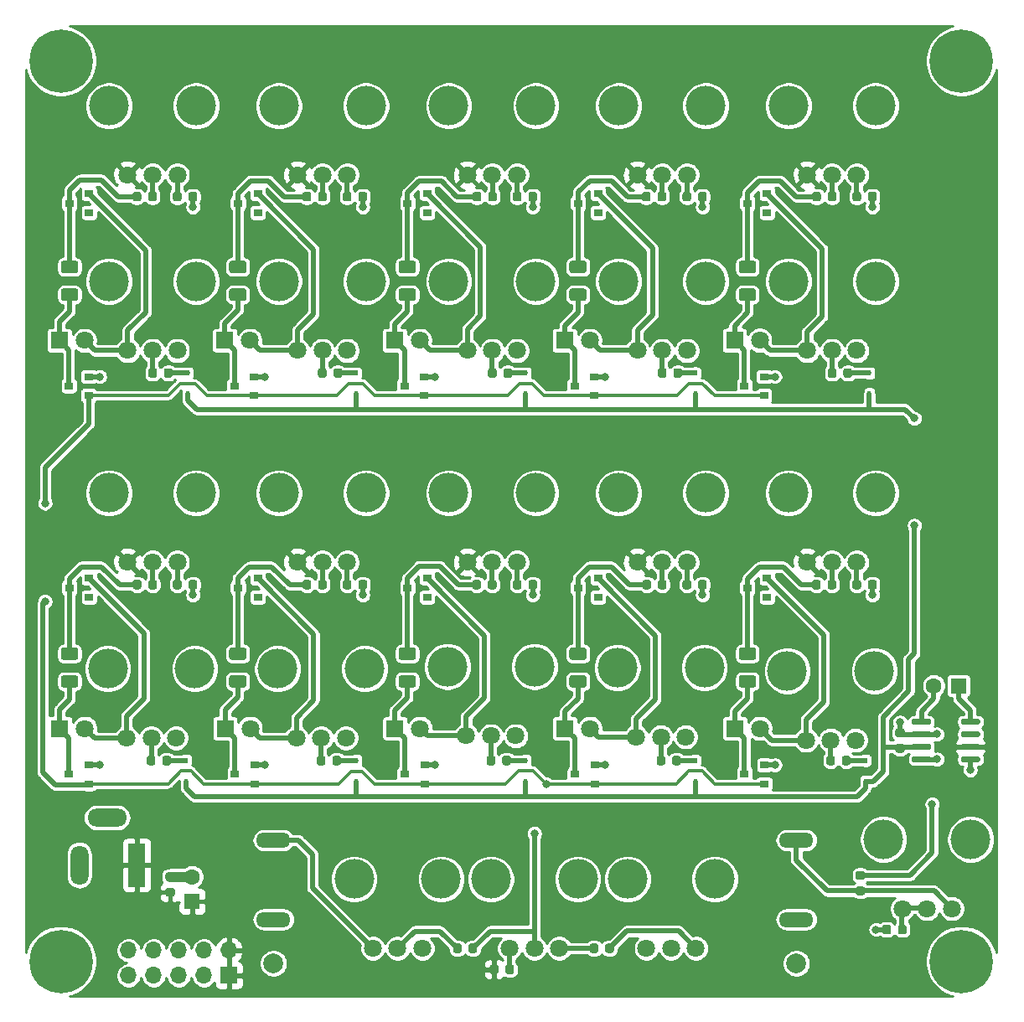
<source format=gbr>
%TF.GenerationSoftware,KiCad,Pcbnew,(5.1.6)-1*%
%TF.CreationDate,2020-10-05T18:02:00+02:00*%
%TF.ProjectId,KOSMO Mega Drone,4b4f534d-4f20-44d6-9567-612044726f6e,rev?*%
%TF.SameCoordinates,Original*%
%TF.FileFunction,Copper,L1,Top*%
%TF.FilePolarity,Positive*%
%FSLAX46Y46*%
G04 Gerber Fmt 4.6, Leading zero omitted, Abs format (unit mm)*
G04 Created by KiCad (PCBNEW (5.1.6)-1) date 2020-10-05 18:02:00*
%MOMM*%
%LPD*%
G01*
G04 APERTURE LIST*
%TA.AperFunction,ComponentPad*%
%ADD10C,2.000000*%
%TD*%
%TA.AperFunction,ComponentPad*%
%ADD11O,3.500000X1.524000*%
%TD*%
%TA.AperFunction,ComponentPad*%
%ADD12R,1.800000X4.400000*%
%TD*%
%TA.AperFunction,ComponentPad*%
%ADD13O,1.800000X4.000000*%
%TD*%
%TA.AperFunction,ComponentPad*%
%ADD14O,4.000000X1.800000*%
%TD*%
%TA.AperFunction,ComponentPad*%
%ADD15C,6.400000*%
%TD*%
%TA.AperFunction,ComponentPad*%
%ADD16C,0.800000*%
%TD*%
%TA.AperFunction,WasherPad*%
%ADD17C,4.000000*%
%TD*%
%TA.AperFunction,ComponentPad*%
%ADD18C,1.800000*%
%TD*%
%TA.AperFunction,SMDPad,CuDef*%
%ADD19R,0.900000X0.800000*%
%TD*%
%TA.AperFunction,ComponentPad*%
%ADD20O,1.700000X1.700000*%
%TD*%
%TA.AperFunction,ComponentPad*%
%ADD21R,1.700000X1.700000*%
%TD*%
%TA.AperFunction,SMDPad,CuDef*%
%ADD22R,0.450000X0.600000*%
%TD*%
%TA.AperFunction,ComponentPad*%
%ADD23R,1.800000X1.800000*%
%TD*%
%TA.AperFunction,ComponentPad*%
%ADD24C,1.600000*%
%TD*%
%TA.AperFunction,ComponentPad*%
%ADD25R,1.600000X1.600000*%
%TD*%
%TA.AperFunction,ViaPad*%
%ADD26C,0.800000*%
%TD*%
%TA.AperFunction,Conductor*%
%ADD27C,0.500000*%
%TD*%
%TA.AperFunction,Conductor*%
%ADD28C,1.000000*%
%TD*%
%TA.AperFunction,Conductor*%
%ADD29C,0.300000*%
%TD*%
%TA.AperFunction,Conductor*%
%ADD30C,0.280000*%
%TD*%
G04 APERTURE END LIST*
D10*
%TO.P,J3,3*%
%TO.N,GND*%
X138328400Y-113207800D03*
D11*
%TO.P,J3,2*%
%TO.N,Net-(J3-Pad2)*%
X138328400Y-108762800D03*
%TO.P,J3,1*%
%TO.N,OUT*%
X138328400Y-100761800D03*
%TD*%
D10*
%TO.P,J1,3*%
%TO.N,GND*%
X85496400Y-113207800D03*
D11*
%TO.P,J1,2*%
%TO.N,Net-(J1-Pad2)*%
X85496400Y-108762800D03*
%TO.P,J1,1*%
%TO.N,Net-(J1-Pad1)*%
X85496400Y-100761800D03*
%TD*%
D12*
%TO.P,J4,1*%
%TO.N,+12V*%
X71678800Y-103276400D03*
D13*
%TO.P,J4,2*%
%TO.N,GND*%
X65878800Y-103276400D03*
D14*
%TO.P,J4,3*%
%TO.N,Net-(J4-Pad3)*%
X68678800Y-98476400D03*
%TD*%
%TO.P,U1,8*%
%TO.N,Net-(C14-Pad1)*%
%TA.AperFunction,SMDPad,CuDef*%
G36*
G01*
X154938100Y-88935000D02*
X154938100Y-88635000D01*
G75*
G02*
X155088100Y-88485000I150000J0D01*
G01*
X156738100Y-88485000D01*
G75*
G02*
X156888100Y-88635000I0J-150000D01*
G01*
X156888100Y-88935000D01*
G75*
G02*
X156738100Y-89085000I-150000J0D01*
G01*
X155088100Y-89085000D01*
G75*
G02*
X154938100Y-88935000I0J150000D01*
G01*
G37*
%TD.AperFunction*%
%TO.P,U1,7*%
%TO.N,Net-(U1-Pad7)*%
%TA.AperFunction,SMDPad,CuDef*%
G36*
G01*
X154938100Y-90205000D02*
X154938100Y-89905000D01*
G75*
G02*
X155088100Y-89755000I150000J0D01*
G01*
X156738100Y-89755000D01*
G75*
G02*
X156888100Y-89905000I0J-150000D01*
G01*
X156888100Y-90205000D01*
G75*
G02*
X156738100Y-90355000I-150000J0D01*
G01*
X155088100Y-90355000D01*
G75*
G02*
X154938100Y-90205000I0J150000D01*
G01*
G37*
%TD.AperFunction*%
%TO.P,U1,6*%
%TO.N,+12V*%
%TA.AperFunction,SMDPad,CuDef*%
G36*
G01*
X154938100Y-91475000D02*
X154938100Y-91175000D01*
G75*
G02*
X155088100Y-91025000I150000J0D01*
G01*
X156738100Y-91025000D01*
G75*
G02*
X156888100Y-91175000I0J-150000D01*
G01*
X156888100Y-91475000D01*
G75*
G02*
X156738100Y-91625000I-150000J0D01*
G01*
X155088100Y-91625000D01*
G75*
G02*
X154938100Y-91475000I0J150000D01*
G01*
G37*
%TD.AperFunction*%
%TO.P,U1,5*%
%TO.N,Net-(R35-Pad2)*%
%TA.AperFunction,SMDPad,CuDef*%
G36*
G01*
X154938100Y-92745000D02*
X154938100Y-92445000D01*
G75*
G02*
X155088100Y-92295000I150000J0D01*
G01*
X156738100Y-92295000D01*
G75*
G02*
X156888100Y-92445000I0J-150000D01*
G01*
X156888100Y-92745000D01*
G75*
G02*
X156738100Y-92895000I-150000J0D01*
G01*
X155088100Y-92895000D01*
G75*
G02*
X154938100Y-92745000I0J150000D01*
G01*
G37*
%TD.AperFunction*%
%TO.P,U1,4*%
%TO.N,GND*%
%TA.AperFunction,SMDPad,CuDef*%
G36*
G01*
X149988100Y-92745000D02*
X149988100Y-92445000D01*
G75*
G02*
X150138100Y-92295000I150000J0D01*
G01*
X151788100Y-92295000D01*
G75*
G02*
X151938100Y-92445000I0J-150000D01*
G01*
X151938100Y-92745000D01*
G75*
G02*
X151788100Y-92895000I-150000J0D01*
G01*
X150138100Y-92895000D01*
G75*
G02*
X149988100Y-92745000I0J150000D01*
G01*
G37*
%TD.AperFunction*%
%TO.P,U1,3*%
%TO.N,MIX*%
%TA.AperFunction,SMDPad,CuDef*%
G36*
G01*
X149988100Y-91475000D02*
X149988100Y-91175000D01*
G75*
G02*
X150138100Y-91025000I150000J0D01*
G01*
X151788100Y-91025000D01*
G75*
G02*
X151938100Y-91175000I0J-150000D01*
G01*
X151938100Y-91475000D01*
G75*
G02*
X151788100Y-91625000I-150000J0D01*
G01*
X150138100Y-91625000D01*
G75*
G02*
X149988100Y-91475000I0J150000D01*
G01*
G37*
%TD.AperFunction*%
%TO.P,U1,2*%
%TO.N,GND*%
%TA.AperFunction,SMDPad,CuDef*%
G36*
G01*
X149988100Y-90205000D02*
X149988100Y-89905000D01*
G75*
G02*
X150138100Y-89755000I150000J0D01*
G01*
X151788100Y-89755000D01*
G75*
G02*
X151938100Y-89905000I0J-150000D01*
G01*
X151938100Y-90205000D01*
G75*
G02*
X151788100Y-90355000I-150000J0D01*
G01*
X150138100Y-90355000D01*
G75*
G02*
X149988100Y-90205000I0J150000D01*
G01*
G37*
%TD.AperFunction*%
%TO.P,U1,1*%
%TO.N,Net-(C14-Pad2)*%
%TA.AperFunction,SMDPad,CuDef*%
G36*
G01*
X149988100Y-88935000D02*
X149988100Y-88635000D01*
G75*
G02*
X150138100Y-88485000I150000J0D01*
G01*
X151788100Y-88485000D01*
G75*
G02*
X151938100Y-88635000I0J-150000D01*
G01*
X151938100Y-88935000D01*
G75*
G02*
X151788100Y-89085000I-150000J0D01*
G01*
X150138100Y-89085000D01*
G75*
G02*
X149988100Y-88935000I0J150000D01*
G01*
G37*
%TD.AperFunction*%
%TD*%
D15*
%TO.P,REF\u002A\u002A,1*%
%TO.N,GND*%
X64000000Y-113000000D03*
D16*
%TO.N,N/C*%
X66400000Y-113000000D03*
X65697056Y-114697056D03*
X64000000Y-115400000D03*
X62302944Y-114697056D03*
X61600000Y-113000000D03*
X62302944Y-111302944D03*
X64000000Y-110600000D03*
X65697056Y-111302944D03*
%TD*%
%TO.P,REF\u002A\u002A,1*%
%TO.N,N/C*%
X156697056Y-111302944D03*
X155000000Y-110600000D03*
X153302944Y-111302944D03*
X152600000Y-113000000D03*
X153302944Y-114697056D03*
X155000000Y-115400000D03*
X156697056Y-114697056D03*
X157400000Y-113000000D03*
D15*
%TO.N,GND*%
X155000000Y-113000000D03*
%TD*%
%TO.P,REF\u002A\u002A,1*%
%TO.N,GND*%
X155000000Y-22000000D03*
D16*
%TO.N,N/C*%
X157400000Y-22000000D03*
X156697056Y-23697056D03*
X155000000Y-24400000D03*
X153302944Y-23697056D03*
X152600000Y-22000000D03*
X153302944Y-20302944D03*
X155000000Y-19600000D03*
X156697056Y-20302944D03*
%TD*%
%TO.P,REF\u002A\u002A,1*%
%TO.N,N/C*%
X65697056Y-20302944D03*
X64000000Y-19600000D03*
X62302944Y-20302944D03*
X61600000Y-22000000D03*
X62302944Y-23697056D03*
X64000000Y-24400000D03*
X65697056Y-23697056D03*
X66400000Y-22000000D03*
D15*
%TO.N,GND*%
X64000000Y-22000000D03*
%TD*%
D17*
%TO.P,RV24,*%
%TO.N,*%
X155925600Y-100670600D03*
X147125600Y-100670600D03*
D18*
%TO.P,RV24,3*%
%TO.N,OUT*%
X154025600Y-107670600D03*
%TO.P,RV24,2*%
%TO.N,Net-(C13-Pad2)*%
X151525600Y-107670600D03*
%TO.P,RV24,1*%
X149025600Y-107670600D03*
%TD*%
D17*
%TO.P,RV23,*%
%TO.N,*%
X130068400Y-104683800D03*
X121268400Y-104683800D03*
D18*
%TO.P,RV23,3*%
%TO.N,Net-(R32-Pad1)*%
X128168400Y-111683800D03*
%TO.P,RV23,2*%
%TO.N,GND*%
X125668400Y-111683800D03*
%TO.P,RV23,1*%
X123168400Y-111683800D03*
%TD*%
D17*
%TO.P,RV22,*%
%TO.N,*%
X116250800Y-104683800D03*
X107450800Y-104683800D03*
D18*
%TO.P,RV22,3*%
%TO.N,Net-(R32-Pad2)*%
X114350800Y-111683800D03*
%TO.P,RV22,2*%
%TO.N,CV*%
X111850800Y-111683800D03*
%TO.P,RV22,1*%
%TO.N,Net-(R31-Pad1)*%
X109350800Y-111683800D03*
%TD*%
D17*
%TO.P,RV21,*%
%TO.N,*%
X102433200Y-104683800D03*
X93633200Y-104683800D03*
D18*
%TO.P,RV21,3*%
%TO.N,GND*%
X100533200Y-111683800D03*
%TO.P,RV21,2*%
%TO.N,Net-(R34-Pad2)*%
X98033200Y-111683800D03*
%TO.P,RV21,1*%
%TO.N,Net-(J1-Pad1)*%
X95533200Y-111683800D03*
%TD*%
D17*
%TO.P,RV20,*%
%TO.N,*%
X146197400Y-83647900D03*
X137397400Y-83647900D03*
D18*
%TO.P,RV20,3*%
%TO.N,GND*%
X144297400Y-90647900D03*
%TO.P,RV20,2*%
%TO.N,Net-(R30-Pad1)*%
X141797400Y-90647900D03*
%TO.P,RV20,1*%
%TO.N,Net-(D15-Pad2)*%
X139297400Y-90647900D03*
%TD*%
D17*
%TO.P,RV19,*%
%TO.N,*%
X129033825Y-83317700D03*
X120233825Y-83317700D03*
D18*
%TO.P,RV19,3*%
%TO.N,GND*%
X127133825Y-90317700D03*
%TO.P,RV19,2*%
%TO.N,Net-(R29-Pad1)*%
X124633825Y-90317700D03*
%TO.P,RV19,1*%
%TO.N,Net-(D14-Pad2)*%
X122133825Y-90317700D03*
%TD*%
D17*
%TO.P,RV18,*%
%TO.N,*%
X111870250Y-83216100D03*
X103070250Y-83216100D03*
D18*
%TO.P,RV18,3*%
%TO.N,GND*%
X109970250Y-90216100D03*
%TO.P,RV18,2*%
%TO.N,Net-(R28-Pad1)*%
X107470250Y-90216100D03*
%TO.P,RV18,1*%
%TO.N,Net-(D13-Pad2)*%
X104970250Y-90216100D03*
%TD*%
D17*
%TO.P,RV17,*%
%TO.N,*%
X94706675Y-83419300D03*
X85906675Y-83419300D03*
D18*
%TO.P,RV17,3*%
%TO.N,GND*%
X92806675Y-90419300D03*
%TO.P,RV17,2*%
%TO.N,Net-(R27-Pad1)*%
X90306675Y-90419300D03*
%TO.P,RV17,1*%
%TO.N,Net-(D12-Pad2)*%
X87806675Y-90419300D03*
%TD*%
D17*
%TO.P,RV16,*%
%TO.N,*%
X77543100Y-83419300D03*
X68743100Y-83419300D03*
D18*
%TO.P,RV16,3*%
%TO.N,GND*%
X75643100Y-90419300D03*
%TO.P,RV16,2*%
%TO.N,Net-(R26-Pad1)*%
X73143100Y-90419300D03*
%TO.P,RV16,1*%
%TO.N,Net-(D11-Pad2)*%
X70643100Y-90419300D03*
%TD*%
D17*
%TO.P,RV15,*%
%TO.N,*%
X146324400Y-65664100D03*
X137524400Y-65664100D03*
D18*
%TO.P,RV15,3*%
%TO.N,Net-(R20-Pad2)*%
X144424400Y-72664100D03*
%TO.P,RV15,2*%
%TO.N,Net-(R25-Pad1)*%
X141924400Y-72664100D03*
%TO.P,RV15,1*%
%TO.N,+12V*%
X139424400Y-72664100D03*
%TD*%
D17*
%TO.P,RV14,*%
%TO.N,*%
X129160825Y-65664100D03*
X120360825Y-65664100D03*
D18*
%TO.P,RV14,3*%
%TO.N,Net-(R19-Pad2)*%
X127260825Y-72664100D03*
%TO.P,RV14,2*%
%TO.N,Net-(R24-Pad1)*%
X124760825Y-72664100D03*
%TO.P,RV14,1*%
%TO.N,+12V*%
X122260825Y-72664100D03*
%TD*%
D17*
%TO.P,RV13,*%
%TO.N,*%
X111997250Y-65664100D03*
X103197250Y-65664100D03*
D18*
%TO.P,RV13,3*%
%TO.N,Net-(R18-Pad2)*%
X110097250Y-72664100D03*
%TO.P,RV13,2*%
%TO.N,Net-(R23-Pad1)*%
X107597250Y-72664100D03*
%TO.P,RV13,1*%
%TO.N,+12V*%
X105097250Y-72664100D03*
%TD*%
D17*
%TO.P,RV12,*%
%TO.N,*%
X94833675Y-65664100D03*
X86033675Y-65664100D03*
D18*
%TO.P,RV12,3*%
%TO.N,Net-(R17-Pad2)*%
X92933675Y-72664100D03*
%TO.P,RV12,2*%
%TO.N,Net-(R22-Pad1)*%
X90433675Y-72664100D03*
%TO.P,RV12,1*%
%TO.N,+12V*%
X87933675Y-72664100D03*
%TD*%
D17*
%TO.P,RV11,*%
%TO.N,*%
X77670100Y-65664100D03*
X68870100Y-65664100D03*
D18*
%TO.P,RV11,3*%
%TO.N,Net-(R16-Pad2)*%
X75770100Y-72664100D03*
%TO.P,RV11,2*%
%TO.N,Net-(R21-Pad1)*%
X73270100Y-72664100D03*
%TO.P,RV11,1*%
%TO.N,+12V*%
X70770100Y-72664100D03*
%TD*%
D17*
%TO.P,RV10,*%
%TO.N,*%
X146324400Y-44272500D03*
X137524400Y-44272500D03*
D18*
%TO.P,RV10,3*%
%TO.N,GND*%
X144424400Y-51272500D03*
%TO.P,RV10,2*%
%TO.N,Net-(R15-Pad1)*%
X141924400Y-51272500D03*
%TO.P,RV10,1*%
%TO.N,Net-(D5-Pad2)*%
X139424400Y-51272500D03*
%TD*%
D17*
%TO.P,RV9,*%
%TO.N,*%
X129160825Y-44272500D03*
X120360825Y-44272500D03*
D18*
%TO.P,RV9,3*%
%TO.N,GND*%
X127260825Y-51272500D03*
%TO.P,RV9,2*%
%TO.N,Net-(R14-Pad1)*%
X124760825Y-51272500D03*
%TO.P,RV9,1*%
%TO.N,Net-(D4-Pad2)*%
X122260825Y-51272500D03*
%TD*%
D17*
%TO.P,RV8,*%
%TO.N,*%
X111997250Y-44272500D03*
X103197250Y-44272500D03*
D18*
%TO.P,RV8,3*%
%TO.N,GND*%
X110097250Y-51272500D03*
%TO.P,RV8,2*%
%TO.N,Net-(R13-Pad1)*%
X107597250Y-51272500D03*
%TO.P,RV8,1*%
%TO.N,Net-(D3-Pad2)*%
X105097250Y-51272500D03*
%TD*%
D17*
%TO.P,RV7,*%
%TO.N,*%
X94833675Y-44272500D03*
X86033675Y-44272500D03*
D18*
%TO.P,RV7,3*%
%TO.N,GND*%
X92933675Y-51272500D03*
%TO.P,RV7,2*%
%TO.N,Net-(R12-Pad1)*%
X90433675Y-51272500D03*
%TO.P,RV7,1*%
%TO.N,Net-(D2-Pad2)*%
X87933675Y-51272500D03*
%TD*%
D17*
%TO.P,RV6,*%
%TO.N,*%
X77670100Y-44272500D03*
X68870100Y-44272500D03*
D18*
%TO.P,RV6,3*%
%TO.N,GND*%
X75770100Y-51272500D03*
%TO.P,RV6,2*%
%TO.N,Net-(R11-Pad1)*%
X73270100Y-51272500D03*
%TO.P,RV6,1*%
%TO.N,Net-(D1-Pad2)*%
X70770100Y-51272500D03*
%TD*%
D17*
%TO.P,RV5,*%
%TO.N,*%
X146324400Y-26528000D03*
X137524400Y-26528000D03*
D18*
%TO.P,RV5,3*%
%TO.N,Net-(R5-Pad2)*%
X144424400Y-33528000D03*
%TO.P,RV5,2*%
%TO.N,Net-(R10-Pad1)*%
X141924400Y-33528000D03*
%TO.P,RV5,1*%
%TO.N,+12V*%
X139424400Y-33528000D03*
%TD*%
D17*
%TO.P,RV4,*%
%TO.N,*%
X129160825Y-26528000D03*
X120360825Y-26528000D03*
D18*
%TO.P,RV4,3*%
%TO.N,Net-(R4-Pad2)*%
X127260825Y-33528000D03*
%TO.P,RV4,2*%
%TO.N,Net-(R9-Pad1)*%
X124760825Y-33528000D03*
%TO.P,RV4,1*%
%TO.N,+12V*%
X122260825Y-33528000D03*
%TD*%
D17*
%TO.P,RV3,*%
%TO.N,*%
X111997250Y-26528000D03*
X103197250Y-26528000D03*
D18*
%TO.P,RV3,3*%
%TO.N,Net-(R3-Pad2)*%
X110097250Y-33528000D03*
%TO.P,RV3,2*%
%TO.N,Net-(R8-Pad1)*%
X107597250Y-33528000D03*
%TO.P,RV3,1*%
%TO.N,+12V*%
X105097250Y-33528000D03*
%TD*%
D17*
%TO.P,RV2,*%
%TO.N,*%
X94833675Y-26528000D03*
X86033675Y-26528000D03*
D18*
%TO.P,RV2,3*%
%TO.N,Net-(R2-Pad2)*%
X92933675Y-33528000D03*
%TO.P,RV2,2*%
%TO.N,Net-(R7-Pad1)*%
X90433675Y-33528000D03*
%TO.P,RV2,1*%
%TO.N,+12V*%
X87933675Y-33528000D03*
%TD*%
D17*
%TO.P,RV1,*%
%TO.N,*%
X77670100Y-26528000D03*
X68870100Y-26528000D03*
D18*
%TO.P,RV1,3*%
%TO.N,Net-(R1-Pad2)*%
X75770100Y-33528000D03*
%TO.P,RV1,2*%
%TO.N,Net-(R6-Pad1)*%
X73270100Y-33528000D03*
%TO.P,RV1,1*%
%TO.N,+12V*%
X70770100Y-33528000D03*
%TD*%
%TO.P,R35,2*%
%TO.N,Net-(R35-Pad2)*%
%TA.AperFunction,SMDPad,CuDef*%
G36*
G01*
X145036250Y-104742500D02*
X144523750Y-104742500D01*
G75*
G02*
X144305000Y-104523750I0J218750D01*
G01*
X144305000Y-104086250D01*
G75*
G02*
X144523750Y-103867500I218750J0D01*
G01*
X145036250Y-103867500D01*
G75*
G02*
X145255000Y-104086250I0J-218750D01*
G01*
X145255000Y-104523750D01*
G75*
G02*
X145036250Y-104742500I-218750J0D01*
G01*
G37*
%TD.AperFunction*%
%TO.P,R35,1*%
%TO.N,OUT*%
%TA.AperFunction,SMDPad,CuDef*%
G36*
G01*
X145036250Y-106317500D02*
X144523750Y-106317500D01*
G75*
G02*
X144305000Y-106098750I0J218750D01*
G01*
X144305000Y-105661250D01*
G75*
G02*
X144523750Y-105442500I218750J0D01*
G01*
X145036250Y-105442500D01*
G75*
G02*
X145255000Y-105661250I0J-218750D01*
G01*
X145255000Y-106098750D01*
G75*
G02*
X145036250Y-106317500I-218750J0D01*
G01*
G37*
%TD.AperFunction*%
%TD*%
%TO.P,R34,2*%
%TO.N,Net-(R34-Pad2)*%
%TA.AperFunction,SMDPad,CuDef*%
G36*
G01*
X104501200Y-111427550D02*
X104501200Y-111940050D01*
G75*
G02*
X104282450Y-112158800I-218750J0D01*
G01*
X103844950Y-112158800D01*
G75*
G02*
X103626200Y-111940050I0J218750D01*
G01*
X103626200Y-111427550D01*
G75*
G02*
X103844950Y-111208800I218750J0D01*
G01*
X104282450Y-111208800D01*
G75*
G02*
X104501200Y-111427550I0J-218750D01*
G01*
G37*
%TD.AperFunction*%
%TO.P,R34,1*%
%TO.N,CV*%
%TA.AperFunction,SMDPad,CuDef*%
G36*
G01*
X106076200Y-111427550D02*
X106076200Y-111940050D01*
G75*
G02*
X105857450Y-112158800I-218750J0D01*
G01*
X105419950Y-112158800D01*
G75*
G02*
X105201200Y-111940050I0J218750D01*
G01*
X105201200Y-111427550D01*
G75*
G02*
X105419950Y-111208800I218750J0D01*
G01*
X105857450Y-111208800D01*
G75*
G02*
X106076200Y-111427550I0J-218750D01*
G01*
G37*
%TD.AperFunction*%
%TD*%
%TO.P,R33,2*%
%TO.N,GND*%
%TA.AperFunction,SMDPad,CuDef*%
G36*
G01*
X149049450Y-90340700D02*
X148536950Y-90340700D01*
G75*
G02*
X148318200Y-90121950I0J218750D01*
G01*
X148318200Y-89684450D01*
G75*
G02*
X148536950Y-89465700I218750J0D01*
G01*
X149049450Y-89465700D01*
G75*
G02*
X149268200Y-89684450I0J-218750D01*
G01*
X149268200Y-90121950D01*
G75*
G02*
X149049450Y-90340700I-218750J0D01*
G01*
G37*
%TD.AperFunction*%
%TO.P,R33,1*%
%TO.N,MIX*%
%TA.AperFunction,SMDPad,CuDef*%
G36*
G01*
X149049450Y-91915700D02*
X148536950Y-91915700D01*
G75*
G02*
X148318200Y-91696950I0J218750D01*
G01*
X148318200Y-91259450D01*
G75*
G02*
X148536950Y-91040700I218750J0D01*
G01*
X149049450Y-91040700D01*
G75*
G02*
X149268200Y-91259450I0J-218750D01*
G01*
X149268200Y-91696950D01*
G75*
G02*
X149049450Y-91915700I-218750J0D01*
G01*
G37*
%TD.AperFunction*%
%TD*%
%TO.P,R32,2*%
%TO.N,Net-(R32-Pad2)*%
%TA.AperFunction,SMDPad,CuDef*%
G36*
G01*
X118306100Y-111427550D02*
X118306100Y-111940050D01*
G75*
G02*
X118087350Y-112158800I-218750J0D01*
G01*
X117649850Y-112158800D01*
G75*
G02*
X117431100Y-111940050I0J218750D01*
G01*
X117431100Y-111427550D01*
G75*
G02*
X117649850Y-111208800I218750J0D01*
G01*
X118087350Y-111208800D01*
G75*
G02*
X118306100Y-111427550I0J-218750D01*
G01*
G37*
%TD.AperFunction*%
%TO.P,R32,1*%
%TO.N,Net-(R32-Pad1)*%
%TA.AperFunction,SMDPad,CuDef*%
G36*
G01*
X119881100Y-111427550D02*
X119881100Y-111940050D01*
G75*
G02*
X119662350Y-112158800I-218750J0D01*
G01*
X119224850Y-112158800D01*
G75*
G02*
X119006100Y-111940050I0J218750D01*
G01*
X119006100Y-111427550D01*
G75*
G02*
X119224850Y-111208800I218750J0D01*
G01*
X119662350Y-111208800D01*
G75*
G02*
X119881100Y-111427550I0J-218750D01*
G01*
G37*
%TD.AperFunction*%
%TD*%
%TO.P,R31,2*%
%TO.N,+12V*%
%TA.AperFunction,SMDPad,CuDef*%
G36*
G01*
X108222200Y-113561150D02*
X108222200Y-114073650D01*
G75*
G02*
X108003450Y-114292400I-218750J0D01*
G01*
X107565950Y-114292400D01*
G75*
G02*
X107347200Y-114073650I0J218750D01*
G01*
X107347200Y-113561150D01*
G75*
G02*
X107565950Y-113342400I218750J0D01*
G01*
X108003450Y-113342400D01*
G75*
G02*
X108222200Y-113561150I0J-218750D01*
G01*
G37*
%TD.AperFunction*%
%TO.P,R31,1*%
%TO.N,Net-(R31-Pad1)*%
%TA.AperFunction,SMDPad,CuDef*%
G36*
G01*
X109797200Y-113561150D02*
X109797200Y-114073650D01*
G75*
G02*
X109578450Y-114292400I-218750J0D01*
G01*
X109140950Y-114292400D01*
G75*
G02*
X108922200Y-114073650I0J218750D01*
G01*
X108922200Y-113561150D01*
G75*
G02*
X109140950Y-113342400I218750J0D01*
G01*
X109578450Y-113342400D01*
G75*
G02*
X109797200Y-113561150I0J-218750D01*
G01*
G37*
%TD.AperFunction*%
%TD*%
%TO.P,R30,2*%
%TO.N,Net-(D20-Pad2)*%
%TA.AperFunction,SMDPad,CuDef*%
G36*
G01*
X142920200Y-92966250D02*
X142920200Y-92453750D01*
G75*
G02*
X143138950Y-92235000I218750J0D01*
G01*
X143576450Y-92235000D01*
G75*
G02*
X143795200Y-92453750I0J-218750D01*
G01*
X143795200Y-92966250D01*
G75*
G02*
X143576450Y-93185000I-218750J0D01*
G01*
X143138950Y-93185000D01*
G75*
G02*
X142920200Y-92966250I0J218750D01*
G01*
G37*
%TD.AperFunction*%
%TO.P,R30,1*%
%TO.N,Net-(R30-Pad1)*%
%TA.AperFunction,SMDPad,CuDef*%
G36*
G01*
X141345200Y-92966250D02*
X141345200Y-92453750D01*
G75*
G02*
X141563950Y-92235000I218750J0D01*
G01*
X142001450Y-92235000D01*
G75*
G02*
X142220200Y-92453750I0J-218750D01*
G01*
X142220200Y-92966250D01*
G75*
G02*
X142001450Y-93185000I-218750J0D01*
G01*
X141563950Y-93185000D01*
G75*
G02*
X141345200Y-92966250I0J218750D01*
G01*
G37*
%TD.AperFunction*%
%TD*%
%TO.P,R29,2*%
%TO.N,Net-(D19-Pad2)*%
%TA.AperFunction,SMDPad,CuDef*%
G36*
G01*
X125775200Y-92966250D02*
X125775200Y-92453750D01*
G75*
G02*
X125993950Y-92235000I218750J0D01*
G01*
X126431450Y-92235000D01*
G75*
G02*
X126650200Y-92453750I0J-218750D01*
G01*
X126650200Y-92966250D01*
G75*
G02*
X126431450Y-93185000I-218750J0D01*
G01*
X125993950Y-93185000D01*
G75*
G02*
X125775200Y-92966250I0J218750D01*
G01*
G37*
%TD.AperFunction*%
%TO.P,R29,1*%
%TO.N,Net-(R29-Pad1)*%
%TA.AperFunction,SMDPad,CuDef*%
G36*
G01*
X124200200Y-92966250D02*
X124200200Y-92453750D01*
G75*
G02*
X124418950Y-92235000I218750J0D01*
G01*
X124856450Y-92235000D01*
G75*
G02*
X125075200Y-92453750I0J-218750D01*
G01*
X125075200Y-92966250D01*
G75*
G02*
X124856450Y-93185000I-218750J0D01*
G01*
X124418950Y-93185000D01*
G75*
G02*
X124200200Y-92966250I0J218750D01*
G01*
G37*
%TD.AperFunction*%
%TD*%
%TO.P,R28,2*%
%TO.N,Net-(D18-Pad2)*%
%TA.AperFunction,SMDPad,CuDef*%
G36*
G01*
X108604800Y-92966250D02*
X108604800Y-92453750D01*
G75*
G02*
X108823550Y-92235000I218750J0D01*
G01*
X109261050Y-92235000D01*
G75*
G02*
X109479800Y-92453750I0J-218750D01*
G01*
X109479800Y-92966250D01*
G75*
G02*
X109261050Y-93185000I-218750J0D01*
G01*
X108823550Y-93185000D01*
G75*
G02*
X108604800Y-92966250I0J218750D01*
G01*
G37*
%TD.AperFunction*%
%TO.P,R28,1*%
%TO.N,Net-(R28-Pad1)*%
%TA.AperFunction,SMDPad,CuDef*%
G36*
G01*
X107029800Y-92966250D02*
X107029800Y-92453750D01*
G75*
G02*
X107248550Y-92235000I218750J0D01*
G01*
X107686050Y-92235000D01*
G75*
G02*
X107904800Y-92453750I0J-218750D01*
G01*
X107904800Y-92966250D01*
G75*
G02*
X107686050Y-93185000I-218750J0D01*
G01*
X107248550Y-93185000D01*
G75*
G02*
X107029800Y-92966250I0J218750D01*
G01*
G37*
%TD.AperFunction*%
%TD*%
%TO.P,R27,2*%
%TO.N,Net-(D17-Pad2)*%
%TA.AperFunction,SMDPad,CuDef*%
G36*
G01*
X91434400Y-92966250D02*
X91434400Y-92453750D01*
G75*
G02*
X91653150Y-92235000I218750J0D01*
G01*
X92090650Y-92235000D01*
G75*
G02*
X92309400Y-92453750I0J-218750D01*
G01*
X92309400Y-92966250D01*
G75*
G02*
X92090650Y-93185000I-218750J0D01*
G01*
X91653150Y-93185000D01*
G75*
G02*
X91434400Y-92966250I0J218750D01*
G01*
G37*
%TD.AperFunction*%
%TO.P,R27,1*%
%TO.N,Net-(R27-Pad1)*%
%TA.AperFunction,SMDPad,CuDef*%
G36*
G01*
X89859400Y-92966250D02*
X89859400Y-92453750D01*
G75*
G02*
X90078150Y-92235000I218750J0D01*
G01*
X90515650Y-92235000D01*
G75*
G02*
X90734400Y-92453750I0J-218750D01*
G01*
X90734400Y-92966250D01*
G75*
G02*
X90515650Y-93185000I-218750J0D01*
G01*
X90078150Y-93185000D01*
G75*
G02*
X89859400Y-92966250I0J218750D01*
G01*
G37*
%TD.AperFunction*%
%TD*%
%TO.P,R26,2*%
%TO.N,Net-(D16-Pad2)*%
%TA.AperFunction,SMDPad,CuDef*%
G36*
G01*
X74264000Y-92966250D02*
X74264000Y-92453750D01*
G75*
G02*
X74482750Y-92235000I218750J0D01*
G01*
X74920250Y-92235000D01*
G75*
G02*
X75139000Y-92453750I0J-218750D01*
G01*
X75139000Y-92966250D01*
G75*
G02*
X74920250Y-93185000I-218750J0D01*
G01*
X74482750Y-93185000D01*
G75*
G02*
X74264000Y-92966250I0J218750D01*
G01*
G37*
%TD.AperFunction*%
%TO.P,R26,1*%
%TO.N,Net-(R26-Pad1)*%
%TA.AperFunction,SMDPad,CuDef*%
G36*
G01*
X72689000Y-92966250D02*
X72689000Y-92453750D01*
G75*
G02*
X72907750Y-92235000I218750J0D01*
G01*
X73345250Y-92235000D01*
G75*
G02*
X73564000Y-92453750I0J-218750D01*
G01*
X73564000Y-92966250D01*
G75*
G02*
X73345250Y-93185000I-218750J0D01*
G01*
X72907750Y-93185000D01*
G75*
G02*
X72689000Y-92966250I0J218750D01*
G01*
G37*
%TD.AperFunction*%
%TD*%
%TO.P,R25,2*%
%TO.N,Net-(C10-Pad1)*%
%TA.AperFunction,SMDPad,CuDef*%
G36*
G01*
X140772300Y-74673750D02*
X140772300Y-75186250D01*
G75*
G02*
X140553550Y-75405000I-218750J0D01*
G01*
X140116050Y-75405000D01*
G75*
G02*
X139897300Y-75186250I0J218750D01*
G01*
X139897300Y-74673750D01*
G75*
G02*
X140116050Y-74455000I218750J0D01*
G01*
X140553550Y-74455000D01*
G75*
G02*
X140772300Y-74673750I0J-218750D01*
G01*
G37*
%TD.AperFunction*%
%TO.P,R25,1*%
%TO.N,Net-(R25-Pad1)*%
%TA.AperFunction,SMDPad,CuDef*%
G36*
G01*
X142347300Y-74673750D02*
X142347300Y-75186250D01*
G75*
G02*
X142128550Y-75405000I-218750J0D01*
G01*
X141691050Y-75405000D01*
G75*
G02*
X141472300Y-75186250I0J218750D01*
G01*
X141472300Y-74673750D01*
G75*
G02*
X141691050Y-74455000I218750J0D01*
G01*
X142128550Y-74455000D01*
G75*
G02*
X142347300Y-74673750I0J-218750D01*
G01*
G37*
%TD.AperFunction*%
%TD*%
%TO.P,R24,2*%
%TO.N,Net-(C9-Pad1)*%
%TA.AperFunction,SMDPad,CuDef*%
G36*
G01*
X123627300Y-74673750D02*
X123627300Y-75186250D01*
G75*
G02*
X123408550Y-75405000I-218750J0D01*
G01*
X122971050Y-75405000D01*
G75*
G02*
X122752300Y-75186250I0J218750D01*
G01*
X122752300Y-74673750D01*
G75*
G02*
X122971050Y-74455000I218750J0D01*
G01*
X123408550Y-74455000D01*
G75*
G02*
X123627300Y-74673750I0J-218750D01*
G01*
G37*
%TD.AperFunction*%
%TO.P,R24,1*%
%TO.N,Net-(R24-Pad1)*%
%TA.AperFunction,SMDPad,CuDef*%
G36*
G01*
X125202300Y-74673750D02*
X125202300Y-75186250D01*
G75*
G02*
X124983550Y-75405000I-218750J0D01*
G01*
X124546050Y-75405000D01*
G75*
G02*
X124327300Y-75186250I0J218750D01*
G01*
X124327300Y-74673750D01*
G75*
G02*
X124546050Y-74455000I218750J0D01*
G01*
X124983550Y-74455000D01*
G75*
G02*
X125202300Y-74673750I0J-218750D01*
G01*
G37*
%TD.AperFunction*%
%TD*%
%TO.P,R23,2*%
%TO.N,Net-(C8-Pad1)*%
%TA.AperFunction,SMDPad,CuDef*%
G36*
G01*
X106456900Y-74673750D02*
X106456900Y-75186250D01*
G75*
G02*
X106238150Y-75405000I-218750J0D01*
G01*
X105800650Y-75405000D01*
G75*
G02*
X105581900Y-75186250I0J218750D01*
G01*
X105581900Y-74673750D01*
G75*
G02*
X105800650Y-74455000I218750J0D01*
G01*
X106238150Y-74455000D01*
G75*
G02*
X106456900Y-74673750I0J-218750D01*
G01*
G37*
%TD.AperFunction*%
%TO.P,R23,1*%
%TO.N,Net-(R23-Pad1)*%
%TA.AperFunction,SMDPad,CuDef*%
G36*
G01*
X108031900Y-74673750D02*
X108031900Y-75186250D01*
G75*
G02*
X107813150Y-75405000I-218750J0D01*
G01*
X107375650Y-75405000D01*
G75*
G02*
X107156900Y-75186250I0J218750D01*
G01*
X107156900Y-74673750D01*
G75*
G02*
X107375650Y-74455000I218750J0D01*
G01*
X107813150Y-74455000D01*
G75*
G02*
X108031900Y-74673750I0J-218750D01*
G01*
G37*
%TD.AperFunction*%
%TD*%
%TO.P,R22,2*%
%TO.N,Net-(C7-Pad1)*%
%TA.AperFunction,SMDPad,CuDef*%
G36*
G01*
X89306000Y-74673750D02*
X89306000Y-75186250D01*
G75*
G02*
X89087250Y-75405000I-218750J0D01*
G01*
X88649750Y-75405000D01*
G75*
G02*
X88431000Y-75186250I0J218750D01*
G01*
X88431000Y-74673750D01*
G75*
G02*
X88649750Y-74455000I218750J0D01*
G01*
X89087250Y-74455000D01*
G75*
G02*
X89306000Y-74673750I0J-218750D01*
G01*
G37*
%TD.AperFunction*%
%TO.P,R22,1*%
%TO.N,Net-(R22-Pad1)*%
%TA.AperFunction,SMDPad,CuDef*%
G36*
G01*
X90881000Y-74673750D02*
X90881000Y-75186250D01*
G75*
G02*
X90662250Y-75405000I-218750J0D01*
G01*
X90224750Y-75405000D01*
G75*
G02*
X90006000Y-75186250I0J218750D01*
G01*
X90006000Y-74673750D01*
G75*
G02*
X90224750Y-74455000I218750J0D01*
G01*
X90662250Y-74455000D01*
G75*
G02*
X90881000Y-74673750I0J-218750D01*
G01*
G37*
%TD.AperFunction*%
%TD*%
%TO.P,R21,2*%
%TO.N,Net-(C6-Pad1)*%
%TA.AperFunction,SMDPad,CuDef*%
G36*
G01*
X72141500Y-74673750D02*
X72141500Y-75186250D01*
G75*
G02*
X71922750Y-75405000I-218750J0D01*
G01*
X71485250Y-75405000D01*
G75*
G02*
X71266500Y-75186250I0J218750D01*
G01*
X71266500Y-74673750D01*
G75*
G02*
X71485250Y-74455000I218750J0D01*
G01*
X71922750Y-74455000D01*
G75*
G02*
X72141500Y-74673750I0J-218750D01*
G01*
G37*
%TD.AperFunction*%
%TO.P,R21,1*%
%TO.N,Net-(R21-Pad1)*%
%TA.AperFunction,SMDPad,CuDef*%
G36*
G01*
X73716500Y-74673750D02*
X73716500Y-75186250D01*
G75*
G02*
X73497750Y-75405000I-218750J0D01*
G01*
X73060250Y-75405000D01*
G75*
G02*
X72841500Y-75186250I0J218750D01*
G01*
X72841500Y-74673750D01*
G75*
G02*
X73060250Y-74455000I218750J0D01*
G01*
X73497750Y-74455000D01*
G75*
G02*
X73716500Y-74673750I0J-218750D01*
G01*
G37*
%TD.AperFunction*%
%TD*%
%TO.P,R20,2*%
%TO.N,Net-(R20-Pad2)*%
%TA.AperFunction,SMDPad,CuDef*%
G36*
G01*
X144861900Y-74673750D02*
X144861900Y-75186250D01*
G75*
G02*
X144643150Y-75405000I-218750J0D01*
G01*
X144205650Y-75405000D01*
G75*
G02*
X143986900Y-75186250I0J218750D01*
G01*
X143986900Y-74673750D01*
G75*
G02*
X144205650Y-74455000I218750J0D01*
G01*
X144643150Y-74455000D01*
G75*
G02*
X144861900Y-74673750I0J-218750D01*
G01*
G37*
%TD.AperFunction*%
%TO.P,R20,1*%
%TO.N,GND*%
%TA.AperFunction,SMDPad,CuDef*%
G36*
G01*
X146436900Y-74673750D02*
X146436900Y-75186250D01*
G75*
G02*
X146218150Y-75405000I-218750J0D01*
G01*
X145780650Y-75405000D01*
G75*
G02*
X145561900Y-75186250I0J218750D01*
G01*
X145561900Y-74673750D01*
G75*
G02*
X145780650Y-74455000I218750J0D01*
G01*
X146218150Y-74455000D01*
G75*
G02*
X146436900Y-74673750I0J-218750D01*
G01*
G37*
%TD.AperFunction*%
%TD*%
%TO.P,R19,2*%
%TO.N,Net-(R19-Pad2)*%
%TA.AperFunction,SMDPad,CuDef*%
G36*
G01*
X127691500Y-74673750D02*
X127691500Y-75186250D01*
G75*
G02*
X127472750Y-75405000I-218750J0D01*
G01*
X127035250Y-75405000D01*
G75*
G02*
X126816500Y-75186250I0J218750D01*
G01*
X126816500Y-74673750D01*
G75*
G02*
X127035250Y-74455000I218750J0D01*
G01*
X127472750Y-74455000D01*
G75*
G02*
X127691500Y-74673750I0J-218750D01*
G01*
G37*
%TD.AperFunction*%
%TO.P,R19,1*%
%TO.N,GND*%
%TA.AperFunction,SMDPad,CuDef*%
G36*
G01*
X129266500Y-74673750D02*
X129266500Y-75186250D01*
G75*
G02*
X129047750Y-75405000I-218750J0D01*
G01*
X128610250Y-75405000D01*
G75*
G02*
X128391500Y-75186250I0J218750D01*
G01*
X128391500Y-74673750D01*
G75*
G02*
X128610250Y-74455000I218750J0D01*
G01*
X129047750Y-74455000D01*
G75*
G02*
X129266500Y-74673750I0J-218750D01*
G01*
G37*
%TD.AperFunction*%
%TD*%
%TO.P,R18,2*%
%TO.N,Net-(R18-Pad2)*%
%TA.AperFunction,SMDPad,CuDef*%
G36*
G01*
X110546500Y-74673750D02*
X110546500Y-75186250D01*
G75*
G02*
X110327750Y-75405000I-218750J0D01*
G01*
X109890250Y-75405000D01*
G75*
G02*
X109671500Y-75186250I0J218750D01*
G01*
X109671500Y-74673750D01*
G75*
G02*
X109890250Y-74455000I218750J0D01*
G01*
X110327750Y-74455000D01*
G75*
G02*
X110546500Y-74673750I0J-218750D01*
G01*
G37*
%TD.AperFunction*%
%TO.P,R18,1*%
%TO.N,GND*%
%TA.AperFunction,SMDPad,CuDef*%
G36*
G01*
X112121500Y-74673750D02*
X112121500Y-75186250D01*
G75*
G02*
X111902750Y-75405000I-218750J0D01*
G01*
X111465250Y-75405000D01*
G75*
G02*
X111246500Y-75186250I0J218750D01*
G01*
X111246500Y-74673750D01*
G75*
G02*
X111465250Y-74455000I218750J0D01*
G01*
X111902750Y-74455000D01*
G75*
G02*
X112121500Y-74673750I0J-218750D01*
G01*
G37*
%TD.AperFunction*%
%TD*%
%TO.P,R17,2*%
%TO.N,Net-(R17-Pad2)*%
%TA.AperFunction,SMDPad,CuDef*%
G36*
G01*
X93376100Y-74673750D02*
X93376100Y-75186250D01*
G75*
G02*
X93157350Y-75405000I-218750J0D01*
G01*
X92719850Y-75405000D01*
G75*
G02*
X92501100Y-75186250I0J218750D01*
G01*
X92501100Y-74673750D01*
G75*
G02*
X92719850Y-74455000I218750J0D01*
G01*
X93157350Y-74455000D01*
G75*
G02*
X93376100Y-74673750I0J-218750D01*
G01*
G37*
%TD.AperFunction*%
%TO.P,R17,1*%
%TO.N,GND*%
%TA.AperFunction,SMDPad,CuDef*%
G36*
G01*
X94951100Y-74673750D02*
X94951100Y-75186250D01*
G75*
G02*
X94732350Y-75405000I-218750J0D01*
G01*
X94294850Y-75405000D01*
G75*
G02*
X94076100Y-75186250I0J218750D01*
G01*
X94076100Y-74673750D01*
G75*
G02*
X94294850Y-74455000I218750J0D01*
G01*
X94732350Y-74455000D01*
G75*
G02*
X94951100Y-74673750I0J-218750D01*
G01*
G37*
%TD.AperFunction*%
%TD*%
%TO.P,R16,2*%
%TO.N,Net-(R16-Pad2)*%
%TA.AperFunction,SMDPad,CuDef*%
G36*
G01*
X76205700Y-74673750D02*
X76205700Y-75186250D01*
G75*
G02*
X75986950Y-75405000I-218750J0D01*
G01*
X75549450Y-75405000D01*
G75*
G02*
X75330700Y-75186250I0J218750D01*
G01*
X75330700Y-74673750D01*
G75*
G02*
X75549450Y-74455000I218750J0D01*
G01*
X75986950Y-74455000D01*
G75*
G02*
X76205700Y-74673750I0J-218750D01*
G01*
G37*
%TD.AperFunction*%
%TO.P,R16,1*%
%TO.N,GND*%
%TA.AperFunction,SMDPad,CuDef*%
G36*
G01*
X77780700Y-74673750D02*
X77780700Y-75186250D01*
G75*
G02*
X77561950Y-75405000I-218750J0D01*
G01*
X77124450Y-75405000D01*
G75*
G02*
X76905700Y-75186250I0J218750D01*
G01*
X76905700Y-74673750D01*
G75*
G02*
X77124450Y-74455000I218750J0D01*
G01*
X77561950Y-74455000D01*
G75*
G02*
X77780700Y-74673750I0J-218750D01*
G01*
G37*
%TD.AperFunction*%
%TD*%
%TO.P,R15,2*%
%TO.N,Net-(D10-Pad2)*%
%TA.AperFunction,SMDPad,CuDef*%
G36*
G01*
X143072600Y-53799450D02*
X143072600Y-53286950D01*
G75*
G02*
X143291350Y-53068200I218750J0D01*
G01*
X143728850Y-53068200D01*
G75*
G02*
X143947600Y-53286950I0J-218750D01*
G01*
X143947600Y-53799450D01*
G75*
G02*
X143728850Y-54018200I-218750J0D01*
G01*
X143291350Y-54018200D01*
G75*
G02*
X143072600Y-53799450I0J218750D01*
G01*
G37*
%TD.AperFunction*%
%TO.P,R15,1*%
%TO.N,Net-(R15-Pad1)*%
%TA.AperFunction,SMDPad,CuDef*%
G36*
G01*
X141497600Y-53799450D02*
X141497600Y-53286950D01*
G75*
G02*
X141716350Y-53068200I218750J0D01*
G01*
X142153850Y-53068200D01*
G75*
G02*
X142372600Y-53286950I0J-218750D01*
G01*
X142372600Y-53799450D01*
G75*
G02*
X142153850Y-54018200I-218750J0D01*
G01*
X141716350Y-54018200D01*
G75*
G02*
X141497600Y-53799450I0J218750D01*
G01*
G37*
%TD.AperFunction*%
%TD*%
%TO.P,R14,2*%
%TO.N,Net-(D9-Pad2)*%
%TA.AperFunction,SMDPad,CuDef*%
G36*
G01*
X125902200Y-53799450D02*
X125902200Y-53286950D01*
G75*
G02*
X126120950Y-53068200I218750J0D01*
G01*
X126558450Y-53068200D01*
G75*
G02*
X126777200Y-53286950I0J-218750D01*
G01*
X126777200Y-53799450D01*
G75*
G02*
X126558450Y-54018200I-218750J0D01*
G01*
X126120950Y-54018200D01*
G75*
G02*
X125902200Y-53799450I0J218750D01*
G01*
G37*
%TD.AperFunction*%
%TO.P,R14,1*%
%TO.N,Net-(R14-Pad1)*%
%TA.AperFunction,SMDPad,CuDef*%
G36*
G01*
X124327200Y-53799450D02*
X124327200Y-53286950D01*
G75*
G02*
X124545950Y-53068200I218750J0D01*
G01*
X124983450Y-53068200D01*
G75*
G02*
X125202200Y-53286950I0J-218750D01*
G01*
X125202200Y-53799450D01*
G75*
G02*
X124983450Y-54018200I-218750J0D01*
G01*
X124545950Y-54018200D01*
G75*
G02*
X124327200Y-53799450I0J218750D01*
G01*
G37*
%TD.AperFunction*%
%TD*%
%TO.P,R13,2*%
%TO.N,Net-(D8-Pad2)*%
%TA.AperFunction,SMDPad,CuDef*%
G36*
G01*
X108731800Y-53799450D02*
X108731800Y-53286950D01*
G75*
G02*
X108950550Y-53068200I218750J0D01*
G01*
X109388050Y-53068200D01*
G75*
G02*
X109606800Y-53286950I0J-218750D01*
G01*
X109606800Y-53799450D01*
G75*
G02*
X109388050Y-54018200I-218750J0D01*
G01*
X108950550Y-54018200D01*
G75*
G02*
X108731800Y-53799450I0J218750D01*
G01*
G37*
%TD.AperFunction*%
%TO.P,R13,1*%
%TO.N,Net-(R13-Pad1)*%
%TA.AperFunction,SMDPad,CuDef*%
G36*
G01*
X107156800Y-53799450D02*
X107156800Y-53286950D01*
G75*
G02*
X107375550Y-53068200I218750J0D01*
G01*
X107813050Y-53068200D01*
G75*
G02*
X108031800Y-53286950I0J-218750D01*
G01*
X108031800Y-53799450D01*
G75*
G02*
X107813050Y-54018200I-218750J0D01*
G01*
X107375550Y-54018200D01*
G75*
G02*
X107156800Y-53799450I0J218750D01*
G01*
G37*
%TD.AperFunction*%
%TD*%
%TO.P,R12,2*%
%TO.N,Net-(D7-Pad2)*%
%TA.AperFunction,SMDPad,CuDef*%
G36*
G01*
X91561400Y-53799450D02*
X91561400Y-53286950D01*
G75*
G02*
X91780150Y-53068200I218750J0D01*
G01*
X92217650Y-53068200D01*
G75*
G02*
X92436400Y-53286950I0J-218750D01*
G01*
X92436400Y-53799450D01*
G75*
G02*
X92217650Y-54018200I-218750J0D01*
G01*
X91780150Y-54018200D01*
G75*
G02*
X91561400Y-53799450I0J218750D01*
G01*
G37*
%TD.AperFunction*%
%TO.P,R12,1*%
%TO.N,Net-(R12-Pad1)*%
%TA.AperFunction,SMDPad,CuDef*%
G36*
G01*
X89986400Y-53799450D02*
X89986400Y-53286950D01*
G75*
G02*
X90205150Y-53068200I218750J0D01*
G01*
X90642650Y-53068200D01*
G75*
G02*
X90861400Y-53286950I0J-218750D01*
G01*
X90861400Y-53799450D01*
G75*
G02*
X90642650Y-54018200I-218750J0D01*
G01*
X90205150Y-54018200D01*
G75*
G02*
X89986400Y-53799450I0J218750D01*
G01*
G37*
%TD.AperFunction*%
%TD*%
%TO.P,R11,2*%
%TO.N,Net-(D6-Pad2)*%
%TA.AperFunction,SMDPad,CuDef*%
G36*
G01*
X74416500Y-53799450D02*
X74416500Y-53286950D01*
G75*
G02*
X74635250Y-53068200I218750J0D01*
G01*
X75072750Y-53068200D01*
G75*
G02*
X75291500Y-53286950I0J-218750D01*
G01*
X75291500Y-53799450D01*
G75*
G02*
X75072750Y-54018200I-218750J0D01*
G01*
X74635250Y-54018200D01*
G75*
G02*
X74416500Y-53799450I0J218750D01*
G01*
G37*
%TD.AperFunction*%
%TO.P,R11,1*%
%TO.N,Net-(R11-Pad1)*%
%TA.AperFunction,SMDPad,CuDef*%
G36*
G01*
X72841500Y-53799450D02*
X72841500Y-53286950D01*
G75*
G02*
X73060250Y-53068200I218750J0D01*
G01*
X73497750Y-53068200D01*
G75*
G02*
X73716500Y-53286950I0J-218750D01*
G01*
X73716500Y-53799450D01*
G75*
G02*
X73497750Y-54018200I-218750J0D01*
G01*
X73060250Y-54018200D01*
G75*
G02*
X72841500Y-53799450I0J218750D01*
G01*
G37*
%TD.AperFunction*%
%TD*%
%TO.P,R10,2*%
%TO.N,Net-(C5-Pad1)*%
%TA.AperFunction,SMDPad,CuDef*%
G36*
G01*
X140797800Y-35456150D02*
X140797800Y-35968650D01*
G75*
G02*
X140579050Y-36187400I-218750J0D01*
G01*
X140141550Y-36187400D01*
G75*
G02*
X139922800Y-35968650I0J218750D01*
G01*
X139922800Y-35456150D01*
G75*
G02*
X140141550Y-35237400I218750J0D01*
G01*
X140579050Y-35237400D01*
G75*
G02*
X140797800Y-35456150I0J-218750D01*
G01*
G37*
%TD.AperFunction*%
%TO.P,R10,1*%
%TO.N,Net-(R10-Pad1)*%
%TA.AperFunction,SMDPad,CuDef*%
G36*
G01*
X142372800Y-35456150D02*
X142372800Y-35968650D01*
G75*
G02*
X142154050Y-36187400I-218750J0D01*
G01*
X141716550Y-36187400D01*
G75*
G02*
X141497800Y-35968650I0J218750D01*
G01*
X141497800Y-35456150D01*
G75*
G02*
X141716550Y-35237400I218750J0D01*
G01*
X142154050Y-35237400D01*
G75*
G02*
X142372800Y-35456150I0J-218750D01*
G01*
G37*
%TD.AperFunction*%
%TD*%
%TO.P,R9,2*%
%TO.N,Net-(C4-Pad1)*%
%TA.AperFunction,SMDPad,CuDef*%
G36*
G01*
X123602000Y-35456150D02*
X123602000Y-35968650D01*
G75*
G02*
X123383250Y-36187400I-218750J0D01*
G01*
X122945750Y-36187400D01*
G75*
G02*
X122727000Y-35968650I0J218750D01*
G01*
X122727000Y-35456150D01*
G75*
G02*
X122945750Y-35237400I218750J0D01*
G01*
X123383250Y-35237400D01*
G75*
G02*
X123602000Y-35456150I0J-218750D01*
G01*
G37*
%TD.AperFunction*%
%TO.P,R9,1*%
%TO.N,Net-(R9-Pad1)*%
%TA.AperFunction,SMDPad,CuDef*%
G36*
G01*
X125177000Y-35456150D02*
X125177000Y-35968650D01*
G75*
G02*
X124958250Y-36187400I-218750J0D01*
G01*
X124520750Y-36187400D01*
G75*
G02*
X124302000Y-35968650I0J218750D01*
G01*
X124302000Y-35456150D01*
G75*
G02*
X124520750Y-35237400I218750J0D01*
G01*
X124958250Y-35237400D01*
G75*
G02*
X125177000Y-35456150I0J-218750D01*
G01*
G37*
%TD.AperFunction*%
%TD*%
%TO.P,R8,2*%
%TO.N,Net-(C3-Pad1)*%
%TA.AperFunction,SMDPad,CuDef*%
G36*
G01*
X106482400Y-35456150D02*
X106482400Y-35968650D01*
G75*
G02*
X106263650Y-36187400I-218750J0D01*
G01*
X105826150Y-36187400D01*
G75*
G02*
X105607400Y-35968650I0J218750D01*
G01*
X105607400Y-35456150D01*
G75*
G02*
X105826150Y-35237400I218750J0D01*
G01*
X106263650Y-35237400D01*
G75*
G02*
X106482400Y-35456150I0J-218750D01*
G01*
G37*
%TD.AperFunction*%
%TO.P,R8,1*%
%TO.N,Net-(R8-Pad1)*%
%TA.AperFunction,SMDPad,CuDef*%
G36*
G01*
X108057400Y-35456150D02*
X108057400Y-35968650D01*
G75*
G02*
X107838650Y-36187400I-218750J0D01*
G01*
X107401150Y-36187400D01*
G75*
G02*
X107182400Y-35968650I0J218750D01*
G01*
X107182400Y-35456150D01*
G75*
G02*
X107401150Y-35237400I218750J0D01*
G01*
X107838650Y-35237400D01*
G75*
G02*
X108057400Y-35456150I0J-218750D01*
G01*
G37*
%TD.AperFunction*%
%TD*%
%TO.P,R7,2*%
%TO.N,Net-(C2-Pad1)*%
%TA.AperFunction,SMDPad,CuDef*%
G36*
G01*
X89299300Y-35456150D02*
X89299300Y-35968650D01*
G75*
G02*
X89080550Y-36187400I-218750J0D01*
G01*
X88643050Y-36187400D01*
G75*
G02*
X88424300Y-35968650I0J218750D01*
G01*
X88424300Y-35456150D01*
G75*
G02*
X88643050Y-35237400I218750J0D01*
G01*
X89080550Y-35237400D01*
G75*
G02*
X89299300Y-35456150I0J-218750D01*
G01*
G37*
%TD.AperFunction*%
%TO.P,R7,1*%
%TO.N,Net-(R7-Pad1)*%
%TA.AperFunction,SMDPad,CuDef*%
G36*
G01*
X90874300Y-35456150D02*
X90874300Y-35968650D01*
G75*
G02*
X90655550Y-36187400I-218750J0D01*
G01*
X90218050Y-36187400D01*
G75*
G02*
X89999300Y-35968650I0J218750D01*
G01*
X89999300Y-35456150D01*
G75*
G02*
X90218050Y-35237400I218750J0D01*
G01*
X90655550Y-35237400D01*
G75*
G02*
X90874300Y-35456150I0J-218750D01*
G01*
G37*
%TD.AperFunction*%
%TD*%
%TO.P,R6,2*%
%TO.N,Net-(C1-Pad1)*%
%TA.AperFunction,SMDPad,CuDef*%
G36*
G01*
X72128800Y-35456150D02*
X72128800Y-35968650D01*
G75*
G02*
X71910050Y-36187400I-218750J0D01*
G01*
X71472550Y-36187400D01*
G75*
G02*
X71253800Y-35968650I0J218750D01*
G01*
X71253800Y-35456150D01*
G75*
G02*
X71472550Y-35237400I218750J0D01*
G01*
X71910050Y-35237400D01*
G75*
G02*
X72128800Y-35456150I0J-218750D01*
G01*
G37*
%TD.AperFunction*%
%TO.P,R6,1*%
%TO.N,Net-(R6-Pad1)*%
%TA.AperFunction,SMDPad,CuDef*%
G36*
G01*
X73703800Y-35456150D02*
X73703800Y-35968650D01*
G75*
G02*
X73485050Y-36187400I-218750J0D01*
G01*
X73047550Y-36187400D01*
G75*
G02*
X72828800Y-35968650I0J218750D01*
G01*
X72828800Y-35456150D01*
G75*
G02*
X73047550Y-35237400I218750J0D01*
G01*
X73485050Y-35237400D01*
G75*
G02*
X73703800Y-35456150I0J-218750D01*
G01*
G37*
%TD.AperFunction*%
%TD*%
%TO.P,R5,2*%
%TO.N,Net-(R5-Pad2)*%
%TA.AperFunction,SMDPad,CuDef*%
G36*
G01*
X144861800Y-35456150D02*
X144861800Y-35968650D01*
G75*
G02*
X144643050Y-36187400I-218750J0D01*
G01*
X144205550Y-36187400D01*
G75*
G02*
X143986800Y-35968650I0J218750D01*
G01*
X143986800Y-35456150D01*
G75*
G02*
X144205550Y-35237400I218750J0D01*
G01*
X144643050Y-35237400D01*
G75*
G02*
X144861800Y-35456150I0J-218750D01*
G01*
G37*
%TD.AperFunction*%
%TO.P,R5,1*%
%TO.N,GND*%
%TA.AperFunction,SMDPad,CuDef*%
G36*
G01*
X146436800Y-35456150D02*
X146436800Y-35968650D01*
G75*
G02*
X146218050Y-36187400I-218750J0D01*
G01*
X145780550Y-36187400D01*
G75*
G02*
X145561800Y-35968650I0J218750D01*
G01*
X145561800Y-35456150D01*
G75*
G02*
X145780550Y-35237400I218750J0D01*
G01*
X146218050Y-35237400D01*
G75*
G02*
X146436800Y-35456150I0J-218750D01*
G01*
G37*
%TD.AperFunction*%
%TD*%
%TO.P,R4,2*%
%TO.N,Net-(R4-Pad2)*%
%TA.AperFunction,SMDPad,CuDef*%
G36*
G01*
X127691400Y-35456150D02*
X127691400Y-35968650D01*
G75*
G02*
X127472650Y-36187400I-218750J0D01*
G01*
X127035150Y-36187400D01*
G75*
G02*
X126816400Y-35968650I0J218750D01*
G01*
X126816400Y-35456150D01*
G75*
G02*
X127035150Y-35237400I218750J0D01*
G01*
X127472650Y-35237400D01*
G75*
G02*
X127691400Y-35456150I0J-218750D01*
G01*
G37*
%TD.AperFunction*%
%TO.P,R4,1*%
%TO.N,GND*%
%TA.AperFunction,SMDPad,CuDef*%
G36*
G01*
X129266400Y-35456150D02*
X129266400Y-35968650D01*
G75*
G02*
X129047650Y-36187400I-218750J0D01*
G01*
X128610150Y-36187400D01*
G75*
G02*
X128391400Y-35968650I0J218750D01*
G01*
X128391400Y-35456150D01*
G75*
G02*
X128610150Y-35237400I218750J0D01*
G01*
X129047650Y-35237400D01*
G75*
G02*
X129266400Y-35456150I0J-218750D01*
G01*
G37*
%TD.AperFunction*%
%TD*%
%TO.P,R3,2*%
%TO.N,Net-(R3-Pad2)*%
%TA.AperFunction,SMDPad,CuDef*%
G36*
G01*
X110546400Y-35456150D02*
X110546400Y-35968650D01*
G75*
G02*
X110327650Y-36187400I-218750J0D01*
G01*
X109890150Y-36187400D01*
G75*
G02*
X109671400Y-35968650I0J218750D01*
G01*
X109671400Y-35456150D01*
G75*
G02*
X109890150Y-35237400I218750J0D01*
G01*
X110327650Y-35237400D01*
G75*
G02*
X110546400Y-35456150I0J-218750D01*
G01*
G37*
%TD.AperFunction*%
%TO.P,R3,1*%
%TO.N,GND*%
%TA.AperFunction,SMDPad,CuDef*%
G36*
G01*
X112121400Y-35456150D02*
X112121400Y-35968650D01*
G75*
G02*
X111902650Y-36187400I-218750J0D01*
G01*
X111465150Y-36187400D01*
G75*
G02*
X111246400Y-35968650I0J218750D01*
G01*
X111246400Y-35456150D01*
G75*
G02*
X111465150Y-35237400I218750J0D01*
G01*
X111902650Y-35237400D01*
G75*
G02*
X112121400Y-35456150I0J-218750D01*
G01*
G37*
%TD.AperFunction*%
%TD*%
%TO.P,R2,2*%
%TO.N,Net-(R2-Pad2)*%
%TA.AperFunction,SMDPad,CuDef*%
G36*
G01*
X93374200Y-35456150D02*
X93374200Y-35968650D01*
G75*
G02*
X93155450Y-36187400I-218750J0D01*
G01*
X92717950Y-36187400D01*
G75*
G02*
X92499200Y-35968650I0J218750D01*
G01*
X92499200Y-35456150D01*
G75*
G02*
X92717950Y-35237400I218750J0D01*
G01*
X93155450Y-35237400D01*
G75*
G02*
X93374200Y-35456150I0J-218750D01*
G01*
G37*
%TD.AperFunction*%
%TO.P,R2,1*%
%TO.N,GND*%
%TA.AperFunction,SMDPad,CuDef*%
G36*
G01*
X94949200Y-35456150D02*
X94949200Y-35968650D01*
G75*
G02*
X94730450Y-36187400I-218750J0D01*
G01*
X94292950Y-36187400D01*
G75*
G02*
X94074200Y-35968650I0J218750D01*
G01*
X94074200Y-35456150D01*
G75*
G02*
X94292950Y-35237400I218750J0D01*
G01*
X94730450Y-35237400D01*
G75*
G02*
X94949200Y-35456150I0J-218750D01*
G01*
G37*
%TD.AperFunction*%
%TD*%
%TO.P,R1,2*%
%TO.N,Net-(R1-Pad2)*%
%TA.AperFunction,SMDPad,CuDef*%
G36*
G01*
X76205700Y-35456150D02*
X76205700Y-35968650D01*
G75*
G02*
X75986950Y-36187400I-218750J0D01*
G01*
X75549450Y-36187400D01*
G75*
G02*
X75330700Y-35968650I0J218750D01*
G01*
X75330700Y-35456150D01*
G75*
G02*
X75549450Y-35237400I218750J0D01*
G01*
X75986950Y-35237400D01*
G75*
G02*
X76205700Y-35456150I0J-218750D01*
G01*
G37*
%TD.AperFunction*%
%TO.P,R1,1*%
%TO.N,GND*%
%TA.AperFunction,SMDPad,CuDef*%
G36*
G01*
X77780700Y-35456150D02*
X77780700Y-35968650D01*
G75*
G02*
X77561950Y-36187400I-218750J0D01*
G01*
X77124450Y-36187400D01*
G75*
G02*
X76905700Y-35968650I0J218750D01*
G01*
X76905700Y-35456150D01*
G75*
G02*
X77124450Y-35237400I218750J0D01*
G01*
X77561950Y-35237400D01*
G75*
G02*
X77780700Y-35456150I0J-218750D01*
G01*
G37*
%TD.AperFunction*%
%TD*%
D19*
%TO.P,Q20,3*%
%TO.N,Net-(C10-Pad2)*%
X133086600Y-94107000D03*
%TO.P,Q20,2*%
%TO.N,GND*%
X135086600Y-93157000D03*
%TO.P,Q20,1*%
%TO.N,CV*%
X135086600Y-95057000D03*
%TD*%
%TO.P,Q19,3*%
%TO.N,Net-(C9-Pad2)*%
X115941600Y-94107000D03*
%TO.P,Q19,2*%
%TO.N,GND*%
X117941600Y-93157000D03*
%TO.P,Q19,1*%
%TO.N,CV*%
X117941600Y-95057000D03*
%TD*%
%TO.P,Q18,3*%
%TO.N,Net-(C8-Pad2)*%
X98745800Y-94107000D03*
%TO.P,Q18,2*%
%TO.N,GND*%
X100745800Y-93157000D03*
%TO.P,Q18,1*%
%TO.N,CV*%
X100745800Y-95057000D03*
%TD*%
%TO.P,Q17,3*%
%TO.N,Net-(C7-Pad2)*%
X81575400Y-94107000D03*
%TO.P,Q17,2*%
%TO.N,GND*%
X83575400Y-93157000D03*
%TO.P,Q17,1*%
%TO.N,CV*%
X83575400Y-95057000D03*
%TD*%
%TO.P,Q16,3*%
%TO.N,Net-(C6-Pad2)*%
X64836800Y-94107000D03*
%TO.P,Q16,2*%
%TO.N,GND*%
X66836800Y-93157000D03*
%TO.P,Q16,1*%
%TO.N,CV*%
X66836800Y-95057000D03*
%TD*%
%TO.P,Q15,3*%
%TO.N,Net-(C10-Pad1)*%
X133366000Y-75234800D03*
%TO.P,Q15,2*%
%TO.N,Net-(D15-Pad2)*%
X135366000Y-74284800D03*
%TO.P,Q15,1*%
%TO.N,Net-(Q15-Pad1)*%
X135366000Y-76184800D03*
%TD*%
%TO.P,Q14,3*%
%TO.N,Net-(C9-Pad1)*%
X116271800Y-75234800D03*
%TO.P,Q14,2*%
%TO.N,Net-(D14-Pad2)*%
X118271800Y-74284800D03*
%TO.P,Q14,1*%
%TO.N,Net-(Q14-Pad1)*%
X118271800Y-76184800D03*
%TD*%
%TO.P,Q13,3*%
%TO.N,Net-(C8-Pad1)*%
X99025200Y-75234800D03*
%TO.P,Q13,2*%
%TO.N,Net-(D13-Pad2)*%
X101025200Y-74284800D03*
%TO.P,Q13,1*%
%TO.N,Net-(Q13-Pad1)*%
X101025200Y-76184800D03*
%TD*%
%TO.P,Q12,3*%
%TO.N,Net-(C7-Pad1)*%
X81905600Y-75234800D03*
%TO.P,Q12,2*%
%TO.N,Net-(D12-Pad2)*%
X83905600Y-74284800D03*
%TO.P,Q12,1*%
%TO.N,Net-(Q12-Pad1)*%
X83905600Y-76184800D03*
%TD*%
%TO.P,Q11,3*%
%TO.N,Net-(C6-Pad1)*%
X64862200Y-75234800D03*
%TO.P,Q11,2*%
%TO.N,Net-(D11-Pad2)*%
X66862200Y-74284800D03*
%TO.P,Q11,1*%
%TO.N,Net-(Q11-Pad1)*%
X66862200Y-76184800D03*
%TD*%
%TO.P,Q10,3*%
%TO.N,Net-(C5-Pad2)*%
X133061200Y-54851300D03*
%TO.P,Q10,2*%
%TO.N,GND*%
X135061200Y-53901300D03*
%TO.P,Q10,1*%
%TO.N,CV*%
X135061200Y-55801300D03*
%TD*%
%TO.P,Q9,3*%
%TO.N,Net-(C4-Pad2)*%
X115916200Y-54851300D03*
%TO.P,Q9,2*%
%TO.N,GND*%
X117916200Y-53901300D03*
%TO.P,Q9,1*%
%TO.N,CV*%
X117916200Y-55801300D03*
%TD*%
%TO.P,Q8,3*%
%TO.N,Net-(C3-Pad2)*%
X98720400Y-54851300D03*
%TO.P,Q8,2*%
%TO.N,GND*%
X100720400Y-53901300D03*
%TO.P,Q8,1*%
%TO.N,CV*%
X100720400Y-55801300D03*
%TD*%
%TO.P,Q7,3*%
%TO.N,Net-(C2-Pad2)*%
X81550000Y-54851300D03*
%TO.P,Q7,2*%
%TO.N,GND*%
X83550000Y-53901300D03*
%TO.P,Q7,1*%
%TO.N,CV*%
X83550000Y-55801300D03*
%TD*%
%TO.P,Q6,3*%
%TO.N,Net-(C1-Pad2)*%
X64811400Y-54851300D03*
%TO.P,Q6,2*%
%TO.N,GND*%
X66811400Y-53901300D03*
%TO.P,Q6,1*%
%TO.N,CV*%
X66811400Y-55801300D03*
%TD*%
%TO.P,Q5,3*%
%TO.N,Net-(C5-Pad1)*%
X133366000Y-36372800D03*
%TO.P,Q5,2*%
%TO.N,Net-(D5-Pad2)*%
X135366000Y-35422800D03*
%TO.P,Q5,1*%
%TO.N,Net-(Q5-Pad1)*%
X135366000Y-37322800D03*
%TD*%
%TO.P,Q4,3*%
%TO.N,Net-(C4-Pad1)*%
X116271800Y-36372800D03*
%TO.P,Q4,2*%
%TO.N,Net-(D4-Pad2)*%
X118271800Y-35422800D03*
%TO.P,Q4,1*%
%TO.N,Net-(Q4-Pad1)*%
X118271800Y-37322800D03*
%TD*%
%TO.P,Q3,3*%
%TO.N,Net-(C3-Pad1)*%
X99025200Y-36372800D03*
%TO.P,Q3,2*%
%TO.N,Net-(D3-Pad2)*%
X101025200Y-35422800D03*
%TO.P,Q3,1*%
%TO.N,Net-(Q3-Pad1)*%
X101025200Y-37322800D03*
%TD*%
%TO.P,Q2,3*%
%TO.N,Net-(C2-Pad1)*%
X81905600Y-36372800D03*
%TO.P,Q2,2*%
%TO.N,Net-(D2-Pad2)*%
X83905600Y-35422800D03*
%TO.P,Q2,1*%
%TO.N,Net-(Q2-Pad1)*%
X83905600Y-37322800D03*
%TD*%
%TO.P,Q1,3*%
%TO.N,Net-(C1-Pad1)*%
X64862200Y-36372800D03*
%TO.P,Q1,2*%
%TO.N,Net-(D1-Pad2)*%
X66862200Y-35422800D03*
%TO.P,Q1,1*%
%TO.N,Net-(Q1-Pad1)*%
X66862200Y-37322800D03*
%TD*%
D20*
%TO.P,J2,10*%
%TO.N,Net-(J2-Pad10)*%
X70840000Y-111887000D03*
%TO.P,J2,9*%
%TO.N,Net-(J2-Pad9)*%
X70840000Y-114427000D03*
%TO.P,J2,8*%
%TO.N,GND*%
X73380000Y-111887000D03*
%TO.P,J2,7*%
X73380000Y-114427000D03*
%TO.P,J2,6*%
X75920000Y-111887000D03*
%TO.P,J2,5*%
X75920000Y-114427000D03*
%TO.P,J2,4*%
X78460000Y-111887000D03*
%TO.P,J2,3*%
X78460000Y-114427000D03*
%TO.P,J2,2*%
%TO.N,+12V*%
X81000000Y-111887000D03*
D21*
%TO.P,J2,1*%
X81000000Y-114427000D03*
%TD*%
D22*
%TO.P,D20,2*%
%TO.N,Net-(D20-Pad2)*%
X145313400Y-92701400D03*
%TO.P,D20,1*%
%TO.N,MIX*%
X145313400Y-94801400D03*
%TD*%
%TO.P,D19,2*%
%TO.N,Net-(D19-Pad2)*%
X128117600Y-92701400D03*
%TO.P,D19,1*%
%TO.N,MIX*%
X128117600Y-94801400D03*
%TD*%
%TO.P,D18,2*%
%TO.N,Net-(D18-Pad2)*%
X110972600Y-92701400D03*
%TO.P,D18,1*%
%TO.N,MIX*%
X110972600Y-94801400D03*
%TD*%
%TO.P,D17,2*%
%TO.N,Net-(D17-Pad2)*%
X93878400Y-92701400D03*
%TO.P,D17,1*%
%TO.N,MIX*%
X93878400Y-94801400D03*
%TD*%
%TO.P,D16,2*%
%TO.N,Net-(D16-Pad2)*%
X76657200Y-92701400D03*
%TO.P,D16,1*%
%TO.N,MIX*%
X76657200Y-94801400D03*
%TD*%
D18*
%TO.P,D15,2*%
%TO.N,Net-(D15-Pad2)*%
X134645400Y-89458800D03*
D23*
%TO.P,D15,1*%
%TO.N,Net-(C10-Pad2)*%
X132105400Y-89458800D03*
%TD*%
D18*
%TO.P,D14,2*%
%TO.N,Net-(D14-Pad2)*%
X117475000Y-89458800D03*
D23*
%TO.P,D14,1*%
%TO.N,Net-(C9-Pad2)*%
X114935000Y-89458800D03*
%TD*%
D18*
%TO.P,D13,2*%
%TO.N,Net-(D13-Pad2)*%
X100304600Y-89458800D03*
D23*
%TO.P,D13,1*%
%TO.N,Net-(C8-Pad2)*%
X97764600Y-89458800D03*
%TD*%
D18*
%TO.P,D12,2*%
%TO.N,Net-(D12-Pad2)*%
X83134200Y-89458800D03*
D23*
%TO.P,D12,1*%
%TO.N,Net-(C7-Pad2)*%
X80594200Y-89458800D03*
%TD*%
D18*
%TO.P,D11,2*%
%TO.N,Net-(D11-Pad2)*%
X66433700Y-89458800D03*
D23*
%TO.P,D11,1*%
%TO.N,Net-(C6-Pad2)*%
X63893700Y-89458800D03*
%TD*%
D22*
%TO.P,D10,2*%
%TO.N,Net-(D10-Pad2)*%
X145694400Y-53547300D03*
%TO.P,D10,1*%
%TO.N,MIX*%
X145694400Y-55647300D03*
%TD*%
%TO.P,D9,2*%
%TO.N,Net-(D9-Pad2)*%
X128117600Y-53534600D03*
%TO.P,D9,1*%
%TO.N,MIX*%
X128117600Y-55634600D03*
%TD*%
%TO.P,D8,2*%
%TO.N,Net-(D8-Pad2)*%
X110972600Y-53547300D03*
%TO.P,D8,1*%
%TO.N,MIX*%
X110972600Y-55647300D03*
%TD*%
%TO.P,D7,2*%
%TO.N,Net-(D7-Pad2)*%
X93827600Y-53547300D03*
%TO.P,D7,1*%
%TO.N,MIX*%
X93827600Y-55647300D03*
%TD*%
%TO.P,D6,2*%
%TO.N,Net-(D6-Pad2)*%
X76822300Y-53547300D03*
%TO.P,D6,1*%
%TO.N,MIX*%
X76822300Y-55647300D03*
%TD*%
D18*
%TO.P,D5,2*%
%TO.N,Net-(D5-Pad2)*%
X134620000Y-50241200D03*
D23*
%TO.P,D5,1*%
%TO.N,Net-(C5-Pad2)*%
X132080000Y-50241200D03*
%TD*%
D18*
%TO.P,D4,2*%
%TO.N,Net-(D4-Pad2)*%
X117449600Y-50253900D03*
D23*
%TO.P,D4,1*%
%TO.N,Net-(C4-Pad2)*%
X114909600Y-50253900D03*
%TD*%
D18*
%TO.P,D3,2*%
%TO.N,Net-(D3-Pad2)*%
X100279200Y-50253900D03*
D23*
%TO.P,D3,1*%
%TO.N,Net-(C3-Pad2)*%
X97739200Y-50253900D03*
%TD*%
D18*
%TO.P,D2,2*%
%TO.N,Net-(D2-Pad2)*%
X83108800Y-50253900D03*
D23*
%TO.P,D2,1*%
%TO.N,Net-(C2-Pad2)*%
X80568800Y-50253900D03*
%TD*%
D18*
%TO.P,D1,2*%
%TO.N,Net-(D1-Pad2)*%
X66408300Y-50253900D03*
D23*
%TO.P,D1,1*%
%TO.N,Net-(C1-Pad2)*%
X63868300Y-50253900D03*
%TD*%
D24*
%TO.P,C14,2*%
%TO.N,Net-(C14-Pad2)*%
X152211400Y-85140800D03*
D25*
%TO.P,C14,1*%
%TO.N,Net-(C14-Pad1)*%
X154711400Y-85140800D03*
%TD*%
%TO.P,C13,2*%
%TO.N,Net-(C13-Pad2)*%
%TA.AperFunction,SMDPad,CuDef*%
G36*
G01*
X148584400Y-110047750D02*
X148584400Y-109535250D01*
G75*
G02*
X148803150Y-109316500I218750J0D01*
G01*
X149240650Y-109316500D01*
G75*
G02*
X149459400Y-109535250I0J-218750D01*
G01*
X149459400Y-110047750D01*
G75*
G02*
X149240650Y-110266500I-218750J0D01*
G01*
X148803150Y-110266500D01*
G75*
G02*
X148584400Y-110047750I0J218750D01*
G01*
G37*
%TD.AperFunction*%
%TO.P,C13,1*%
%TO.N,GND*%
%TA.AperFunction,SMDPad,CuDef*%
G36*
G01*
X147009400Y-110047750D02*
X147009400Y-109535250D01*
G75*
G02*
X147228150Y-109316500I218750J0D01*
G01*
X147665650Y-109316500D01*
G75*
G02*
X147884400Y-109535250I0J-218750D01*
G01*
X147884400Y-110047750D01*
G75*
G02*
X147665650Y-110266500I-218750J0D01*
G01*
X147228150Y-110266500D01*
G75*
G02*
X147009400Y-110047750I0J218750D01*
G01*
G37*
%TD.AperFunction*%
%TD*%
D24*
%TO.P,C12,2*%
%TO.N,GND*%
X77279500Y-104446700D03*
D25*
%TO.P,C12,1*%
%TO.N,+12V*%
X77279500Y-106946700D03*
%TD*%
%TO.P,C11,2*%
%TO.N,+12V*%
%TA.AperFunction,SMDPad,CuDef*%
G36*
G01*
X74788050Y-105582300D02*
X75300550Y-105582300D01*
G75*
G02*
X75519300Y-105801050I0J-218750D01*
G01*
X75519300Y-106238550D01*
G75*
G02*
X75300550Y-106457300I-218750J0D01*
G01*
X74788050Y-106457300D01*
G75*
G02*
X74569300Y-106238550I0J218750D01*
G01*
X74569300Y-105801050D01*
G75*
G02*
X74788050Y-105582300I218750J0D01*
G01*
G37*
%TD.AperFunction*%
%TO.P,C11,1*%
%TO.N,GND*%
%TA.AperFunction,SMDPad,CuDef*%
G36*
G01*
X74788050Y-104007300D02*
X75300550Y-104007300D01*
G75*
G02*
X75519300Y-104226050I0J-218750D01*
G01*
X75519300Y-104663550D01*
G75*
G02*
X75300550Y-104882300I-218750J0D01*
G01*
X74788050Y-104882300D01*
G75*
G02*
X74569300Y-104663550I0J218750D01*
G01*
X74569300Y-104226050D01*
G75*
G02*
X74788050Y-104007300I218750J0D01*
G01*
G37*
%TD.AperFunction*%
%TD*%
%TO.P,C10,2*%
%TO.N,Net-(C10-Pad2)*%
%TA.AperFunction,SMDPad,CuDef*%
G36*
G01*
X132750400Y-84087000D02*
X134000400Y-84087000D01*
G75*
G02*
X134250400Y-84337000I0J-250000D01*
G01*
X134250400Y-85087000D01*
G75*
G02*
X134000400Y-85337000I-250000J0D01*
G01*
X132750400Y-85337000D01*
G75*
G02*
X132500400Y-85087000I0J250000D01*
G01*
X132500400Y-84337000D01*
G75*
G02*
X132750400Y-84087000I250000J0D01*
G01*
G37*
%TD.AperFunction*%
%TO.P,C10,1*%
%TO.N,Net-(C10-Pad1)*%
%TA.AperFunction,SMDPad,CuDef*%
G36*
G01*
X132750400Y-81287000D02*
X134000400Y-81287000D01*
G75*
G02*
X134250400Y-81537000I0J-250000D01*
G01*
X134250400Y-82287000D01*
G75*
G02*
X134000400Y-82537000I-250000J0D01*
G01*
X132750400Y-82537000D01*
G75*
G02*
X132500400Y-82287000I0J250000D01*
G01*
X132500400Y-81537000D01*
G75*
G02*
X132750400Y-81287000I250000J0D01*
G01*
G37*
%TD.AperFunction*%
%TD*%
%TO.P,C9,2*%
%TO.N,Net-(C9-Pad2)*%
%TA.AperFunction,SMDPad,CuDef*%
G36*
G01*
X115630800Y-84087000D02*
X116880800Y-84087000D01*
G75*
G02*
X117130800Y-84337000I0J-250000D01*
G01*
X117130800Y-85087000D01*
G75*
G02*
X116880800Y-85337000I-250000J0D01*
G01*
X115630800Y-85337000D01*
G75*
G02*
X115380800Y-85087000I0J250000D01*
G01*
X115380800Y-84337000D01*
G75*
G02*
X115630800Y-84087000I250000J0D01*
G01*
G37*
%TD.AperFunction*%
%TO.P,C9,1*%
%TO.N,Net-(C9-Pad1)*%
%TA.AperFunction,SMDPad,CuDef*%
G36*
G01*
X115630800Y-81287000D02*
X116880800Y-81287000D01*
G75*
G02*
X117130800Y-81537000I0J-250000D01*
G01*
X117130800Y-82287000D01*
G75*
G02*
X116880800Y-82537000I-250000J0D01*
G01*
X115630800Y-82537000D01*
G75*
G02*
X115380800Y-82287000I0J250000D01*
G01*
X115380800Y-81537000D01*
G75*
G02*
X115630800Y-81287000I250000J0D01*
G01*
G37*
%TD.AperFunction*%
%TD*%
%TO.P,C8,2*%
%TO.N,Net-(C8-Pad2)*%
%TA.AperFunction,SMDPad,CuDef*%
G36*
G01*
X98384200Y-84087000D02*
X99634200Y-84087000D01*
G75*
G02*
X99884200Y-84337000I0J-250000D01*
G01*
X99884200Y-85087000D01*
G75*
G02*
X99634200Y-85337000I-250000J0D01*
G01*
X98384200Y-85337000D01*
G75*
G02*
X98134200Y-85087000I0J250000D01*
G01*
X98134200Y-84337000D01*
G75*
G02*
X98384200Y-84087000I250000J0D01*
G01*
G37*
%TD.AperFunction*%
%TO.P,C8,1*%
%TO.N,Net-(C8-Pad1)*%
%TA.AperFunction,SMDPad,CuDef*%
G36*
G01*
X98384200Y-81287000D02*
X99634200Y-81287000D01*
G75*
G02*
X99884200Y-81537000I0J-250000D01*
G01*
X99884200Y-82287000D01*
G75*
G02*
X99634200Y-82537000I-250000J0D01*
G01*
X98384200Y-82537000D01*
G75*
G02*
X98134200Y-82287000I0J250000D01*
G01*
X98134200Y-81537000D01*
G75*
G02*
X98384200Y-81287000I250000J0D01*
G01*
G37*
%TD.AperFunction*%
%TD*%
%TO.P,C7,2*%
%TO.N,Net-(C7-Pad2)*%
%TA.AperFunction,SMDPad,CuDef*%
G36*
G01*
X81264600Y-84087000D02*
X82514600Y-84087000D01*
G75*
G02*
X82764600Y-84337000I0J-250000D01*
G01*
X82764600Y-85087000D01*
G75*
G02*
X82514600Y-85337000I-250000J0D01*
G01*
X81264600Y-85337000D01*
G75*
G02*
X81014600Y-85087000I0J250000D01*
G01*
X81014600Y-84337000D01*
G75*
G02*
X81264600Y-84087000I250000J0D01*
G01*
G37*
%TD.AperFunction*%
%TO.P,C7,1*%
%TO.N,Net-(C7-Pad1)*%
%TA.AperFunction,SMDPad,CuDef*%
G36*
G01*
X81264600Y-81287000D02*
X82514600Y-81287000D01*
G75*
G02*
X82764600Y-81537000I0J-250000D01*
G01*
X82764600Y-82287000D01*
G75*
G02*
X82514600Y-82537000I-250000J0D01*
G01*
X81264600Y-82537000D01*
G75*
G02*
X81014600Y-82287000I0J250000D01*
G01*
X81014600Y-81537000D01*
G75*
G02*
X81264600Y-81287000I250000J0D01*
G01*
G37*
%TD.AperFunction*%
%TD*%
%TO.P,C6,2*%
%TO.N,Net-(C6-Pad2)*%
%TA.AperFunction,SMDPad,CuDef*%
G36*
G01*
X64259300Y-84087000D02*
X65509300Y-84087000D01*
G75*
G02*
X65759300Y-84337000I0J-250000D01*
G01*
X65759300Y-85087000D01*
G75*
G02*
X65509300Y-85337000I-250000J0D01*
G01*
X64259300Y-85337000D01*
G75*
G02*
X64009300Y-85087000I0J250000D01*
G01*
X64009300Y-84337000D01*
G75*
G02*
X64259300Y-84087000I250000J0D01*
G01*
G37*
%TD.AperFunction*%
%TO.P,C6,1*%
%TO.N,Net-(C6-Pad1)*%
%TA.AperFunction,SMDPad,CuDef*%
G36*
G01*
X64259300Y-81287000D02*
X65509300Y-81287000D01*
G75*
G02*
X65759300Y-81537000I0J-250000D01*
G01*
X65759300Y-82287000D01*
G75*
G02*
X65509300Y-82537000I-250000J0D01*
G01*
X64259300Y-82537000D01*
G75*
G02*
X64009300Y-82287000I0J250000D01*
G01*
X64009300Y-81537000D01*
G75*
G02*
X64259300Y-81287000I250000J0D01*
G01*
G37*
%TD.AperFunction*%
%TD*%
%TO.P,C5,2*%
%TO.N,Net-(C5-Pad2)*%
%TA.AperFunction,SMDPad,CuDef*%
G36*
G01*
X132750400Y-44996400D02*
X134000400Y-44996400D01*
G75*
G02*
X134250400Y-45246400I0J-250000D01*
G01*
X134250400Y-45996400D01*
G75*
G02*
X134000400Y-46246400I-250000J0D01*
G01*
X132750400Y-46246400D01*
G75*
G02*
X132500400Y-45996400I0J250000D01*
G01*
X132500400Y-45246400D01*
G75*
G02*
X132750400Y-44996400I250000J0D01*
G01*
G37*
%TD.AperFunction*%
%TO.P,C5,1*%
%TO.N,Net-(C5-Pad1)*%
%TA.AperFunction,SMDPad,CuDef*%
G36*
G01*
X132750400Y-42196400D02*
X134000400Y-42196400D01*
G75*
G02*
X134250400Y-42446400I0J-250000D01*
G01*
X134250400Y-43196400D01*
G75*
G02*
X134000400Y-43446400I-250000J0D01*
G01*
X132750400Y-43446400D01*
G75*
G02*
X132500400Y-43196400I0J250000D01*
G01*
X132500400Y-42446400D01*
G75*
G02*
X132750400Y-42196400I250000J0D01*
G01*
G37*
%TD.AperFunction*%
%TD*%
%TO.P,C4,2*%
%TO.N,Net-(C4-Pad2)*%
%TA.AperFunction,SMDPad,CuDef*%
G36*
G01*
X115630800Y-44996400D02*
X116880800Y-44996400D01*
G75*
G02*
X117130800Y-45246400I0J-250000D01*
G01*
X117130800Y-45996400D01*
G75*
G02*
X116880800Y-46246400I-250000J0D01*
G01*
X115630800Y-46246400D01*
G75*
G02*
X115380800Y-45996400I0J250000D01*
G01*
X115380800Y-45246400D01*
G75*
G02*
X115630800Y-44996400I250000J0D01*
G01*
G37*
%TD.AperFunction*%
%TO.P,C4,1*%
%TO.N,Net-(C4-Pad1)*%
%TA.AperFunction,SMDPad,CuDef*%
G36*
G01*
X115630800Y-42196400D02*
X116880800Y-42196400D01*
G75*
G02*
X117130800Y-42446400I0J-250000D01*
G01*
X117130800Y-43196400D01*
G75*
G02*
X116880800Y-43446400I-250000J0D01*
G01*
X115630800Y-43446400D01*
G75*
G02*
X115380800Y-43196400I0J250000D01*
G01*
X115380800Y-42446400D01*
G75*
G02*
X115630800Y-42196400I250000J0D01*
G01*
G37*
%TD.AperFunction*%
%TD*%
%TO.P,C3,2*%
%TO.N,Net-(C3-Pad2)*%
%TA.AperFunction,SMDPad,CuDef*%
G36*
G01*
X98384200Y-44996400D02*
X99634200Y-44996400D01*
G75*
G02*
X99884200Y-45246400I0J-250000D01*
G01*
X99884200Y-45996400D01*
G75*
G02*
X99634200Y-46246400I-250000J0D01*
G01*
X98384200Y-46246400D01*
G75*
G02*
X98134200Y-45996400I0J250000D01*
G01*
X98134200Y-45246400D01*
G75*
G02*
X98384200Y-44996400I250000J0D01*
G01*
G37*
%TD.AperFunction*%
%TO.P,C3,1*%
%TO.N,Net-(C3-Pad1)*%
%TA.AperFunction,SMDPad,CuDef*%
G36*
G01*
X98384200Y-42196400D02*
X99634200Y-42196400D01*
G75*
G02*
X99884200Y-42446400I0J-250000D01*
G01*
X99884200Y-43196400D01*
G75*
G02*
X99634200Y-43446400I-250000J0D01*
G01*
X98384200Y-43446400D01*
G75*
G02*
X98134200Y-43196400I0J250000D01*
G01*
X98134200Y-42446400D01*
G75*
G02*
X98384200Y-42196400I250000J0D01*
G01*
G37*
%TD.AperFunction*%
%TD*%
%TO.P,C2,2*%
%TO.N,Net-(C2-Pad2)*%
%TA.AperFunction,SMDPad,CuDef*%
G36*
G01*
X81264600Y-44996400D02*
X82514600Y-44996400D01*
G75*
G02*
X82764600Y-45246400I0J-250000D01*
G01*
X82764600Y-45996400D01*
G75*
G02*
X82514600Y-46246400I-250000J0D01*
G01*
X81264600Y-46246400D01*
G75*
G02*
X81014600Y-45996400I0J250000D01*
G01*
X81014600Y-45246400D01*
G75*
G02*
X81264600Y-44996400I250000J0D01*
G01*
G37*
%TD.AperFunction*%
%TO.P,C2,1*%
%TO.N,Net-(C2-Pad1)*%
%TA.AperFunction,SMDPad,CuDef*%
G36*
G01*
X81264600Y-42196400D02*
X82514600Y-42196400D01*
G75*
G02*
X82764600Y-42446400I0J-250000D01*
G01*
X82764600Y-43196400D01*
G75*
G02*
X82514600Y-43446400I-250000J0D01*
G01*
X81264600Y-43446400D01*
G75*
G02*
X81014600Y-43196400I0J250000D01*
G01*
X81014600Y-42446400D01*
G75*
G02*
X81264600Y-42196400I250000J0D01*
G01*
G37*
%TD.AperFunction*%
%TD*%
%TO.P,C1,2*%
%TO.N,Net-(C1-Pad2)*%
%TA.AperFunction,SMDPad,CuDef*%
G36*
G01*
X64259300Y-44996400D02*
X65509300Y-44996400D01*
G75*
G02*
X65759300Y-45246400I0J-250000D01*
G01*
X65759300Y-45996400D01*
G75*
G02*
X65509300Y-46246400I-250000J0D01*
G01*
X64259300Y-46246400D01*
G75*
G02*
X64009300Y-45996400I0J250000D01*
G01*
X64009300Y-45246400D01*
G75*
G02*
X64259300Y-44996400I250000J0D01*
G01*
G37*
%TD.AperFunction*%
%TO.P,C1,1*%
%TO.N,Net-(C1-Pad1)*%
%TA.AperFunction,SMDPad,CuDef*%
G36*
G01*
X64259300Y-42196400D02*
X65509300Y-42196400D01*
G75*
G02*
X65759300Y-42446400I0J-250000D01*
G01*
X65759300Y-43196400D01*
G75*
G02*
X65509300Y-43446400I-250000J0D01*
G01*
X64259300Y-43446400D01*
G75*
G02*
X64009300Y-43196400I0J250000D01*
G01*
X64009300Y-42446400D01*
G75*
G02*
X64259300Y-42196400I250000J0D01*
G01*
G37*
%TD.AperFunction*%
%TD*%
D26*
%TO.N,GND*%
X118986300Y-93157800D03*
X136144000Y-93157800D03*
X101790500Y-93157800D03*
X84632800Y-93157800D03*
X67906900Y-93157800D03*
X77343000Y-75971400D03*
X94513400Y-75971400D03*
X111683800Y-75971400D03*
X128828800Y-75971400D03*
X145999200Y-75971400D03*
X67919600Y-53902100D03*
X84620100Y-53902100D03*
X101790500Y-53902100D03*
X118973600Y-53902100D03*
X136144000Y-53902100D03*
X77343000Y-36753800D03*
X94513400Y-36753800D03*
X111683800Y-36753800D03*
X128828800Y-36753800D03*
X145999200Y-36753800D03*
X152527000Y-90043000D03*
X152514300Y-92570300D03*
X148793200Y-88836500D03*
X146354800Y-109778800D03*
%TO.N,MIX*%
X150241000Y-68935600D03*
X150241000Y-58115200D03*
%TO.N,CV*%
X62407800Y-76631800D03*
X62407800Y-66700400D03*
X113040200Y-95057000D03*
X111861600Y-100076000D03*
%TO.N,Net-(R35-Pad2)*%
X155892500Y-93662500D03*
X152044400Y-97104200D03*
%TD*%
D27*
%TO.N,Net-(C1-Pad2)*%
X63868300Y-48336200D02*
X63868300Y-50253900D01*
X64884300Y-45621400D02*
X64884300Y-47320200D01*
X64884300Y-47320200D02*
X63868300Y-48336200D01*
%TO.N,Net-(C1-Pad1)*%
X64862200Y-35074100D02*
X64862200Y-36372800D01*
X65925700Y-34010600D02*
X64862200Y-35074100D01*
X68110100Y-34010600D02*
X65925700Y-34010600D01*
X71691300Y-35712400D02*
X69811900Y-35712400D01*
X69811900Y-35712400D02*
X68110100Y-34010600D01*
X64862200Y-42799300D02*
X64884300Y-42821400D01*
X64862200Y-36372800D02*
X64862200Y-42799300D01*
%TO.N,Net-(C2-Pad2)*%
X80568800Y-50253900D02*
X80568800Y-48514000D01*
X81889600Y-47193200D02*
X81889600Y-45621400D01*
X80568800Y-48514000D02*
X81889600Y-47193200D01*
%TO.N,Net-(C2-Pad1)*%
X81905600Y-35366200D02*
X81905600Y-36372800D01*
X83159600Y-34112200D02*
X81905600Y-35366200D01*
X84988400Y-34112200D02*
X83159600Y-34112200D01*
X88861800Y-35712400D02*
X86588600Y-35712400D01*
X86588600Y-35712400D02*
X84988400Y-34112200D01*
X81889600Y-36388800D02*
X81905600Y-36372800D01*
X81889600Y-42821400D02*
X81889600Y-36388800D01*
%TO.N,Net-(C3-Pad2)*%
X97739200Y-50253900D02*
X97739200Y-48564800D01*
X99009200Y-47294800D02*
X99009200Y-45621400D01*
X97739200Y-48564800D02*
X99009200Y-47294800D01*
%TO.N,Net-(C3-Pad1)*%
X99009200Y-36388800D02*
X99025200Y-36372800D01*
X99009200Y-42821400D02*
X99009200Y-36388800D01*
%TO.N,Net-(C4-Pad2)*%
X116255800Y-47396400D02*
X116255800Y-45621400D01*
X114909600Y-50253900D02*
X114909600Y-48742600D01*
X114909600Y-48742600D02*
X116255800Y-47396400D01*
%TO.N,Net-(C4-Pad1)*%
X116271800Y-35264600D02*
X116271800Y-36372800D01*
X117449600Y-34086800D02*
X116271800Y-35264600D01*
X119634000Y-34086800D02*
X117449600Y-34086800D01*
X123164500Y-35712400D02*
X121259600Y-35712400D01*
X121259600Y-35712400D02*
X119634000Y-34086800D01*
X116255800Y-36388800D02*
X116271800Y-36372800D01*
X116255800Y-42821400D02*
X116255800Y-36388800D01*
%TO.N,Net-(C5-Pad1)*%
X133366000Y-35340800D02*
X133366000Y-36372800D01*
X136702800Y-34112200D02*
X134594600Y-34112200D01*
X134594600Y-34112200D02*
X133366000Y-35340800D01*
X140360300Y-35712400D02*
X138303000Y-35712400D01*
X138303000Y-35712400D02*
X136702800Y-34112200D01*
X133375400Y-36382200D02*
X133366000Y-36372800D01*
X133375400Y-42821400D02*
X133375400Y-36382200D01*
%TO.N,Net-(C6-Pad2)*%
X63893700Y-87515700D02*
X63893700Y-89458800D01*
X64884300Y-84712000D02*
X64884300Y-86525100D01*
X64884300Y-86525100D02*
X63893700Y-87515700D01*
%TO.N,Net-(C6-Pad1)*%
X66065400Y-73126600D02*
X64862200Y-74329800D01*
X68122800Y-73126600D02*
X66065400Y-73126600D01*
X64862200Y-74329800D02*
X64862200Y-75234800D01*
X71704000Y-74930000D02*
X69926200Y-74930000D01*
X69926200Y-74930000D02*
X68122800Y-73126600D01*
X64862200Y-81889900D02*
X64884300Y-81912000D01*
X64862200Y-75234800D02*
X64862200Y-81889900D01*
%TO.N,Net-(C7-Pad2)*%
X80594200Y-87579200D02*
X80594200Y-89458800D01*
X81889600Y-84712000D02*
X81889600Y-86283800D01*
X81889600Y-86283800D02*
X80594200Y-87579200D01*
%TO.N,Net-(C7-Pad1)*%
X83032600Y-73126600D02*
X81905600Y-74253600D01*
X85318600Y-73126600D02*
X83032600Y-73126600D01*
X88868500Y-74930000D02*
X87122000Y-74930000D01*
X81905600Y-74253600D02*
X81905600Y-75234800D01*
X87122000Y-74930000D02*
X85318600Y-73126600D01*
X81905600Y-81896000D02*
X81889600Y-81912000D01*
X81905600Y-75234800D02*
X81905600Y-81896000D01*
%TO.N,Net-(C8-Pad2)*%
X97764600Y-87630000D02*
X97764600Y-89458800D01*
X99009200Y-84712000D02*
X99009200Y-86385400D01*
X99009200Y-86385400D02*
X97764600Y-87630000D01*
%TO.N,Net-(C8-Pad1)*%
X100177600Y-73075800D02*
X99025200Y-74228200D01*
X99025200Y-74228200D02*
X99025200Y-75234800D01*
X102311200Y-73075800D02*
X100177600Y-73075800D01*
X106019400Y-74930000D02*
X104165400Y-74930000D01*
X104165400Y-74930000D02*
X102311200Y-73075800D01*
X99025200Y-81896000D02*
X99009200Y-81912000D01*
X99025200Y-75234800D02*
X99025200Y-81896000D01*
%TO.N,Net-(C9-Pad2)*%
X116255800Y-86436200D02*
X116255800Y-84712000D01*
X114935000Y-89458800D02*
X114935000Y-87757000D01*
X114935000Y-87757000D02*
X116255800Y-86436200D01*
%TO.N,Net-(C9-Pad1)*%
X116271800Y-74228200D02*
X116271800Y-75234800D01*
X119659400Y-73126600D02*
X117373400Y-73126600D01*
X123189800Y-74930000D02*
X121462800Y-74930000D01*
X117373400Y-73126600D02*
X116271800Y-74228200D01*
X121462800Y-74930000D02*
X119659400Y-73126600D01*
X116271800Y-81896000D02*
X116255800Y-81912000D01*
X116271800Y-75234800D02*
X116271800Y-81896000D01*
%TO.N,Net-(C10-Pad2)*%
X132105400Y-87731600D02*
X132105400Y-89458800D01*
X133375400Y-84712000D02*
X133375400Y-86461600D01*
X133375400Y-86461600D02*
X132105400Y-87731600D01*
%TO.N,Net-(C10-Pad1)*%
X133366000Y-74355200D02*
X133366000Y-75234800D01*
X134594600Y-73126600D02*
X133366000Y-74355200D01*
X137033000Y-73126600D02*
X134594600Y-73126600D01*
X140334800Y-74930000D02*
X138836400Y-74930000D01*
X138836400Y-74930000D02*
X137033000Y-73126600D01*
X133366000Y-81902600D02*
X133375400Y-81912000D01*
X133366000Y-75234800D02*
X133366000Y-81902600D01*
%TO.N,GND*%
X149046600Y-90055000D02*
X148793200Y-89801600D01*
X150963100Y-90055000D02*
X149046600Y-90055000D01*
X117944900Y-93157800D02*
X118976900Y-93157800D01*
X118976900Y-93153100D02*
X118986300Y-93162500D01*
X135102600Y-93157800D02*
X136128000Y-93157800D01*
X136128000Y-93165800D02*
X136144000Y-93149800D01*
X100749100Y-93157800D02*
X101781100Y-93157800D01*
X101781100Y-93153100D02*
X101790500Y-93162500D01*
X83591400Y-93157800D02*
X84623400Y-93157800D01*
X84623400Y-93153100D02*
X84632800Y-93162500D01*
X66865500Y-93157800D02*
X67897500Y-93157800D01*
X67897500Y-93153100D02*
X67906900Y-93162500D01*
X77343200Y-74930000D02*
X77343200Y-75971200D01*
X77343200Y-75971200D02*
X77343000Y-75971400D01*
X94513600Y-74930000D02*
X94513600Y-75971200D01*
X94513600Y-75971200D02*
X94513400Y-75971400D01*
X111684000Y-74930000D02*
X111684000Y-75971200D01*
X111684000Y-75971200D02*
X111683800Y-75971400D01*
X128829000Y-74930000D02*
X128829000Y-75971200D01*
X128829000Y-75971200D02*
X128828800Y-75971400D01*
X145999400Y-74930000D02*
X145999400Y-75971200D01*
X145999400Y-75971200D02*
X145999200Y-75971400D01*
%TO.N,Net-(C1-Pad2)*%
X64811400Y-51197000D02*
X63868300Y-50253900D01*
X64811400Y-54851300D02*
X64811400Y-51197000D01*
%TO.N,GND*%
X83566000Y-53902100D02*
X84604100Y-53902100D01*
%TO.N,Net-(C2-Pad2)*%
X81550000Y-51235100D02*
X81550000Y-54851300D01*
X80568800Y-50253900D02*
X81550000Y-51235100D01*
%TO.N,GND*%
X100736400Y-53902100D02*
X101781100Y-53902100D01*
%TO.N,Net-(C3-Pad2)*%
X98720400Y-51235100D02*
X98720400Y-54851300D01*
X97739200Y-50253900D02*
X98720400Y-51235100D01*
%TO.N,Net-(C3-Pad1)*%
X100203000Y-34137600D02*
X99025200Y-35315400D01*
X102463600Y-34137600D02*
X100203000Y-34137600D01*
X99025200Y-35315400D02*
X99025200Y-36372800D01*
X106044900Y-35712400D02*
X104038400Y-35712400D01*
X104038400Y-35712400D02*
X102463600Y-34137600D01*
%TO.N,GND*%
X117919500Y-53902100D02*
X118964200Y-53902100D01*
%TO.N,Net-(C4-Pad2)*%
X115916200Y-51260500D02*
X115916200Y-54851300D01*
X114909600Y-50253900D02*
X115916200Y-51260500D01*
%TO.N,GND*%
X135089900Y-53902100D02*
X136134600Y-53902100D01*
%TO.N,Net-(C5-Pad2)*%
X133375400Y-47447200D02*
X133375400Y-45621400D01*
X133061200Y-54851300D02*
X133061200Y-51222400D01*
X132080000Y-50253900D02*
X132080000Y-48742600D01*
X133061200Y-51222400D02*
X132092700Y-50253900D01*
X132080000Y-48742600D02*
X133375400Y-47447200D01*
X132092700Y-50253900D02*
X132080000Y-50253900D01*
%TO.N,Net-(C6-Pad2)*%
X64836800Y-90401900D02*
X63893700Y-89458800D01*
X64836800Y-94107000D02*
X64836800Y-90401900D01*
%TO.N,Net-(C7-Pad2)*%
X81575400Y-90440000D02*
X80594200Y-89458800D01*
X81575400Y-94107000D02*
X81575400Y-90440000D01*
%TO.N,Net-(C8-Pad2)*%
X98745800Y-90440000D02*
X97764600Y-89458800D01*
X98745800Y-94107000D02*
X98745800Y-90440000D01*
%TO.N,Net-(C9-Pad2)*%
X115941600Y-90465400D02*
X114935000Y-89458800D01*
X115941600Y-94107000D02*
X115941600Y-90465400D01*
%TO.N,Net-(C10-Pad2)*%
X133086600Y-90440000D02*
X132105400Y-89458800D01*
X133086600Y-94107000D02*
X133086600Y-90440000D01*
%TO.N,GND*%
X77343200Y-35712400D02*
X77343200Y-36753600D01*
X77343200Y-36753600D02*
X77343000Y-36753800D01*
X94511700Y-35712400D02*
X94511700Y-36752100D01*
X94511700Y-36752100D02*
X94513400Y-36753800D01*
X111683900Y-35712400D02*
X111683900Y-36753700D01*
X111683900Y-36753700D02*
X111683800Y-36753800D01*
X128828900Y-35712400D02*
X128828900Y-36753700D01*
X128828900Y-36753700D02*
X128828800Y-36753800D01*
X145999300Y-35712400D02*
X145999300Y-36753700D01*
X145999300Y-36753700D02*
X145999200Y-36753800D01*
X150963100Y-90055000D02*
X152515000Y-90055000D01*
X152515000Y-90055000D02*
X152527000Y-90043000D01*
X150963100Y-92595000D02*
X152489600Y-92595000D01*
X152489600Y-92595000D02*
X152514300Y-92570300D01*
X148793200Y-89903200D02*
X148793200Y-88836500D01*
X147446900Y-109791500D02*
X146367500Y-109791500D01*
X146367500Y-109791500D02*
X146354800Y-109778800D01*
D28*
X75044300Y-104444800D02*
X77277600Y-104444800D01*
D27*
X66812200Y-53902100D02*
X67910200Y-53902100D01*
X66811400Y-53901700D02*
X66812200Y-53902500D01*
D28*
X77277600Y-104444800D02*
X77279500Y-104446700D01*
D27*
%TO.N,Net-(C13-Pad2)*%
X151500200Y-107645200D02*
X149000200Y-107645200D01*
X148996500Y-109766100D02*
X148996500Y-107641500D01*
X149021900Y-109791500D02*
X148996500Y-109766100D01*
%TO.N,Net-(C14-Pad2)*%
X152211400Y-86447000D02*
X152211400Y-85140800D01*
X150963100Y-88785000D02*
X150963100Y-87695300D01*
X150963100Y-87695300D02*
X152211400Y-86447000D01*
%TO.N,Net-(C14-Pad1)*%
X155913100Y-87625200D02*
X155913100Y-88785000D01*
X154711400Y-85140800D02*
X154711400Y-86423500D01*
X154711400Y-86423500D02*
X155913100Y-87625200D01*
%TO.N,Net-(D1-Pad2)*%
X67426900Y-51272500D02*
X66408300Y-50253900D01*
X70770100Y-51272500D02*
X67426900Y-51272500D01*
X72567800Y-47421800D02*
X70770100Y-49219500D01*
X70770100Y-49219500D02*
X70770100Y-51272500D01*
X66862200Y-35422800D02*
X72567800Y-41128400D01*
X72567800Y-41128400D02*
X72567800Y-47421800D01*
%TO.N,Net-(D2-Pad2)*%
X84127400Y-51272500D02*
X83108800Y-50253900D01*
X87933675Y-51272500D02*
X84127400Y-51272500D01*
X87933675Y-49175525D02*
X87933675Y-51272500D01*
X83905600Y-35422800D02*
X89535000Y-41052200D01*
X89535000Y-47574200D02*
X87933675Y-49175525D01*
X89535000Y-41052200D02*
X89535000Y-47574200D01*
%TO.N,Net-(D3-Pad2)*%
X101297800Y-51272500D02*
X100279200Y-50253900D01*
X105097250Y-51272500D02*
X101297800Y-51272500D01*
X106400600Y-47777400D02*
X105097250Y-49080750D01*
X101025200Y-35422800D02*
X106400600Y-40798200D01*
X105097250Y-49080750D02*
X105097250Y-51272500D01*
X106400600Y-40798200D02*
X106400600Y-47777400D01*
%TO.N,Net-(D4-Pad2)*%
X118468200Y-51272500D02*
X117449600Y-50253900D01*
X122260825Y-51272500D02*
X118468200Y-51272500D01*
X122260825Y-49189175D02*
X122260825Y-51272500D01*
X118271800Y-35422800D02*
X123774200Y-40925200D01*
X123774200Y-47675800D02*
X122260825Y-49189175D01*
X123774200Y-40925200D02*
X123774200Y-47675800D01*
%TO.N,Net-(D5-Pad2)*%
X134620000Y-50241200D02*
X134620000Y-50253900D01*
X139424400Y-51272500D02*
X135651300Y-51272500D01*
X135651300Y-51272500D02*
X134620000Y-50241200D01*
X139424400Y-49348400D02*
X139424400Y-51272500D01*
X140919200Y-47853600D02*
X139424400Y-49348400D01*
X135366000Y-35422800D02*
X140919200Y-40976000D01*
X140919200Y-40976000D02*
X140919200Y-47853600D01*
%TO.N,Net-(D6-Pad2)*%
X74820000Y-53543200D02*
X76784200Y-53543200D01*
%TO.N,MIX*%
X148844800Y-91325000D02*
X148793200Y-91376600D01*
X150963100Y-91325000D02*
X148844800Y-91325000D01*
X128117600Y-96342200D02*
X128092200Y-96367600D01*
X128117600Y-94801400D02*
X128117600Y-96342200D01*
X110972600Y-94801400D02*
X110972600Y-96291400D01*
X110972600Y-96291400D02*
X110896400Y-96367600D01*
X93878400Y-96316800D02*
X93827600Y-96367600D01*
X93878400Y-94801400D02*
X93878400Y-96316800D01*
X145313400Y-95504000D02*
X145313400Y-94801400D01*
X144449800Y-96367600D02*
X145313400Y-95504000D01*
X77520800Y-96367600D02*
X144449800Y-96367600D01*
X76657200Y-94801400D02*
X76657200Y-95504000D01*
X76657200Y-95504000D02*
X77520800Y-96367600D01*
X145694400Y-57200800D02*
X145694400Y-55647300D01*
X149326600Y-57200800D02*
X145694400Y-57200800D01*
X150241000Y-58115200D02*
X149326600Y-57200800D01*
X128117600Y-57150000D02*
X128066800Y-57200800D01*
X128117600Y-55634600D02*
X128117600Y-57150000D01*
X110972600Y-57162700D02*
X111010700Y-57200800D01*
X110972600Y-55647300D02*
X110972600Y-57162700D01*
X93827600Y-57175400D02*
X93853000Y-57200800D01*
X93827600Y-55647300D02*
X93827600Y-57175400D01*
X127482600Y-57200800D02*
X145694400Y-57200800D01*
X77736700Y-57200800D02*
X127482600Y-57200800D01*
X76822300Y-55647300D02*
X76822300Y-56286400D01*
X76822300Y-56286400D02*
X77736700Y-57200800D01*
X148793200Y-91325700D02*
X147243700Y-91325700D01*
X146117600Y-94801400D02*
X145313400Y-94801400D01*
X147116800Y-93802200D02*
X146117600Y-94801400D01*
X150241000Y-81876900D02*
X149669500Y-82448400D01*
X150241000Y-68935600D02*
X150241000Y-81876900D01*
X147116800Y-88277700D02*
X147116800Y-93802200D01*
X149669500Y-82448400D02*
X149669500Y-85725000D01*
X149669500Y-85725000D02*
X147116800Y-88277700D01*
%TO.N,Net-(D7-Pad2)*%
X91952200Y-53543200D02*
X93776800Y-53543200D01*
%TO.N,Net-(D8-Pad2)*%
X109173400Y-53547300D02*
X109169300Y-53543200D01*
X110921800Y-53547300D02*
X109122600Y-53547300D01*
%TO.N,Net-(D9-Pad2)*%
X126348300Y-53534600D02*
X126339700Y-53543200D01*
X128066800Y-53534600D02*
X126297500Y-53534600D01*
%TO.N,Net-(D10-Pad2)*%
X143463400Y-53543200D02*
X145643600Y-53543200D01*
%TO.N,Net-(D11-Pad2)*%
X67394200Y-90419300D02*
X66433700Y-89458800D01*
X70643100Y-90419300D02*
X67394200Y-90419300D01*
X72390000Y-86461600D02*
X70643100Y-88208500D01*
X66862200Y-74284800D02*
X72390000Y-79812600D01*
X70643100Y-88208500D02*
X70643100Y-90419300D01*
X72390000Y-79812600D02*
X72390000Y-86461600D01*
%TO.N,Net-(D12-Pad2)*%
X84094700Y-90419300D02*
X83134200Y-89458800D01*
X87806675Y-90419300D02*
X84094700Y-90419300D01*
X87806675Y-88367725D02*
X87806675Y-90419300D01*
X89560400Y-86614000D02*
X87806675Y-88367725D01*
X83905600Y-74284800D02*
X89560400Y-79939600D01*
X89560400Y-79939600D02*
X89560400Y-86614000D01*
%TO.N,Net-(D13-Pad2)*%
X101061900Y-90216100D02*
X100304600Y-89458800D01*
X104970250Y-90216100D02*
X101061900Y-90216100D01*
X104970250Y-88222150D02*
X104970250Y-90216100D01*
X106807000Y-86385400D02*
X104970250Y-88222150D01*
X101025200Y-74284800D02*
X106807000Y-80066600D01*
X106807000Y-80066600D02*
X106807000Y-86385400D01*
%TO.N,Net-(D14-Pad2)*%
X118333900Y-90317700D02*
X117475000Y-89458800D01*
X122133825Y-90317700D02*
X118333900Y-90317700D01*
X122133825Y-88457575D02*
X122133825Y-90317700D01*
X124079000Y-86512400D02*
X122133825Y-88457575D01*
X118271800Y-74284800D02*
X124079000Y-80092000D01*
X124079000Y-80092000D02*
X124079000Y-86512400D01*
%TO.N,Net-(D15-Pad2)*%
X135834500Y-90647900D02*
X134645400Y-89458800D01*
X139297400Y-90647900D02*
X135834500Y-90647900D01*
X139297400Y-88566000D02*
X139297400Y-90647900D01*
X141097000Y-86766400D02*
X139297400Y-88566000D01*
X135366000Y-74284800D02*
X141097000Y-80015800D01*
X141097000Y-80015800D02*
X141097000Y-86766400D01*
%TO.N,Net-(D16-Pad2)*%
X74659300Y-92710000D02*
X76606400Y-92710000D01*
%TO.N,Net-(D17-Pad2)*%
X91829700Y-92710000D02*
X93827600Y-92710000D01*
%TO.N,Net-(D18-Pad2)*%
X109000100Y-92710000D02*
X110921800Y-92710000D01*
%TO.N,Net-(D19-Pad2)*%
X126170500Y-92710000D02*
X128066800Y-92710000D01*
%TO.N,Net-(D20-Pad2)*%
X143357700Y-92710000D02*
X145262600Y-92710000D01*
%TO.N,Net-(J1-Pad1)*%
X87985600Y-100761800D02*
X85496400Y-100761800D01*
X95533200Y-111683800D02*
X89446100Y-105596700D01*
X89446100Y-102222300D02*
X87985600Y-100761800D01*
X89446100Y-105596700D02*
X89446100Y-102222300D01*
%TO.N,OUT*%
X138328400Y-102806500D02*
X138328400Y-100761800D01*
X141401800Y-105879900D02*
X138328400Y-102806500D01*
X154025600Y-107670600D02*
X152234900Y-105879900D01*
X152234900Y-105879900D02*
X141401800Y-105879900D01*
D29*
%TO.N,CV*%
X113040200Y-95057000D02*
X117941600Y-95057000D01*
X111709200Y-93726000D02*
X113040200Y-95057000D01*
X110248700Y-93726000D02*
X111709200Y-93726000D01*
X100745800Y-95057000D02*
X108917700Y-95057000D01*
X108917700Y-95057000D02*
X110248700Y-93726000D01*
D27*
X66811400Y-58715400D02*
X66811400Y-55801300D01*
X62407800Y-63119000D02*
X66811400Y-58715400D01*
X62407800Y-66700400D02*
X62407800Y-63119000D01*
%TO.N,Net-(R1-Pad2)*%
X75770100Y-35710500D02*
X75768200Y-35712400D01*
X75770100Y-33528000D02*
X75770100Y-35710500D01*
%TO.N,Net-(R2-Pad2)*%
X92933675Y-35709375D02*
X92936700Y-35712400D01*
X92933675Y-33528000D02*
X92933675Y-35709375D01*
%TO.N,Net-(R3-Pad2)*%
X110108900Y-33539650D02*
X110097250Y-33528000D01*
X110108900Y-35712400D02*
X110108900Y-33539650D01*
%TO.N,Net-(R4-Pad2)*%
X127253900Y-33534925D02*
X127260825Y-33528000D01*
X127253900Y-35712400D02*
X127253900Y-33534925D01*
%TO.N,Net-(R5-Pad2)*%
X144424300Y-33528100D02*
X144424400Y-33528000D01*
X144424300Y-35712400D02*
X144424300Y-33528100D01*
%TO.N,Net-(R6-Pad1)*%
X73270100Y-35708600D02*
X73266300Y-35712400D01*
X73270100Y-33528000D02*
X73270100Y-35708600D01*
%TO.N,Net-(R7-Pad1)*%
X90433675Y-35709275D02*
X90436800Y-35712400D01*
X90433675Y-33528000D02*
X90433675Y-35709275D01*
%TO.N,Net-(R8-Pad1)*%
X107619900Y-33550650D02*
X107597250Y-33528000D01*
X107619900Y-35712400D02*
X107619900Y-33550650D01*
%TO.N,Net-(R9-Pad1)*%
X124739500Y-33549325D02*
X124760825Y-33528000D01*
X124739500Y-35712400D02*
X124739500Y-33549325D01*
%TO.N,Net-(R10-Pad1)*%
X141935300Y-33538900D02*
X141924400Y-33528000D01*
X141935300Y-35712400D02*
X141935300Y-33538900D01*
%TO.N,Net-(R11-Pad1)*%
X73270100Y-53534300D02*
X73279000Y-53543200D01*
X73270100Y-51272500D02*
X73270100Y-53534300D01*
%TO.N,Net-(R12-Pad1)*%
X90423900Y-51282275D02*
X90433675Y-51272500D01*
X90423900Y-53543200D02*
X90423900Y-51282275D01*
%TO.N,Net-(R13-Pad1)*%
X107594300Y-51275450D02*
X107597250Y-51272500D01*
X107594300Y-53543200D02*
X107594300Y-51275450D01*
%TO.N,Net-(R14-Pad1)*%
X124764700Y-51276375D02*
X124760825Y-51272500D01*
X124764700Y-53543200D02*
X124764700Y-51276375D01*
%TO.N,Net-(R15-Pad1)*%
X141935100Y-51283200D02*
X141924400Y-51272500D01*
X141935100Y-53543200D02*
X141935100Y-51283200D01*
%TO.N,Net-(R16-Pad2)*%
X75770100Y-74928100D02*
X75768200Y-74930000D01*
X75770100Y-72664100D02*
X75770100Y-74928100D01*
%TO.N,Net-(R17-Pad2)*%
X92933675Y-74925075D02*
X92938600Y-74930000D01*
X92933675Y-72664100D02*
X92933675Y-74925075D01*
%TO.N,Net-(R18-Pad2)*%
X110097250Y-74918250D02*
X110109000Y-74930000D01*
X110097250Y-72664100D02*
X110097250Y-74918250D01*
%TO.N,Net-(R19-Pad2)*%
X127260825Y-74923175D02*
X127254000Y-74930000D01*
X127260825Y-72664100D02*
X127260825Y-74923175D01*
%TO.N,Net-(R20-Pad2)*%
X144424400Y-72664100D02*
X144424400Y-74930000D01*
%TO.N,Net-(R21-Pad1)*%
X73270100Y-74921100D02*
X73279000Y-74930000D01*
X73270100Y-72664100D02*
X73270100Y-74921100D01*
%TO.N,Net-(R22-Pad1)*%
X90433675Y-74920175D02*
X90443500Y-74930000D01*
X90433675Y-72664100D02*
X90433675Y-74920175D01*
%TO.N,Net-(R23-Pad1)*%
X107597250Y-74927150D02*
X107594400Y-74930000D01*
X107597250Y-72664100D02*
X107597250Y-74927150D01*
%TO.N,Net-(R24-Pad1)*%
X124760825Y-74926025D02*
X124764800Y-74930000D01*
X124760825Y-72664100D02*
X124760825Y-74926025D01*
%TO.N,Net-(R25-Pad1)*%
X141924400Y-74915400D02*
X141909800Y-74930000D01*
X141924400Y-72664100D02*
X141924400Y-74915400D01*
%TO.N,Net-(R26-Pad1)*%
X73143100Y-92693400D02*
X73126500Y-92710000D01*
X73143100Y-90419300D02*
X73143100Y-92693400D01*
%TO.N,Net-(R27-Pad1)*%
X90306675Y-92700225D02*
X90296900Y-92710000D01*
X90306675Y-90419300D02*
X90306675Y-92700225D01*
%TO.N,Net-(R28-Pad1)*%
X107470250Y-92707050D02*
X107467300Y-92710000D01*
X107470250Y-90216100D02*
X107470250Y-92707050D01*
%TO.N,Net-(R29-Pad1)*%
X124633825Y-92706125D02*
X124637700Y-92710000D01*
X124633825Y-90317700D02*
X124633825Y-92706125D01*
%TO.N,Net-(R30-Pad1)*%
X141797400Y-92695300D02*
X141782700Y-92710000D01*
X141797400Y-90647900D02*
X141797400Y-92695300D01*
%TO.N,Net-(R31-Pad1)*%
X109350800Y-113808500D02*
X109359700Y-113817400D01*
X109350800Y-111683800D02*
X109350800Y-113808500D01*
%TO.N,CV*%
X111861600Y-100076000D02*
X111861600Y-111673000D01*
X111861600Y-111673000D02*
X111850800Y-111683800D01*
D29*
X95730100Y-55801300D02*
X100720400Y-55801300D01*
X94538800Y-54610000D02*
X95730100Y-55801300D01*
X83550000Y-55801300D02*
X91925100Y-55801300D01*
X93116400Y-54610000D02*
X94538800Y-54610000D01*
X91925100Y-55801300D02*
X93116400Y-54610000D01*
X78737500Y-55801300D02*
X83550000Y-55801300D01*
X77546200Y-54610000D02*
X78737500Y-55801300D01*
X76047600Y-54610000D02*
X77546200Y-54610000D01*
X66811400Y-55801300D02*
X74856300Y-55801300D01*
X74856300Y-55801300D02*
X76047600Y-54610000D01*
X112824300Y-55801300D02*
X117916200Y-55801300D01*
X111633000Y-54610000D02*
X112824300Y-55801300D01*
X110363000Y-54610000D02*
X111633000Y-54610000D01*
X100720400Y-55801300D02*
X109171700Y-55801300D01*
X109171700Y-55801300D02*
X110363000Y-54610000D01*
X130070900Y-55814000D02*
X135061200Y-55814000D01*
X128841500Y-54584600D02*
X130070900Y-55814000D01*
X117916200Y-55801300D02*
X126253200Y-55801300D01*
X127469900Y-54584600D02*
X128841500Y-54584600D01*
X126253200Y-55801300D02*
X127469900Y-54584600D01*
X128803400Y-93751400D02*
X130109000Y-95057000D01*
X130109000Y-95057000D02*
X135086600Y-95057000D01*
X127457200Y-93751400D02*
X128803400Y-93751400D01*
X117941600Y-95057000D02*
X126151600Y-95057000D01*
X126151600Y-95057000D02*
X127457200Y-93751400D01*
X94437200Y-93776800D02*
X95717400Y-95057000D01*
X95717400Y-95057000D02*
X100745800Y-95057000D01*
X93319600Y-93776800D02*
X94437200Y-93776800D01*
X83575400Y-95057000D02*
X92039400Y-95057000D01*
X92039400Y-95057000D02*
X93319600Y-93776800D01*
X78470800Y-95057000D02*
X83575400Y-95057000D01*
X77165200Y-93751400D02*
X78470800Y-95057000D01*
X76149200Y-93751400D02*
X77165200Y-93751400D01*
X66836800Y-95057000D02*
X74843600Y-95057000D01*
X74843600Y-95057000D02*
X76149200Y-93751400D01*
D27*
X107365900Y-109956600D02*
X111848900Y-109956600D01*
X111848900Y-109956600D02*
X111861600Y-109969300D01*
X105638700Y-111683800D02*
X107365900Y-109956600D01*
X66694600Y-95199200D02*
X66836800Y-95057000D01*
X62200000Y-93924600D02*
X63474600Y-95199200D01*
X63474600Y-95199200D02*
X66694600Y-95199200D01*
X62407800Y-76631800D02*
X62200000Y-76839600D01*
X62200000Y-76839600D02*
X62200000Y-93924600D01*
%TO.N,Net-(R32-Pad2)*%
X117640000Y-111683800D02*
X114350800Y-111683800D01*
X117881300Y-111925100D02*
X117640000Y-111683800D01*
%TO.N,Net-(R32-Pad1)*%
X126428500Y-109943900D02*
X128168400Y-111683800D01*
X119443600Y-111683800D02*
X121183500Y-109943900D01*
X121183500Y-109943900D02*
X126428500Y-109943900D01*
%TO.N,Net-(R34-Pad2)*%
X99760400Y-109956600D02*
X102336500Y-109956600D01*
X98033200Y-111683800D02*
X99760400Y-109956600D01*
X102336500Y-109956600D02*
X104063700Y-111683800D01*
%TO.N,Net-(R35-Pad2)*%
X155913100Y-92595000D02*
X155913100Y-93641900D01*
X155913100Y-93641900D02*
X155892500Y-93662500D01*
X149796600Y-104305000D02*
X144780000Y-104305000D01*
X152044400Y-97129600D02*
X152044400Y-102057200D01*
X152044400Y-102057200D02*
X149796600Y-104305000D01*
%TD*%
D30*
%TO.N,+12V*%
G36*
X153938251Y-18499884D02*
G01*
X153275814Y-18774274D01*
X152679636Y-19172628D01*
X152172628Y-19679636D01*
X151774274Y-20275814D01*
X151499884Y-20938251D01*
X151360000Y-21641491D01*
X151360000Y-22358509D01*
X151499884Y-23061749D01*
X151774274Y-23724186D01*
X152172628Y-24320364D01*
X152679636Y-24827372D01*
X153275814Y-25225726D01*
X153938251Y-25500116D01*
X154641491Y-25640000D01*
X155358509Y-25640000D01*
X156061749Y-25500116D01*
X156724186Y-25225726D01*
X157320364Y-24827372D01*
X157827372Y-24320364D01*
X158225726Y-23724186D01*
X158500116Y-23061749D01*
X158535000Y-22886376D01*
X158535001Y-112113629D01*
X158500116Y-111938251D01*
X158225726Y-111275814D01*
X157827372Y-110679636D01*
X157320364Y-110172628D01*
X156724186Y-109774274D01*
X156061749Y-109499884D01*
X155358509Y-109360000D01*
X154641491Y-109360000D01*
X153938251Y-109499884D01*
X153275814Y-109774274D01*
X152679636Y-110172628D01*
X152172628Y-110679636D01*
X151774274Y-111275814D01*
X151499884Y-111938251D01*
X151360000Y-112641491D01*
X151360000Y-113358509D01*
X151499884Y-114061749D01*
X151774274Y-114724186D01*
X152172628Y-115320364D01*
X152679636Y-115827372D01*
X153275814Y-116225726D01*
X153938251Y-116500116D01*
X154113624Y-116535000D01*
X64886376Y-116535000D01*
X65061749Y-116500116D01*
X65724186Y-116225726D01*
X66320364Y-115827372D01*
X66827372Y-115320364D01*
X67225726Y-114724186D01*
X67500116Y-114061749D01*
X67640000Y-113358509D01*
X67640000Y-112641491D01*
X67500116Y-111938251D01*
X67426260Y-111759946D01*
X69550000Y-111759946D01*
X69550000Y-112014054D01*
X69599574Y-112263279D01*
X69696817Y-112498044D01*
X69837991Y-112709327D01*
X70017673Y-112889009D01*
X70228956Y-113030183D01*
X70463721Y-113127426D01*
X70612399Y-113157000D01*
X70463721Y-113186574D01*
X70228956Y-113283817D01*
X70017673Y-113424991D01*
X69837991Y-113604673D01*
X69696817Y-113815956D01*
X69599574Y-114050721D01*
X69550000Y-114299946D01*
X69550000Y-114554054D01*
X69599574Y-114803279D01*
X69696817Y-115038044D01*
X69837991Y-115249327D01*
X70017673Y-115429009D01*
X70228956Y-115570183D01*
X70463721Y-115667426D01*
X70712946Y-115717000D01*
X70967054Y-115717000D01*
X71216279Y-115667426D01*
X71451044Y-115570183D01*
X71662327Y-115429009D01*
X71842009Y-115249327D01*
X71983183Y-115038044D01*
X72080426Y-114803279D01*
X72110000Y-114654601D01*
X72139574Y-114803279D01*
X72236817Y-115038044D01*
X72377991Y-115249327D01*
X72557673Y-115429009D01*
X72768956Y-115570183D01*
X73003721Y-115667426D01*
X73252946Y-115717000D01*
X73507054Y-115717000D01*
X73756279Y-115667426D01*
X73991044Y-115570183D01*
X74202327Y-115429009D01*
X74382009Y-115249327D01*
X74523183Y-115038044D01*
X74620426Y-114803279D01*
X74650000Y-114654601D01*
X74679574Y-114803279D01*
X74776817Y-115038044D01*
X74917991Y-115249327D01*
X75097673Y-115429009D01*
X75308956Y-115570183D01*
X75543721Y-115667426D01*
X75792946Y-115717000D01*
X76047054Y-115717000D01*
X76296279Y-115667426D01*
X76531044Y-115570183D01*
X76742327Y-115429009D01*
X76922009Y-115249327D01*
X77063183Y-115038044D01*
X77160426Y-114803279D01*
X77190000Y-114654601D01*
X77219574Y-114803279D01*
X77316817Y-115038044D01*
X77457991Y-115249327D01*
X77637673Y-115429009D01*
X77848956Y-115570183D01*
X78083721Y-115667426D01*
X78332946Y-115717000D01*
X78587054Y-115717000D01*
X78836279Y-115667426D01*
X79071044Y-115570183D01*
X79282327Y-115429009D01*
X79462009Y-115249327D01*
X79507414Y-115181374D01*
X79506903Y-115277000D01*
X79519260Y-115402462D01*
X79555856Y-115523103D01*
X79615284Y-115634286D01*
X79695262Y-115731738D01*
X79792714Y-115811716D01*
X79903897Y-115871144D01*
X80024538Y-115907740D01*
X80150000Y-115920097D01*
X80730000Y-115917000D01*
X80890000Y-115757000D01*
X80890000Y-114537000D01*
X81110000Y-114537000D01*
X81110000Y-115757000D01*
X81270000Y-115917000D01*
X81850000Y-115920097D01*
X81975462Y-115907740D01*
X82096103Y-115871144D01*
X82207286Y-115811716D01*
X82304738Y-115731738D01*
X82384716Y-115634286D01*
X82444144Y-115523103D01*
X82480740Y-115402462D01*
X82493097Y-115277000D01*
X82490000Y-114697000D01*
X82330000Y-114537000D01*
X81110000Y-114537000D01*
X80890000Y-114537000D01*
X80870000Y-114537000D01*
X80870000Y-114317000D01*
X80890000Y-114317000D01*
X80890000Y-111997000D01*
X81110000Y-111997000D01*
X81110000Y-114317000D01*
X82330000Y-114317000D01*
X82490000Y-114157000D01*
X82493097Y-113577000D01*
X82480740Y-113451538D01*
X82444144Y-113330897D01*
X82384716Y-113219714D01*
X82304738Y-113122262D01*
X82236150Y-113065972D01*
X84056400Y-113065972D01*
X84056400Y-113349628D01*
X84111738Y-113627833D01*
X84220288Y-113889896D01*
X84377879Y-114125747D01*
X84578453Y-114326321D01*
X84814304Y-114483912D01*
X85076367Y-114592462D01*
X85354572Y-114647800D01*
X85638228Y-114647800D01*
X85916433Y-114592462D01*
X86178496Y-114483912D01*
X86414347Y-114326321D01*
X86448268Y-114292400D01*
X106704103Y-114292400D01*
X106716460Y-114417862D01*
X106753056Y-114538503D01*
X106812484Y-114649686D01*
X106892462Y-114747138D01*
X106989914Y-114827116D01*
X107101097Y-114886544D01*
X107221738Y-114923140D01*
X107347200Y-114935497D01*
X107514700Y-114932400D01*
X107674700Y-114772400D01*
X107674700Y-113927400D01*
X106867200Y-113927400D01*
X106707200Y-114087400D01*
X106704103Y-114292400D01*
X86448268Y-114292400D01*
X86614921Y-114125747D01*
X86772512Y-113889896D01*
X86881062Y-113627833D01*
X86936400Y-113349628D01*
X86936400Y-113342400D01*
X106704103Y-113342400D01*
X106707200Y-113547400D01*
X106867200Y-113707400D01*
X107674700Y-113707400D01*
X107674700Y-112862400D01*
X107514700Y-112702400D01*
X107347200Y-112699303D01*
X107221738Y-112711660D01*
X107101097Y-112748256D01*
X106989914Y-112807684D01*
X106892462Y-112887662D01*
X106812484Y-112985114D01*
X106753056Y-113096297D01*
X106716460Y-113216938D01*
X106704103Y-113342400D01*
X86936400Y-113342400D01*
X86936400Y-113065972D01*
X86881062Y-112787767D01*
X86772512Y-112525704D01*
X86614921Y-112289853D01*
X86414347Y-112089279D01*
X86178496Y-111931688D01*
X85916433Y-111823138D01*
X85638228Y-111767800D01*
X85354572Y-111767800D01*
X85076367Y-111823138D01*
X84814304Y-111931688D01*
X84578453Y-112089279D01*
X84377879Y-112289853D01*
X84220288Y-112525704D01*
X84111738Y-112787767D01*
X84056400Y-113065972D01*
X82236150Y-113065972D01*
X82207286Y-113042284D01*
X82096103Y-112982856D01*
X82028805Y-112962441D01*
X82209495Y-112757191D01*
X82356021Y-112504510D01*
X82450436Y-112228098D01*
X82325938Y-111997000D01*
X81110000Y-111997000D01*
X80890000Y-111997000D01*
X80870000Y-111997000D01*
X80870000Y-111777000D01*
X80890000Y-111777000D01*
X80890000Y-110561557D01*
X81110000Y-110561557D01*
X81110000Y-111777000D01*
X82325938Y-111777000D01*
X82450436Y-111545902D01*
X82356021Y-111269490D01*
X82209495Y-111016809D01*
X82016489Y-110797569D01*
X81784420Y-110620195D01*
X81522206Y-110491504D01*
X81341097Y-110436568D01*
X81110000Y-110561557D01*
X80890000Y-110561557D01*
X80658903Y-110436568D01*
X80477794Y-110491504D01*
X80215580Y-110620195D01*
X79983511Y-110797569D01*
X79790505Y-111016809D01*
X79643979Y-111269490D01*
X79624331Y-111327012D01*
X79603183Y-111275956D01*
X79462009Y-111064673D01*
X79282327Y-110884991D01*
X79071044Y-110743817D01*
X78836279Y-110646574D01*
X78587054Y-110597000D01*
X78332946Y-110597000D01*
X78083721Y-110646574D01*
X77848956Y-110743817D01*
X77637673Y-110884991D01*
X77457991Y-111064673D01*
X77316817Y-111275956D01*
X77219574Y-111510721D01*
X77190000Y-111659399D01*
X77160426Y-111510721D01*
X77063183Y-111275956D01*
X76922009Y-111064673D01*
X76742327Y-110884991D01*
X76531044Y-110743817D01*
X76296279Y-110646574D01*
X76047054Y-110597000D01*
X75792946Y-110597000D01*
X75543721Y-110646574D01*
X75308956Y-110743817D01*
X75097673Y-110884991D01*
X74917991Y-111064673D01*
X74776817Y-111275956D01*
X74679574Y-111510721D01*
X74650000Y-111659399D01*
X74620426Y-111510721D01*
X74523183Y-111275956D01*
X74382009Y-111064673D01*
X74202327Y-110884991D01*
X73991044Y-110743817D01*
X73756279Y-110646574D01*
X73507054Y-110597000D01*
X73252946Y-110597000D01*
X73003721Y-110646574D01*
X72768956Y-110743817D01*
X72557673Y-110884991D01*
X72377991Y-111064673D01*
X72236817Y-111275956D01*
X72139574Y-111510721D01*
X72110000Y-111659399D01*
X72080426Y-111510721D01*
X71983183Y-111275956D01*
X71842009Y-111064673D01*
X71662327Y-110884991D01*
X71451044Y-110743817D01*
X71216279Y-110646574D01*
X70967054Y-110597000D01*
X70712946Y-110597000D01*
X70463721Y-110646574D01*
X70228956Y-110743817D01*
X70017673Y-110884991D01*
X69837991Y-111064673D01*
X69696817Y-111275956D01*
X69599574Y-111510721D01*
X69550000Y-111759946D01*
X67426260Y-111759946D01*
X67225726Y-111275814D01*
X66827372Y-110679636D01*
X66320364Y-110172628D01*
X65724186Y-109774274D01*
X65061749Y-109499884D01*
X64358509Y-109360000D01*
X63641491Y-109360000D01*
X62938251Y-109499884D01*
X62275814Y-109774274D01*
X61679636Y-110172628D01*
X61172628Y-110679636D01*
X60774274Y-111275814D01*
X60499884Y-111938251D01*
X60465000Y-112113624D01*
X60465000Y-108762800D01*
X83300585Y-108762800D01*
X83323793Y-108998433D01*
X83392524Y-109225011D01*
X83504139Y-109433826D01*
X83654346Y-109616854D01*
X83837374Y-109767061D01*
X84046189Y-109878676D01*
X84272767Y-109947407D01*
X84449360Y-109964800D01*
X86543440Y-109964800D01*
X86720033Y-109947407D01*
X86946611Y-109878676D01*
X87155426Y-109767061D01*
X87338454Y-109616854D01*
X87488661Y-109433826D01*
X87600276Y-109225011D01*
X87669007Y-108998433D01*
X87692215Y-108762800D01*
X87669007Y-108527167D01*
X87600276Y-108300589D01*
X87488661Y-108091774D01*
X87338454Y-107908746D01*
X87155426Y-107758539D01*
X86946611Y-107646924D01*
X86720033Y-107578193D01*
X86543440Y-107560800D01*
X84449360Y-107560800D01*
X84272767Y-107578193D01*
X84046189Y-107646924D01*
X83837374Y-107758539D01*
X83654346Y-107908746D01*
X83504139Y-108091774D01*
X83392524Y-108300589D01*
X83323793Y-108527167D01*
X83300585Y-108762800D01*
X60465000Y-108762800D01*
X60465000Y-106457300D01*
X73926203Y-106457300D01*
X73938560Y-106582762D01*
X73975156Y-106703403D01*
X74034584Y-106814586D01*
X74114562Y-106912038D01*
X74212014Y-106992016D01*
X74323197Y-107051444D01*
X74443838Y-107088040D01*
X74569300Y-107100397D01*
X74774300Y-107097300D01*
X74934300Y-106937300D01*
X74934300Y-106129800D01*
X74089300Y-106129800D01*
X73929300Y-106289800D01*
X73926203Y-106457300D01*
X60465000Y-106457300D01*
X60465000Y-102110577D01*
X64538800Y-102110577D01*
X64538801Y-104442224D01*
X64558190Y-104639086D01*
X64634813Y-104891677D01*
X64759241Y-105124466D01*
X64926694Y-105328507D01*
X65130735Y-105495960D01*
X65363524Y-105620388D01*
X65616115Y-105697011D01*
X65878800Y-105722883D01*
X66141486Y-105697011D01*
X66394077Y-105620388D01*
X66626866Y-105495960D01*
X66650699Y-105476400D01*
X70135703Y-105476400D01*
X70148060Y-105601862D01*
X70184656Y-105722503D01*
X70244084Y-105833686D01*
X70324062Y-105931138D01*
X70421514Y-106011116D01*
X70532697Y-106070544D01*
X70653338Y-106107140D01*
X70778800Y-106119497D01*
X71408800Y-106116400D01*
X71568800Y-105956400D01*
X71568800Y-103386400D01*
X71788800Y-103386400D01*
X71788800Y-105956400D01*
X71948800Y-106116400D01*
X72578800Y-106119497D01*
X72704262Y-106107140D01*
X72824903Y-106070544D01*
X72936086Y-106011116D01*
X73033538Y-105931138D01*
X73113516Y-105833686D01*
X73172944Y-105722503D01*
X73209540Y-105601862D01*
X73211466Y-105582300D01*
X73926203Y-105582300D01*
X73929300Y-105749800D01*
X74089300Y-105909800D01*
X74934300Y-105909800D01*
X74934300Y-105889800D01*
X75154300Y-105889800D01*
X75154300Y-105909800D01*
X75174300Y-105909800D01*
X75174300Y-106129800D01*
X75154300Y-106129800D01*
X75154300Y-106937300D01*
X75314300Y-107097300D01*
X75519300Y-107100397D01*
X75644762Y-107088040D01*
X75765403Y-107051444D01*
X75839500Y-107011839D01*
X75839500Y-107056702D01*
X75999498Y-107056702D01*
X75839500Y-107216700D01*
X75836403Y-107746700D01*
X75848760Y-107872162D01*
X75885356Y-107992803D01*
X75944784Y-108103986D01*
X76024762Y-108201438D01*
X76122214Y-108281416D01*
X76233397Y-108340844D01*
X76354038Y-108377440D01*
X76479500Y-108389797D01*
X77009500Y-108386700D01*
X77169500Y-108226700D01*
X77169500Y-107056700D01*
X77389500Y-107056700D01*
X77389500Y-108226700D01*
X77549500Y-108386700D01*
X78079500Y-108389797D01*
X78204962Y-108377440D01*
X78325603Y-108340844D01*
X78436786Y-108281416D01*
X78534238Y-108201438D01*
X78614216Y-108103986D01*
X78673644Y-107992803D01*
X78710240Y-107872162D01*
X78722597Y-107746700D01*
X78719500Y-107216700D01*
X78559500Y-107056700D01*
X77389500Y-107056700D01*
X77169500Y-107056700D01*
X77149500Y-107056700D01*
X77149500Y-106836700D01*
X77169500Y-106836700D01*
X77169500Y-106816700D01*
X77389500Y-106816700D01*
X77389500Y-106836700D01*
X78559500Y-106836700D01*
X78719500Y-106676700D01*
X78722597Y-106146700D01*
X78710240Y-106021238D01*
X78673644Y-105900597D01*
X78614216Y-105789414D01*
X78534238Y-105691962D01*
X78436786Y-105611984D01*
X78325603Y-105552556D01*
X78204962Y-105515960D01*
X78079500Y-105503603D01*
X77928352Y-105504486D01*
X78069954Y-105409871D01*
X78242671Y-105237154D01*
X78378374Y-105034060D01*
X78471848Y-104808395D01*
X78519500Y-104568829D01*
X78519500Y-104324571D01*
X78471848Y-104085005D01*
X78378374Y-103859340D01*
X78242671Y-103656246D01*
X78069954Y-103483529D01*
X77866860Y-103347826D01*
X77641195Y-103254352D01*
X77401629Y-103206700D01*
X77157371Y-103206700D01*
X76917805Y-103254352D01*
X76692140Y-103347826D01*
X76489046Y-103483529D01*
X76467775Y-103504800D01*
X74998123Y-103504800D01*
X74860028Y-103518401D01*
X74682837Y-103572151D01*
X74675076Y-103576299D01*
X74659119Y-103577871D01*
X74535143Y-103615478D01*
X74420886Y-103676550D01*
X74320739Y-103758739D01*
X74238550Y-103858886D01*
X74177478Y-103973143D01*
X74139871Y-104097119D01*
X74127172Y-104226050D01*
X74127172Y-104229965D01*
X74117901Y-104260528D01*
X74099752Y-104444800D01*
X74117901Y-104629072D01*
X74127172Y-104659635D01*
X74127172Y-104663550D01*
X74139871Y-104792481D01*
X74177478Y-104916457D01*
X74238550Y-105030714D01*
X74240082Y-105032581D01*
X74212014Y-105047584D01*
X74114562Y-105127562D01*
X74034584Y-105225014D01*
X73975156Y-105336197D01*
X73938560Y-105456838D01*
X73926203Y-105582300D01*
X73211466Y-105582300D01*
X73221897Y-105476400D01*
X73218800Y-103546400D01*
X73058800Y-103386400D01*
X71788800Y-103386400D01*
X71568800Y-103386400D01*
X70298800Y-103386400D01*
X70138800Y-103546400D01*
X70135703Y-105476400D01*
X66650699Y-105476400D01*
X66830907Y-105328507D01*
X66998360Y-105124466D01*
X67122788Y-104891677D01*
X67199411Y-104639086D01*
X67218800Y-104442224D01*
X67218800Y-102110576D01*
X67199411Y-101913714D01*
X67122788Y-101661123D01*
X66998360Y-101428334D01*
X66830906Y-101224293D01*
X66650699Y-101076400D01*
X70135703Y-101076400D01*
X70138800Y-103006400D01*
X70298800Y-103166400D01*
X71568800Y-103166400D01*
X71568800Y-100596400D01*
X71788800Y-100596400D01*
X71788800Y-103166400D01*
X73058800Y-103166400D01*
X73218800Y-103006400D01*
X73221897Y-101076400D01*
X73209540Y-100950938D01*
X73172944Y-100830297D01*
X73136332Y-100761800D01*
X83300585Y-100761800D01*
X83323793Y-100997433D01*
X83392524Y-101224011D01*
X83504139Y-101432826D01*
X83654346Y-101615854D01*
X83837374Y-101766061D01*
X84046189Y-101877676D01*
X84272767Y-101946407D01*
X84449360Y-101963800D01*
X86543440Y-101963800D01*
X86720033Y-101946407D01*
X86946611Y-101877676D01*
X87155426Y-101766061D01*
X87338454Y-101615854D01*
X87473089Y-101451800D01*
X87699794Y-101451800D01*
X88756101Y-102508109D01*
X88756100Y-105562818D01*
X88752763Y-105596700D01*
X88756100Y-105630582D01*
X88756100Y-105630591D01*
X88766084Y-105731963D01*
X88805539Y-105862028D01*
X88805540Y-105862029D01*
X88869610Y-105981897D01*
X88896912Y-106015164D01*
X88955836Y-106086963D01*
X88982164Y-106108570D01*
X94231727Y-111358133D01*
X94193200Y-111551821D01*
X94193200Y-111815779D01*
X94244695Y-112074664D01*
X94345707Y-112318528D01*
X94492354Y-112538000D01*
X94679000Y-112724646D01*
X94898472Y-112871293D01*
X95142336Y-112972305D01*
X95401221Y-113023800D01*
X95665179Y-113023800D01*
X95924064Y-112972305D01*
X96167928Y-112871293D01*
X96387400Y-112724646D01*
X96574046Y-112538000D01*
X96720693Y-112318528D01*
X96783200Y-112167623D01*
X96845707Y-112318528D01*
X96992354Y-112538000D01*
X97179000Y-112724646D01*
X97398472Y-112871293D01*
X97642336Y-112972305D01*
X97901221Y-113023800D01*
X98165179Y-113023800D01*
X98424064Y-112972305D01*
X98667928Y-112871293D01*
X98887400Y-112724646D01*
X99074046Y-112538000D01*
X99220693Y-112318528D01*
X99283200Y-112167623D01*
X99345707Y-112318528D01*
X99492354Y-112538000D01*
X99679000Y-112724646D01*
X99898472Y-112871293D01*
X100142336Y-112972305D01*
X100401221Y-113023800D01*
X100665179Y-113023800D01*
X100924064Y-112972305D01*
X101167928Y-112871293D01*
X101387400Y-112724646D01*
X101574046Y-112538000D01*
X101720693Y-112318528D01*
X101821705Y-112074664D01*
X101873200Y-111815779D01*
X101873200Y-111551821D01*
X101821705Y-111292936D01*
X101720693Y-111049072D01*
X101574046Y-110829600D01*
X101391046Y-110646600D01*
X102050694Y-110646600D01*
X103184072Y-111779980D01*
X103184072Y-111940050D01*
X103196771Y-112068981D01*
X103234378Y-112192957D01*
X103295450Y-112307214D01*
X103377639Y-112407361D01*
X103477786Y-112489550D01*
X103592043Y-112550622D01*
X103716019Y-112588229D01*
X103844950Y-112600928D01*
X104282450Y-112600928D01*
X104411381Y-112588229D01*
X104535357Y-112550622D01*
X104649614Y-112489550D01*
X104749761Y-112407361D01*
X104831950Y-112307214D01*
X104851200Y-112271200D01*
X104870450Y-112307214D01*
X104952639Y-112407361D01*
X105052786Y-112489550D01*
X105167043Y-112550622D01*
X105291019Y-112588229D01*
X105419950Y-112600928D01*
X105857450Y-112600928D01*
X105986381Y-112588229D01*
X106110357Y-112550622D01*
X106224614Y-112489550D01*
X106324761Y-112407361D01*
X106406950Y-112307214D01*
X106468022Y-112192957D01*
X106505629Y-112068981D01*
X106518328Y-111940050D01*
X106518328Y-111779978D01*
X107651708Y-110646600D01*
X108492954Y-110646600D01*
X108309954Y-110829600D01*
X108163307Y-111049072D01*
X108062295Y-111292936D01*
X108010800Y-111551821D01*
X108010800Y-111815779D01*
X108062295Y-112074664D01*
X108163307Y-112318528D01*
X108309954Y-112538000D01*
X108496600Y-112724646D01*
X108660801Y-112834362D01*
X108660801Y-112874418D01*
X108579486Y-112807684D01*
X108468303Y-112748256D01*
X108347662Y-112711660D01*
X108222200Y-112699303D01*
X108054700Y-112702400D01*
X107894700Y-112862400D01*
X107894700Y-113707400D01*
X107914700Y-113707400D01*
X107914700Y-113927400D01*
X107894700Y-113927400D01*
X107894700Y-114772400D01*
X108054700Y-114932400D01*
X108222200Y-114935497D01*
X108347662Y-114923140D01*
X108468303Y-114886544D01*
X108579486Y-114827116D01*
X108676938Y-114747138D01*
X108756916Y-114649686D01*
X108771919Y-114621618D01*
X108773786Y-114623150D01*
X108888043Y-114684222D01*
X109012019Y-114721829D01*
X109140950Y-114734528D01*
X109578450Y-114734528D01*
X109707381Y-114721829D01*
X109831357Y-114684222D01*
X109945614Y-114623150D01*
X110045761Y-114540961D01*
X110127950Y-114440814D01*
X110189022Y-114326557D01*
X110226629Y-114202581D01*
X110239328Y-114073650D01*
X110239328Y-113561150D01*
X110226629Y-113432219D01*
X110189022Y-113308243D01*
X110127950Y-113193986D01*
X110045761Y-113093839D01*
X110040800Y-113089768D01*
X110040800Y-113065972D01*
X136888400Y-113065972D01*
X136888400Y-113349628D01*
X136943738Y-113627833D01*
X137052288Y-113889896D01*
X137209879Y-114125747D01*
X137410453Y-114326321D01*
X137646304Y-114483912D01*
X137908367Y-114592462D01*
X138186572Y-114647800D01*
X138470228Y-114647800D01*
X138748433Y-114592462D01*
X139010496Y-114483912D01*
X139246347Y-114326321D01*
X139446921Y-114125747D01*
X139604512Y-113889896D01*
X139713062Y-113627833D01*
X139768400Y-113349628D01*
X139768400Y-113065972D01*
X139713062Y-112787767D01*
X139604512Y-112525704D01*
X139446921Y-112289853D01*
X139246347Y-112089279D01*
X139010496Y-111931688D01*
X138748433Y-111823138D01*
X138470228Y-111767800D01*
X138186572Y-111767800D01*
X137908367Y-111823138D01*
X137646304Y-111931688D01*
X137410453Y-112089279D01*
X137209879Y-112289853D01*
X137052288Y-112525704D01*
X136943738Y-112787767D01*
X136888400Y-113065972D01*
X110040800Y-113065972D01*
X110040800Y-112834361D01*
X110205000Y-112724646D01*
X110391646Y-112538000D01*
X110538293Y-112318528D01*
X110600800Y-112167623D01*
X110663307Y-112318528D01*
X110809954Y-112538000D01*
X110996600Y-112724646D01*
X111216072Y-112871293D01*
X111459936Y-112972305D01*
X111718821Y-113023800D01*
X111982779Y-113023800D01*
X112241664Y-112972305D01*
X112485528Y-112871293D01*
X112705000Y-112724646D01*
X112891646Y-112538000D01*
X113038293Y-112318528D01*
X113100800Y-112167623D01*
X113163307Y-112318528D01*
X113309954Y-112538000D01*
X113496600Y-112724646D01*
X113716072Y-112871293D01*
X113959936Y-112972305D01*
X114218821Y-113023800D01*
X114482779Y-113023800D01*
X114741664Y-112972305D01*
X114985528Y-112871293D01*
X115205000Y-112724646D01*
X115391646Y-112538000D01*
X115501361Y-112373800D01*
X117154996Y-112373800D01*
X117182539Y-112407361D01*
X117282686Y-112489550D01*
X117396943Y-112550622D01*
X117520919Y-112588229D01*
X117649850Y-112600928D01*
X117732234Y-112600928D01*
X117746037Y-112605115D01*
X117881300Y-112618438D01*
X118016563Y-112605115D01*
X118030366Y-112600928D01*
X118087350Y-112600928D01*
X118216281Y-112588229D01*
X118340257Y-112550622D01*
X118454514Y-112489550D01*
X118554661Y-112407361D01*
X118636850Y-112307214D01*
X118656100Y-112271200D01*
X118675350Y-112307214D01*
X118757539Y-112407361D01*
X118857686Y-112489550D01*
X118971943Y-112550622D01*
X119095919Y-112588229D01*
X119224850Y-112600928D01*
X119662350Y-112600928D01*
X119791281Y-112588229D01*
X119915257Y-112550622D01*
X120029514Y-112489550D01*
X120129661Y-112407361D01*
X120211850Y-112307214D01*
X120272922Y-112192957D01*
X120310529Y-112068981D01*
X120323228Y-111940050D01*
X120323228Y-111779978D01*
X121469307Y-110633900D01*
X122327750Y-110633900D01*
X122314200Y-110642954D01*
X122127554Y-110829600D01*
X121980907Y-111049072D01*
X121879895Y-111292936D01*
X121828400Y-111551821D01*
X121828400Y-111815779D01*
X121879895Y-112074664D01*
X121980907Y-112318528D01*
X122127554Y-112538000D01*
X122314200Y-112724646D01*
X122533672Y-112871293D01*
X122777536Y-112972305D01*
X123036421Y-113023800D01*
X123300379Y-113023800D01*
X123559264Y-112972305D01*
X123803128Y-112871293D01*
X124022600Y-112724646D01*
X124209246Y-112538000D01*
X124355893Y-112318528D01*
X124418400Y-112167623D01*
X124480907Y-112318528D01*
X124627554Y-112538000D01*
X124814200Y-112724646D01*
X125033672Y-112871293D01*
X125277536Y-112972305D01*
X125536421Y-113023800D01*
X125800379Y-113023800D01*
X126059264Y-112972305D01*
X126303128Y-112871293D01*
X126522600Y-112724646D01*
X126709246Y-112538000D01*
X126855893Y-112318528D01*
X126918400Y-112167623D01*
X126980907Y-112318528D01*
X127127554Y-112538000D01*
X127314200Y-112724646D01*
X127533672Y-112871293D01*
X127777536Y-112972305D01*
X128036421Y-113023800D01*
X128300379Y-113023800D01*
X128559264Y-112972305D01*
X128803128Y-112871293D01*
X129022600Y-112724646D01*
X129209246Y-112538000D01*
X129355893Y-112318528D01*
X129456905Y-112074664D01*
X129508400Y-111815779D01*
X129508400Y-111551821D01*
X129456905Y-111292936D01*
X129355893Y-111049072D01*
X129209246Y-110829600D01*
X129022600Y-110642954D01*
X128803128Y-110496307D01*
X128559264Y-110395295D01*
X128300379Y-110343800D01*
X128036421Y-110343800D01*
X127842733Y-110382327D01*
X126940374Y-109479968D01*
X126918764Y-109453636D01*
X126813698Y-109367411D01*
X126813699Y-109367411D01*
X126813697Y-109367410D01*
X126775623Y-109347059D01*
X126693829Y-109303339D01*
X126563764Y-109263884D01*
X126462392Y-109253900D01*
X126462382Y-109253900D01*
X126428500Y-109250563D01*
X126394618Y-109253900D01*
X121217381Y-109253900D01*
X121183499Y-109250563D01*
X121149617Y-109253900D01*
X121149608Y-109253900D01*
X121048236Y-109263884D01*
X120918171Y-109303339D01*
X120798302Y-109367411D01*
X120693236Y-109453636D01*
X120671630Y-109479963D01*
X119384922Y-110766672D01*
X119224850Y-110766672D01*
X119095919Y-110779371D01*
X118971943Y-110816978D01*
X118857686Y-110878050D01*
X118757539Y-110960239D01*
X118675350Y-111060386D01*
X118656100Y-111096400D01*
X118636850Y-111060386D01*
X118554661Y-110960239D01*
X118454514Y-110878050D01*
X118340257Y-110816978D01*
X118216281Y-110779371D01*
X118087350Y-110766672D01*
X117649850Y-110766672D01*
X117520919Y-110779371D01*
X117396943Y-110816978D01*
X117282686Y-110878050D01*
X117182539Y-110960239D01*
X117154996Y-110993800D01*
X115501361Y-110993800D01*
X115391646Y-110829600D01*
X115205000Y-110642954D01*
X114985528Y-110496307D01*
X114741664Y-110395295D01*
X114482779Y-110343800D01*
X114218821Y-110343800D01*
X113959936Y-110395295D01*
X113716072Y-110496307D01*
X113496600Y-110642954D01*
X113309954Y-110829600D01*
X113163307Y-111049072D01*
X113100800Y-111199977D01*
X113038293Y-111049072D01*
X112891646Y-110829600D01*
X112705000Y-110642954D01*
X112551600Y-110540455D01*
X112551600Y-110003189D01*
X112554938Y-109969300D01*
X112551600Y-109935411D01*
X112551600Y-108762800D01*
X136132585Y-108762800D01*
X136155793Y-108998433D01*
X136224524Y-109225011D01*
X136336139Y-109433826D01*
X136486346Y-109616854D01*
X136669374Y-109767061D01*
X136878189Y-109878676D01*
X137104767Y-109947407D01*
X137281360Y-109964800D01*
X139375440Y-109964800D01*
X139552033Y-109947407D01*
X139778611Y-109878676D01*
X139987426Y-109767061D01*
X140170454Y-109616854D01*
X140320661Y-109433826D01*
X140432276Y-109225011D01*
X140501007Y-108998433D01*
X140524215Y-108762800D01*
X140501007Y-108527167D01*
X140432276Y-108300589D01*
X140320661Y-108091774D01*
X140170454Y-107908746D01*
X139987426Y-107758539D01*
X139778611Y-107646924D01*
X139552033Y-107578193D01*
X139375440Y-107560800D01*
X137281360Y-107560800D01*
X137104767Y-107578193D01*
X136878189Y-107646924D01*
X136669374Y-107758539D01*
X136486346Y-107908746D01*
X136336139Y-108091774D01*
X136224524Y-108300589D01*
X136155793Y-108527167D01*
X136132585Y-108762800D01*
X112551600Y-108762800D01*
X112551600Y-104443481D01*
X113810800Y-104443481D01*
X113810800Y-104924119D01*
X113904568Y-105395522D01*
X114088500Y-105839573D01*
X114355528Y-106239209D01*
X114695391Y-106579072D01*
X115095027Y-106846100D01*
X115539078Y-107030032D01*
X116010481Y-107123800D01*
X116491119Y-107123800D01*
X116962522Y-107030032D01*
X117406573Y-106846100D01*
X117806209Y-106579072D01*
X118146072Y-106239209D01*
X118413100Y-105839573D01*
X118597032Y-105395522D01*
X118690800Y-104924119D01*
X118690800Y-104443481D01*
X118828400Y-104443481D01*
X118828400Y-104924119D01*
X118922168Y-105395522D01*
X119106100Y-105839573D01*
X119373128Y-106239209D01*
X119712991Y-106579072D01*
X120112627Y-106846100D01*
X120556678Y-107030032D01*
X121028081Y-107123800D01*
X121508719Y-107123800D01*
X121980122Y-107030032D01*
X122424173Y-106846100D01*
X122823809Y-106579072D01*
X123163672Y-106239209D01*
X123430700Y-105839573D01*
X123614632Y-105395522D01*
X123708400Y-104924119D01*
X123708400Y-104443481D01*
X127628400Y-104443481D01*
X127628400Y-104924119D01*
X127722168Y-105395522D01*
X127906100Y-105839573D01*
X128173128Y-106239209D01*
X128512991Y-106579072D01*
X128912627Y-106846100D01*
X129356678Y-107030032D01*
X129828081Y-107123800D01*
X130308719Y-107123800D01*
X130780122Y-107030032D01*
X131224173Y-106846100D01*
X131623809Y-106579072D01*
X131963672Y-106239209D01*
X132230700Y-105839573D01*
X132414632Y-105395522D01*
X132508400Y-104924119D01*
X132508400Y-104443481D01*
X132414632Y-103972078D01*
X132230700Y-103528027D01*
X131963672Y-103128391D01*
X131623809Y-102788528D01*
X131224173Y-102521500D01*
X130780122Y-102337568D01*
X130308719Y-102243800D01*
X129828081Y-102243800D01*
X129356678Y-102337568D01*
X128912627Y-102521500D01*
X128512991Y-102788528D01*
X128173128Y-103128391D01*
X127906100Y-103528027D01*
X127722168Y-103972078D01*
X127628400Y-104443481D01*
X123708400Y-104443481D01*
X123614632Y-103972078D01*
X123430700Y-103528027D01*
X123163672Y-103128391D01*
X122823809Y-102788528D01*
X122424173Y-102521500D01*
X121980122Y-102337568D01*
X121508719Y-102243800D01*
X121028081Y-102243800D01*
X120556678Y-102337568D01*
X120112627Y-102521500D01*
X119712991Y-102788528D01*
X119373128Y-103128391D01*
X119106100Y-103528027D01*
X118922168Y-103972078D01*
X118828400Y-104443481D01*
X118690800Y-104443481D01*
X118597032Y-103972078D01*
X118413100Y-103528027D01*
X118146072Y-103128391D01*
X117806209Y-102788528D01*
X117406573Y-102521500D01*
X116962522Y-102337568D01*
X116491119Y-102243800D01*
X116010481Y-102243800D01*
X115539078Y-102337568D01*
X115095027Y-102521500D01*
X114695391Y-102788528D01*
X114355528Y-103128391D01*
X114088500Y-103528027D01*
X113904568Y-103972078D01*
X113810800Y-104443481D01*
X112551600Y-104443481D01*
X112551600Y-100761800D01*
X136132585Y-100761800D01*
X136155793Y-100997433D01*
X136224524Y-101224011D01*
X136336139Y-101432826D01*
X136486346Y-101615854D01*
X136669374Y-101766061D01*
X136878189Y-101877676D01*
X137104767Y-101946407D01*
X137281360Y-101963800D01*
X137638400Y-101963800D01*
X137638400Y-102772618D01*
X137635063Y-102806500D01*
X137638400Y-102840382D01*
X137638400Y-102840391D01*
X137648384Y-102941763D01*
X137687839Y-103071828D01*
X137687840Y-103071829D01*
X137751910Y-103191697D01*
X137803219Y-103254216D01*
X137838136Y-103296763D01*
X137864464Y-103318370D01*
X140889930Y-106343837D01*
X140911536Y-106370164D01*
X140937861Y-106391768D01*
X141016602Y-106456390D01*
X141066587Y-106483107D01*
X141136471Y-106520461D01*
X141266536Y-106559916D01*
X141367908Y-106569900D01*
X141367910Y-106569900D01*
X141401800Y-106573238D01*
X141435689Y-106569900D01*
X144061117Y-106569900D01*
X144156586Y-106648250D01*
X144270843Y-106709322D01*
X144394819Y-106746929D01*
X144523750Y-106759628D01*
X145036250Y-106759628D01*
X145165181Y-106746929D01*
X145289157Y-106709322D01*
X145403414Y-106648250D01*
X145498883Y-106569900D01*
X148260978Y-106569900D01*
X148171400Y-106629754D01*
X147984754Y-106816400D01*
X147838107Y-107035872D01*
X147737095Y-107279736D01*
X147685600Y-107538621D01*
X147685600Y-107802579D01*
X147737095Y-108061464D01*
X147838107Y-108305328D01*
X147984754Y-108524800D01*
X148171400Y-108711446D01*
X148306500Y-108801718D01*
X148306500Y-109103688D01*
X148253650Y-109168086D01*
X148234400Y-109204100D01*
X148215150Y-109168086D01*
X148132961Y-109067939D01*
X148032814Y-108985750D01*
X147918557Y-108924678D01*
X147794581Y-108887071D01*
X147665650Y-108874372D01*
X147228150Y-108874372D01*
X147099219Y-108887071D01*
X146975243Y-108924678D01*
X146860986Y-108985750D01*
X146779707Y-109052455D01*
X146752689Y-109034402D01*
X146599819Y-108971081D01*
X146437533Y-108938800D01*
X146272067Y-108938800D01*
X146109781Y-108971081D01*
X145956911Y-109034402D01*
X145819331Y-109126330D01*
X145702330Y-109243331D01*
X145610402Y-109380911D01*
X145547081Y-109533781D01*
X145514800Y-109696067D01*
X145514800Y-109861533D01*
X145547081Y-110023819D01*
X145610402Y-110176689D01*
X145702330Y-110314269D01*
X145819331Y-110431270D01*
X145956911Y-110523198D01*
X146109781Y-110586519D01*
X146272067Y-110618800D01*
X146437533Y-110618800D01*
X146599819Y-110586519D01*
X146752689Y-110523198D01*
X146762647Y-110516545D01*
X146860986Y-110597250D01*
X146975243Y-110658322D01*
X147099219Y-110695929D01*
X147228150Y-110708628D01*
X147665650Y-110708628D01*
X147794581Y-110695929D01*
X147918557Y-110658322D01*
X148032814Y-110597250D01*
X148132961Y-110515061D01*
X148215150Y-110414914D01*
X148234400Y-110378900D01*
X148253650Y-110414914D01*
X148335839Y-110515061D01*
X148435986Y-110597250D01*
X148550243Y-110658322D01*
X148674219Y-110695929D01*
X148803150Y-110708628D01*
X149240650Y-110708628D01*
X149369581Y-110695929D01*
X149493557Y-110658322D01*
X149607814Y-110597250D01*
X149707961Y-110515061D01*
X149790150Y-110414914D01*
X149851222Y-110300657D01*
X149888829Y-110176681D01*
X149901528Y-110047750D01*
X149901528Y-109535250D01*
X149888829Y-109406319D01*
X149851222Y-109282343D01*
X149790150Y-109168086D01*
X149707961Y-109067939D01*
X149686500Y-109050326D01*
X149686500Y-108840605D01*
X149879800Y-108711446D01*
X150066446Y-108524800D01*
X150193133Y-108335200D01*
X150358067Y-108335200D01*
X150484754Y-108524800D01*
X150671400Y-108711446D01*
X150890872Y-108858093D01*
X151134736Y-108959105D01*
X151393621Y-109010600D01*
X151657579Y-109010600D01*
X151916464Y-108959105D01*
X152160328Y-108858093D01*
X152379800Y-108711446D01*
X152566446Y-108524800D01*
X152713093Y-108305328D01*
X152775600Y-108154423D01*
X152838107Y-108305328D01*
X152984754Y-108524800D01*
X153171400Y-108711446D01*
X153390872Y-108858093D01*
X153634736Y-108959105D01*
X153893621Y-109010600D01*
X154157579Y-109010600D01*
X154416464Y-108959105D01*
X154660328Y-108858093D01*
X154879800Y-108711446D01*
X155066446Y-108524800D01*
X155213093Y-108305328D01*
X155314105Y-108061464D01*
X155365600Y-107802579D01*
X155365600Y-107538621D01*
X155314105Y-107279736D01*
X155213093Y-107035872D01*
X155066446Y-106816400D01*
X154879800Y-106629754D01*
X154660328Y-106483107D01*
X154416464Y-106382095D01*
X154157579Y-106330600D01*
X153893621Y-106330600D01*
X153699933Y-106369127D01*
X152746774Y-105415968D01*
X152725164Y-105389636D01*
X152620098Y-105303411D01*
X152620099Y-105303411D01*
X152620097Y-105303410D01*
X152582023Y-105283059D01*
X152500229Y-105239339D01*
X152370164Y-105199884D01*
X152268792Y-105189900D01*
X152268782Y-105189900D01*
X152234900Y-105186563D01*
X152201018Y-105189900D01*
X145498639Y-105189900D01*
X145403414Y-105111750D01*
X145367400Y-105092500D01*
X145403414Y-105073250D01*
X145498761Y-104995000D01*
X149762718Y-104995000D01*
X149796600Y-104998337D01*
X149830482Y-104995000D01*
X149830492Y-104995000D01*
X149931864Y-104985016D01*
X150061929Y-104945561D01*
X150162738Y-104891677D01*
X150181797Y-104881490D01*
X150193008Y-104872289D01*
X150286864Y-104795264D01*
X150308474Y-104768932D01*
X152508337Y-102569070D01*
X152534664Y-102547464D01*
X152583769Y-102487629D01*
X152620889Y-102442399D01*
X152684960Y-102322530D01*
X152684961Y-102322529D01*
X152724416Y-102192464D01*
X152734400Y-102091092D01*
X152734400Y-102091083D01*
X152737737Y-102057201D01*
X152734400Y-102023319D01*
X152734400Y-100430281D01*
X153485600Y-100430281D01*
X153485600Y-100910919D01*
X153579368Y-101382322D01*
X153763300Y-101826373D01*
X154030328Y-102226009D01*
X154370191Y-102565872D01*
X154769827Y-102832900D01*
X155213878Y-103016832D01*
X155685281Y-103110600D01*
X156165919Y-103110600D01*
X156637322Y-103016832D01*
X157081373Y-102832900D01*
X157481009Y-102565872D01*
X157820872Y-102226009D01*
X158087900Y-101826373D01*
X158271832Y-101382322D01*
X158365600Y-100910919D01*
X158365600Y-100430281D01*
X158271832Y-99958878D01*
X158087900Y-99514827D01*
X157820872Y-99115191D01*
X157481009Y-98775328D01*
X157081373Y-98508300D01*
X156637322Y-98324368D01*
X156165919Y-98230600D01*
X155685281Y-98230600D01*
X155213878Y-98324368D01*
X154769827Y-98508300D01*
X154370191Y-98775328D01*
X154030328Y-99115191D01*
X153763300Y-99514827D01*
X153579368Y-99958878D01*
X153485600Y-100430281D01*
X152734400Y-100430281D01*
X152734400Y-97583501D01*
X152788798Y-97502089D01*
X152852119Y-97349219D01*
X152884400Y-97186933D01*
X152884400Y-97021467D01*
X152852119Y-96859181D01*
X152788798Y-96706311D01*
X152696870Y-96568731D01*
X152579869Y-96451730D01*
X152442289Y-96359802D01*
X152289419Y-96296481D01*
X152127133Y-96264200D01*
X151961667Y-96264200D01*
X151799381Y-96296481D01*
X151646511Y-96359802D01*
X151508931Y-96451730D01*
X151391930Y-96568731D01*
X151300002Y-96706311D01*
X151236681Y-96859181D01*
X151204400Y-97021467D01*
X151204400Y-97186933D01*
X151236681Y-97349219D01*
X151300002Y-97502089D01*
X151354400Y-97583502D01*
X151354401Y-101771392D01*
X149510794Y-103615000D01*
X145498761Y-103615000D01*
X145403414Y-103536750D01*
X145289157Y-103475678D01*
X145165181Y-103438071D01*
X145036250Y-103425372D01*
X144523750Y-103425372D01*
X144394819Y-103438071D01*
X144270843Y-103475678D01*
X144156586Y-103536750D01*
X144056439Y-103618939D01*
X143974250Y-103719086D01*
X143913178Y-103833343D01*
X143875571Y-103957319D01*
X143862872Y-104086250D01*
X143862872Y-104523750D01*
X143875571Y-104652681D01*
X143913178Y-104776657D01*
X143974250Y-104890914D01*
X144056439Y-104991061D01*
X144156586Y-105073250D01*
X144192600Y-105092500D01*
X144156586Y-105111750D01*
X144061361Y-105189900D01*
X141687607Y-105189900D01*
X139018400Y-102520694D01*
X139018400Y-101963800D01*
X139375440Y-101963800D01*
X139552033Y-101946407D01*
X139778611Y-101877676D01*
X139987426Y-101766061D01*
X140170454Y-101615854D01*
X140320661Y-101432826D01*
X140432276Y-101224011D01*
X140501007Y-100997433D01*
X140524215Y-100761800D01*
X140501007Y-100526167D01*
X140471921Y-100430281D01*
X144685600Y-100430281D01*
X144685600Y-100910919D01*
X144779368Y-101382322D01*
X144963300Y-101826373D01*
X145230328Y-102226009D01*
X145570191Y-102565872D01*
X145969827Y-102832900D01*
X146413878Y-103016832D01*
X146885281Y-103110600D01*
X147365919Y-103110600D01*
X147837322Y-103016832D01*
X148281373Y-102832900D01*
X148681009Y-102565872D01*
X149020872Y-102226009D01*
X149287900Y-101826373D01*
X149471832Y-101382322D01*
X149565600Y-100910919D01*
X149565600Y-100430281D01*
X149471832Y-99958878D01*
X149287900Y-99514827D01*
X149020872Y-99115191D01*
X148681009Y-98775328D01*
X148281373Y-98508300D01*
X147837322Y-98324368D01*
X147365919Y-98230600D01*
X146885281Y-98230600D01*
X146413878Y-98324368D01*
X145969827Y-98508300D01*
X145570191Y-98775328D01*
X145230328Y-99115191D01*
X144963300Y-99514827D01*
X144779368Y-99958878D01*
X144685600Y-100430281D01*
X140471921Y-100430281D01*
X140432276Y-100299589D01*
X140320661Y-100090774D01*
X140170454Y-99907746D01*
X139987426Y-99757539D01*
X139778611Y-99645924D01*
X139552033Y-99577193D01*
X139375440Y-99559800D01*
X137281360Y-99559800D01*
X137104767Y-99577193D01*
X136878189Y-99645924D01*
X136669374Y-99757539D01*
X136486346Y-99907746D01*
X136336139Y-100090774D01*
X136224524Y-100299589D01*
X136155793Y-100526167D01*
X136132585Y-100761800D01*
X112551600Y-100761800D01*
X112551600Y-100555301D01*
X112605998Y-100473889D01*
X112669319Y-100321019D01*
X112701600Y-100158733D01*
X112701600Y-99993267D01*
X112669319Y-99830981D01*
X112605998Y-99678111D01*
X112514070Y-99540531D01*
X112397069Y-99423530D01*
X112259489Y-99331602D01*
X112106619Y-99268281D01*
X111944333Y-99236000D01*
X111778867Y-99236000D01*
X111616581Y-99268281D01*
X111463711Y-99331602D01*
X111326131Y-99423530D01*
X111209130Y-99540531D01*
X111117202Y-99678111D01*
X111053881Y-99830981D01*
X111021600Y-99993267D01*
X111021600Y-100158733D01*
X111053881Y-100321019D01*
X111117202Y-100473889D01*
X111171600Y-100555301D01*
X111171601Y-109266600D01*
X107399789Y-109266600D01*
X107365900Y-109263262D01*
X107332011Y-109266600D01*
X107332008Y-109266600D01*
X107230636Y-109276584D01*
X107100571Y-109316039D01*
X106980702Y-109380110D01*
X106901961Y-109444731D01*
X106901957Y-109444735D01*
X106875636Y-109466336D01*
X106854035Y-109492657D01*
X105580021Y-110766672D01*
X105419950Y-110766672D01*
X105291019Y-110779371D01*
X105167043Y-110816978D01*
X105052786Y-110878050D01*
X104952639Y-110960239D01*
X104870450Y-111060386D01*
X104851200Y-111096400D01*
X104831950Y-111060386D01*
X104749761Y-110960239D01*
X104649614Y-110878050D01*
X104535357Y-110816978D01*
X104411381Y-110779371D01*
X104282450Y-110766672D01*
X104122379Y-110766672D01*
X102848374Y-109492668D01*
X102826764Y-109466336D01*
X102721698Y-109380111D01*
X102721699Y-109380111D01*
X102721697Y-109380110D01*
X102683623Y-109359759D01*
X102601829Y-109316039D01*
X102471764Y-109276584D01*
X102370392Y-109266600D01*
X102370382Y-109266600D01*
X102336500Y-109263263D01*
X102302618Y-109266600D01*
X99794289Y-109266600D01*
X99760400Y-109263262D01*
X99726511Y-109266600D01*
X99726508Y-109266600D01*
X99625136Y-109276584D01*
X99495071Y-109316039D01*
X99375202Y-109380110D01*
X99296461Y-109444731D01*
X99296457Y-109444735D01*
X99270136Y-109466336D01*
X99248535Y-109492657D01*
X98358867Y-110382327D01*
X98165179Y-110343800D01*
X97901221Y-110343800D01*
X97642336Y-110395295D01*
X97398472Y-110496307D01*
X97179000Y-110642954D01*
X96992354Y-110829600D01*
X96845707Y-111049072D01*
X96783200Y-111199977D01*
X96720693Y-111049072D01*
X96574046Y-110829600D01*
X96387400Y-110642954D01*
X96167928Y-110496307D01*
X95924064Y-110395295D01*
X95665179Y-110343800D01*
X95401221Y-110343800D01*
X95207533Y-110382327D01*
X90136100Y-105310894D01*
X90136100Y-104443481D01*
X91193200Y-104443481D01*
X91193200Y-104924119D01*
X91286968Y-105395522D01*
X91470900Y-105839573D01*
X91737928Y-106239209D01*
X92077791Y-106579072D01*
X92477427Y-106846100D01*
X92921478Y-107030032D01*
X93392881Y-107123800D01*
X93873519Y-107123800D01*
X94344922Y-107030032D01*
X94788973Y-106846100D01*
X95188609Y-106579072D01*
X95528472Y-106239209D01*
X95795500Y-105839573D01*
X95979432Y-105395522D01*
X96073200Y-104924119D01*
X96073200Y-104443481D01*
X99993200Y-104443481D01*
X99993200Y-104924119D01*
X100086968Y-105395522D01*
X100270900Y-105839573D01*
X100537928Y-106239209D01*
X100877791Y-106579072D01*
X101277427Y-106846100D01*
X101721478Y-107030032D01*
X102192881Y-107123800D01*
X102673519Y-107123800D01*
X103144922Y-107030032D01*
X103588973Y-106846100D01*
X103988609Y-106579072D01*
X104328472Y-106239209D01*
X104595500Y-105839573D01*
X104779432Y-105395522D01*
X104873200Y-104924119D01*
X104873200Y-104443481D01*
X105010800Y-104443481D01*
X105010800Y-104924119D01*
X105104568Y-105395522D01*
X105288500Y-105839573D01*
X105555528Y-106239209D01*
X105895391Y-106579072D01*
X106295027Y-106846100D01*
X106739078Y-107030032D01*
X107210481Y-107123800D01*
X107691119Y-107123800D01*
X108162522Y-107030032D01*
X108606573Y-106846100D01*
X109006209Y-106579072D01*
X109346072Y-106239209D01*
X109613100Y-105839573D01*
X109797032Y-105395522D01*
X109890800Y-104924119D01*
X109890800Y-104443481D01*
X109797032Y-103972078D01*
X109613100Y-103528027D01*
X109346072Y-103128391D01*
X109006209Y-102788528D01*
X108606573Y-102521500D01*
X108162522Y-102337568D01*
X107691119Y-102243800D01*
X107210481Y-102243800D01*
X106739078Y-102337568D01*
X106295027Y-102521500D01*
X105895391Y-102788528D01*
X105555528Y-103128391D01*
X105288500Y-103528027D01*
X105104568Y-103972078D01*
X105010800Y-104443481D01*
X104873200Y-104443481D01*
X104779432Y-103972078D01*
X104595500Y-103528027D01*
X104328472Y-103128391D01*
X103988609Y-102788528D01*
X103588973Y-102521500D01*
X103144922Y-102337568D01*
X102673519Y-102243800D01*
X102192881Y-102243800D01*
X101721478Y-102337568D01*
X101277427Y-102521500D01*
X100877791Y-102788528D01*
X100537928Y-103128391D01*
X100270900Y-103528027D01*
X100086968Y-103972078D01*
X99993200Y-104443481D01*
X96073200Y-104443481D01*
X95979432Y-103972078D01*
X95795500Y-103528027D01*
X95528472Y-103128391D01*
X95188609Y-102788528D01*
X94788973Y-102521500D01*
X94344922Y-102337568D01*
X93873519Y-102243800D01*
X93392881Y-102243800D01*
X92921478Y-102337568D01*
X92477427Y-102521500D01*
X92077791Y-102788528D01*
X91737928Y-103128391D01*
X91470900Y-103528027D01*
X91286968Y-103972078D01*
X91193200Y-104443481D01*
X90136100Y-104443481D01*
X90136100Y-102256189D01*
X90139438Y-102222300D01*
X90130001Y-102126485D01*
X90126116Y-102087036D01*
X90086661Y-101956971D01*
X90086661Y-101956970D01*
X90022590Y-101837102D01*
X89957969Y-101758361D01*
X89957965Y-101758357D01*
X89936364Y-101732036D01*
X89910043Y-101710435D01*
X88497474Y-100297868D01*
X88475864Y-100271536D01*
X88370798Y-100185311D01*
X88370799Y-100185311D01*
X88370797Y-100185310D01*
X88332723Y-100164959D01*
X88250929Y-100121239D01*
X88120864Y-100081784D01*
X88019492Y-100071800D01*
X88019482Y-100071800D01*
X87985600Y-100068463D01*
X87951718Y-100071800D01*
X87473089Y-100071800D01*
X87338454Y-99907746D01*
X87155426Y-99757539D01*
X86946611Y-99645924D01*
X86720033Y-99577193D01*
X86543440Y-99559800D01*
X84449360Y-99559800D01*
X84272767Y-99577193D01*
X84046189Y-99645924D01*
X83837374Y-99757539D01*
X83654346Y-99907746D01*
X83504139Y-100090774D01*
X83392524Y-100299589D01*
X83323793Y-100526167D01*
X83300585Y-100761800D01*
X73136332Y-100761800D01*
X73113516Y-100719114D01*
X73033538Y-100621662D01*
X72936086Y-100541684D01*
X72824903Y-100482256D01*
X72704262Y-100445660D01*
X72578800Y-100433303D01*
X71948800Y-100436400D01*
X71788800Y-100596400D01*
X71568800Y-100596400D01*
X71408800Y-100436400D01*
X70778800Y-100433303D01*
X70653338Y-100445660D01*
X70532697Y-100482256D01*
X70421514Y-100541684D01*
X70324062Y-100621662D01*
X70244084Y-100719114D01*
X70184656Y-100830297D01*
X70148060Y-100950938D01*
X70135703Y-101076400D01*
X66650699Y-101076400D01*
X66626865Y-101056840D01*
X66394076Y-100932412D01*
X66141485Y-100855789D01*
X65878800Y-100829917D01*
X65616114Y-100855789D01*
X65363523Y-100932412D01*
X65130734Y-101056840D01*
X64926693Y-101224294D01*
X64759240Y-101428335D01*
X64634812Y-101661124D01*
X64558189Y-101913715D01*
X64538800Y-102110577D01*
X60465000Y-102110577D01*
X60465000Y-98476400D01*
X66232317Y-98476400D01*
X66258189Y-98739086D01*
X66334812Y-98991677D01*
X66459240Y-99224466D01*
X66626693Y-99428507D01*
X66830734Y-99595960D01*
X67063523Y-99720388D01*
X67316114Y-99797011D01*
X67512976Y-99816400D01*
X69844624Y-99816400D01*
X70041486Y-99797011D01*
X70294077Y-99720388D01*
X70526866Y-99595960D01*
X70730907Y-99428507D01*
X70898360Y-99224466D01*
X71022788Y-98991677D01*
X71099411Y-98739086D01*
X71125283Y-98476400D01*
X71099411Y-98213714D01*
X71022788Y-97961123D01*
X70898360Y-97728334D01*
X70730907Y-97524293D01*
X70526866Y-97356840D01*
X70294077Y-97232412D01*
X70041486Y-97155789D01*
X69844624Y-97136400D01*
X67512976Y-97136400D01*
X67316114Y-97155789D01*
X67063523Y-97232412D01*
X66830734Y-97356840D01*
X66626693Y-97524293D01*
X66459240Y-97728334D01*
X66334812Y-97961123D01*
X66258189Y-98213714D01*
X66232317Y-98476400D01*
X60465000Y-98476400D01*
X60465000Y-76839600D01*
X61506663Y-76839600D01*
X61510000Y-76873482D01*
X61510001Y-93890708D01*
X61506663Y-93924600D01*
X61510001Y-93958492D01*
X61519985Y-94059864D01*
X61544565Y-94140892D01*
X61559440Y-94189929D01*
X61623510Y-94309797D01*
X61678651Y-94376985D01*
X61709737Y-94414864D01*
X61736063Y-94436469D01*
X62962735Y-95663143D01*
X62984336Y-95689464D01*
X63010657Y-95711065D01*
X63010661Y-95711069D01*
X63089402Y-95775690D01*
X63209269Y-95839760D01*
X63209271Y-95839761D01*
X63339336Y-95879216D01*
X63440708Y-95889200D01*
X63440711Y-95889200D01*
X63474600Y-95892538D01*
X63508489Y-95889200D01*
X66295821Y-95889200D01*
X66300545Y-95890633D01*
X66386800Y-95899128D01*
X67286800Y-95899128D01*
X67373055Y-95890633D01*
X67455995Y-95865473D01*
X67532433Y-95824616D01*
X67599432Y-95769632D01*
X67654416Y-95702633D01*
X67684152Y-95647000D01*
X74814632Y-95647000D01*
X74843600Y-95649853D01*
X74872568Y-95647000D01*
X74872576Y-95647000D01*
X74959260Y-95638462D01*
X75070475Y-95604726D01*
X75172972Y-95549940D01*
X75262811Y-95476211D01*
X75281287Y-95453698D01*
X75967200Y-94767786D01*
X75967200Y-95470118D01*
X75963863Y-95504000D01*
X75967200Y-95537882D01*
X75967200Y-95537892D01*
X75977184Y-95639264D01*
X76015542Y-95765711D01*
X76016640Y-95769329D01*
X76080710Y-95889197D01*
X76136358Y-95957003D01*
X76166937Y-95994264D01*
X76193263Y-96015869D01*
X77008935Y-96831543D01*
X77030536Y-96857864D01*
X77056857Y-96879465D01*
X77056861Y-96879469D01*
X77135602Y-96944090D01*
X77229608Y-96994337D01*
X77255471Y-97008161D01*
X77385536Y-97047616D01*
X77486908Y-97057600D01*
X77486910Y-97057600D01*
X77520800Y-97060938D01*
X77554689Y-97057600D01*
X93793718Y-97057600D01*
X93827600Y-97060937D01*
X93861482Y-97057600D01*
X110862518Y-97057600D01*
X110896400Y-97060937D01*
X110930282Y-97057600D01*
X128058318Y-97057600D01*
X128092200Y-97060937D01*
X128126082Y-97057600D01*
X144415918Y-97057600D01*
X144449800Y-97060937D01*
X144483682Y-97057600D01*
X144483692Y-97057600D01*
X144585064Y-97047616D01*
X144715129Y-97008161D01*
X144810168Y-96957361D01*
X144834997Y-96944090D01*
X144865948Y-96918689D01*
X144940064Y-96857864D01*
X144961674Y-96831533D01*
X145777347Y-96015861D01*
X145803663Y-95994264D01*
X145825261Y-95967947D01*
X145825269Y-95967939D01*
X145889890Y-95889198D01*
X145953961Y-95769329D01*
X145953961Y-95769328D01*
X145993416Y-95639264D01*
X146003400Y-95537892D01*
X146003400Y-95537890D01*
X146006738Y-95504000D01*
X146005497Y-95491400D01*
X146083718Y-95491400D01*
X146117600Y-95494737D01*
X146151482Y-95491400D01*
X146151492Y-95491400D01*
X146252864Y-95481416D01*
X146382929Y-95441961D01*
X146486928Y-95386372D01*
X146502797Y-95377890D01*
X146540396Y-95347033D01*
X146607864Y-95291664D01*
X146629474Y-95265332D01*
X147580737Y-94314070D01*
X147607064Y-94292464D01*
X147693289Y-94187398D01*
X147757361Y-94067529D01*
X147796816Y-93937464D01*
X147806800Y-93836092D01*
X147806800Y-93836083D01*
X147810137Y-93802201D01*
X147806800Y-93768319D01*
X147806800Y-92015700D01*
X147961572Y-92015700D01*
X147987450Y-92064114D01*
X148069639Y-92164261D01*
X148169786Y-92246450D01*
X148284043Y-92307522D01*
X148408019Y-92345129D01*
X148536950Y-92357828D01*
X149049450Y-92357828D01*
X149178381Y-92345129D01*
X149302357Y-92307522D01*
X149416614Y-92246450D01*
X149516761Y-92164261D01*
X149598950Y-92064114D01*
X149625202Y-92015000D01*
X149733174Y-92015000D01*
X149719402Y-92026302D01*
X149645764Y-92116031D01*
X149591045Y-92218402D01*
X149557350Y-92329482D01*
X149545972Y-92445000D01*
X149545972Y-92745000D01*
X149557350Y-92860518D01*
X149591045Y-92971598D01*
X149645764Y-93073969D01*
X149719402Y-93163698D01*
X149809131Y-93237336D01*
X149911502Y-93292055D01*
X150022582Y-93325750D01*
X150138100Y-93337128D01*
X151788100Y-93337128D01*
X151903618Y-93325750D01*
X152014698Y-93292055D01*
X152027897Y-93285000D01*
X152071965Y-93285000D01*
X152116411Y-93314698D01*
X152269281Y-93378019D01*
X152431567Y-93410300D01*
X152597033Y-93410300D01*
X152759319Y-93378019D01*
X152912189Y-93314698D01*
X153049769Y-93222770D01*
X153166770Y-93105769D01*
X153258698Y-92968189D01*
X153322019Y-92815319D01*
X153354300Y-92653033D01*
X153354300Y-92487567D01*
X153322019Y-92325281D01*
X153258698Y-92172411D01*
X153166770Y-92034831D01*
X153049769Y-91917830D01*
X152912189Y-91825902D01*
X152759319Y-91762581D01*
X152597033Y-91730300D01*
X152431567Y-91730300D01*
X152306518Y-91755174D01*
X152335155Y-91701598D01*
X152358390Y-91625000D01*
X154295003Y-91625000D01*
X154307360Y-91750462D01*
X154343956Y-91871103D01*
X154403384Y-91982286D01*
X154483362Y-92079738D01*
X154574975Y-92154924D01*
X154541045Y-92218402D01*
X154507350Y-92329482D01*
X154495972Y-92445000D01*
X154495972Y-92745000D01*
X154507350Y-92860518D01*
X154541045Y-92971598D01*
X154595764Y-93073969D01*
X154669402Y-93163698D01*
X154759131Y-93237336D01*
X154861502Y-93292055D01*
X154972582Y-93325750D01*
X155088100Y-93337128D01*
X155118064Y-93337128D01*
X155084781Y-93417481D01*
X155052500Y-93579767D01*
X155052500Y-93745233D01*
X155084781Y-93907519D01*
X155148102Y-94060389D01*
X155240030Y-94197969D01*
X155357031Y-94314970D01*
X155494611Y-94406898D01*
X155647481Y-94470219D01*
X155809767Y-94502500D01*
X155975233Y-94502500D01*
X156137519Y-94470219D01*
X156290389Y-94406898D01*
X156427969Y-94314970D01*
X156544970Y-94197969D01*
X156636898Y-94060389D01*
X156700219Y-93907519D01*
X156732500Y-93745233D01*
X156732500Y-93579767D01*
X156700219Y-93417481D01*
X156666936Y-93337128D01*
X156738100Y-93337128D01*
X156853618Y-93325750D01*
X156964698Y-93292055D01*
X157067069Y-93237336D01*
X157156798Y-93163698D01*
X157230436Y-93073969D01*
X157285155Y-92971598D01*
X157318850Y-92860518D01*
X157330228Y-92745000D01*
X157330228Y-92445000D01*
X157318850Y-92329482D01*
X157285155Y-92218402D01*
X157251225Y-92154924D01*
X157342838Y-92079738D01*
X157422816Y-91982286D01*
X157482244Y-91871103D01*
X157518840Y-91750462D01*
X157531197Y-91625000D01*
X157528100Y-91595000D01*
X157368100Y-91435000D01*
X156023100Y-91435000D01*
X156023100Y-91455000D01*
X155803100Y-91455000D01*
X155803100Y-91435000D01*
X154458100Y-91435000D01*
X154298100Y-91595000D01*
X154295003Y-91625000D01*
X152358390Y-91625000D01*
X152368850Y-91590518D01*
X152380228Y-91475000D01*
X152380228Y-91175000D01*
X152368850Y-91059482D01*
X152335155Y-90948402D01*
X152283056Y-90850933D01*
X152444267Y-90883000D01*
X152609733Y-90883000D01*
X152772019Y-90850719D01*
X152924889Y-90787398D01*
X153062469Y-90695470D01*
X153179470Y-90578469D01*
X153271398Y-90440889D01*
X153334719Y-90288019D01*
X153367000Y-90125733D01*
X153367000Y-89960267D01*
X153334719Y-89797981D01*
X153271398Y-89645111D01*
X153179470Y-89507531D01*
X153062469Y-89390530D01*
X152924889Y-89298602D01*
X152772019Y-89235281D01*
X152609733Y-89203000D01*
X152444267Y-89203000D01*
X152297411Y-89232212D01*
X152335155Y-89161598D01*
X152368850Y-89050518D01*
X152380228Y-88935000D01*
X152380228Y-88635000D01*
X152368850Y-88519482D01*
X152335155Y-88408402D01*
X152280436Y-88306031D01*
X152206798Y-88216302D01*
X152117069Y-88142664D01*
X152014698Y-88087945D01*
X151903618Y-88054250D01*
X151788100Y-88042872D01*
X151653100Y-88042872D01*
X151653100Y-87981106D01*
X152675347Y-86958861D01*
X152701663Y-86937264D01*
X152723261Y-86910947D01*
X152723269Y-86910939D01*
X152787890Y-86832198D01*
X152851961Y-86712329D01*
X152867724Y-86660364D01*
X152891416Y-86582264D01*
X152901400Y-86480892D01*
X152901400Y-86480890D01*
X152904738Y-86447000D01*
X152901400Y-86413111D01*
X152901400Y-86171092D01*
X153001854Y-86103971D01*
X153174571Y-85931254D01*
X153310274Y-85728160D01*
X153403748Y-85502495D01*
X153451400Y-85262929D01*
X153451400Y-85018671D01*
X153403748Y-84779105D01*
X153310274Y-84553440D01*
X153174571Y-84350346D01*
X153165025Y-84340800D01*
X153469272Y-84340800D01*
X153469272Y-85940800D01*
X153477767Y-86027055D01*
X153502927Y-86109995D01*
X153543784Y-86186433D01*
X153598768Y-86253432D01*
X153665767Y-86308416D01*
X153742205Y-86349273D01*
X153825145Y-86374433D01*
X153911400Y-86382928D01*
X154021401Y-86382928D01*
X154021401Y-86389609D01*
X154018063Y-86423500D01*
X154021401Y-86457392D01*
X154031385Y-86558764D01*
X154059283Y-86650730D01*
X154070840Y-86688829D01*
X154134910Y-86808697D01*
X154168265Y-86849339D01*
X154221137Y-86913764D01*
X154247463Y-86935369D01*
X155223100Y-87911007D01*
X155223100Y-88042872D01*
X155088100Y-88042872D01*
X154972582Y-88054250D01*
X154861502Y-88087945D01*
X154759131Y-88142664D01*
X154669402Y-88216302D01*
X154595764Y-88306031D01*
X154541045Y-88408402D01*
X154507350Y-88519482D01*
X154495972Y-88635000D01*
X154495972Y-88935000D01*
X154507350Y-89050518D01*
X154541045Y-89161598D01*
X154595764Y-89263969D01*
X154669402Y-89353698D01*
X154750192Y-89420000D01*
X154669402Y-89486302D01*
X154595764Y-89576031D01*
X154541045Y-89678402D01*
X154507350Y-89789482D01*
X154495972Y-89905000D01*
X154495972Y-90205000D01*
X154507350Y-90320518D01*
X154541045Y-90431598D01*
X154574975Y-90495076D01*
X154483362Y-90570262D01*
X154403384Y-90667714D01*
X154343956Y-90778897D01*
X154307360Y-90899538D01*
X154295003Y-91025000D01*
X154298100Y-91055000D01*
X154458100Y-91215000D01*
X155803100Y-91215000D01*
X155803100Y-91195000D01*
X156023100Y-91195000D01*
X156023100Y-91215000D01*
X157368100Y-91215000D01*
X157528100Y-91055000D01*
X157531197Y-91025000D01*
X157518840Y-90899538D01*
X157482244Y-90778897D01*
X157422816Y-90667714D01*
X157342838Y-90570262D01*
X157251225Y-90495076D01*
X157285155Y-90431598D01*
X157318850Y-90320518D01*
X157330228Y-90205000D01*
X157330228Y-89905000D01*
X157318850Y-89789482D01*
X157285155Y-89678402D01*
X157230436Y-89576031D01*
X157156798Y-89486302D01*
X157076008Y-89420000D01*
X157156798Y-89353698D01*
X157230436Y-89263969D01*
X157285155Y-89161598D01*
X157318850Y-89050518D01*
X157330228Y-88935000D01*
X157330228Y-88635000D01*
X157318850Y-88519482D01*
X157285155Y-88408402D01*
X157230436Y-88306031D01*
X157156798Y-88216302D01*
X157067069Y-88142664D01*
X156964698Y-88087945D01*
X156853618Y-88054250D01*
X156738100Y-88042872D01*
X156603100Y-88042872D01*
X156603100Y-87659081D01*
X156606437Y-87625199D01*
X156603100Y-87591317D01*
X156603100Y-87591308D01*
X156593116Y-87489936D01*
X156553661Y-87359871D01*
X156518460Y-87294016D01*
X156489589Y-87240001D01*
X156424968Y-87161261D01*
X156424965Y-87161258D01*
X156403363Y-87134936D01*
X156377042Y-87113335D01*
X155628717Y-86365010D01*
X155680595Y-86349273D01*
X155757033Y-86308416D01*
X155824032Y-86253432D01*
X155879016Y-86186433D01*
X155919873Y-86109995D01*
X155945033Y-86027055D01*
X155953528Y-85940800D01*
X155953528Y-84340800D01*
X155945033Y-84254545D01*
X155919873Y-84171605D01*
X155879016Y-84095167D01*
X155824032Y-84028168D01*
X155757033Y-83973184D01*
X155680595Y-83932327D01*
X155597655Y-83907167D01*
X155511400Y-83898672D01*
X153911400Y-83898672D01*
X153825145Y-83907167D01*
X153742205Y-83932327D01*
X153665767Y-83973184D01*
X153598768Y-84028168D01*
X153543784Y-84095167D01*
X153502927Y-84171605D01*
X153477767Y-84254545D01*
X153469272Y-84340800D01*
X153165025Y-84340800D01*
X153001854Y-84177629D01*
X152798760Y-84041926D01*
X152573095Y-83948452D01*
X152333529Y-83900800D01*
X152089271Y-83900800D01*
X151849705Y-83948452D01*
X151624040Y-84041926D01*
X151420946Y-84177629D01*
X151248229Y-84350346D01*
X151112526Y-84553440D01*
X151019052Y-84779105D01*
X150971400Y-85018671D01*
X150971400Y-85262929D01*
X151019052Y-85502495D01*
X151112526Y-85728160D01*
X151248229Y-85931254D01*
X151420946Y-86103971D01*
X151515465Y-86167127D01*
X150499163Y-87183431D01*
X150472837Y-87205036D01*
X150451232Y-87231362D01*
X150386610Y-87310103D01*
X150334839Y-87406961D01*
X150322540Y-87429971D01*
X150287553Y-87545309D01*
X150283085Y-87560037D01*
X150269763Y-87695300D01*
X150273101Y-87729191D01*
X150273101Y-88042872D01*
X150138100Y-88042872D01*
X150022582Y-88054250D01*
X149911502Y-88087945D01*
X149809131Y-88142664D01*
X149719402Y-88216302D01*
X149645764Y-88306031D01*
X149591045Y-88408402D01*
X149563161Y-88500325D01*
X149537598Y-88438611D01*
X149445670Y-88301031D01*
X149328669Y-88184030D01*
X149191089Y-88092102D01*
X149038219Y-88028781D01*
X148875933Y-87996500D01*
X148710467Y-87996500D01*
X148548181Y-88028781D01*
X148395311Y-88092102D01*
X148257731Y-88184030D01*
X148140730Y-88301031D01*
X148048802Y-88438611D01*
X147985481Y-88591481D01*
X147953200Y-88753767D01*
X147953200Y-88919233D01*
X147985481Y-89081519D01*
X148048802Y-89234389D01*
X148051800Y-89238876D01*
X147987450Y-89317286D01*
X147926378Y-89431543D01*
X147888771Y-89555519D01*
X147876072Y-89684450D01*
X147876072Y-90121950D01*
X147888771Y-90250881D01*
X147926378Y-90374857D01*
X147987450Y-90489114D01*
X148069639Y-90589261D01*
X148126225Y-90635700D01*
X147806800Y-90635700D01*
X147806800Y-88563506D01*
X150133437Y-86236870D01*
X150159764Y-86215264D01*
X150206619Y-86158171D01*
X150245990Y-86110198D01*
X150304783Y-86000203D01*
X150310061Y-85990329D01*
X150349516Y-85860264D01*
X150359500Y-85758892D01*
X150359500Y-85758890D01*
X150362838Y-85725000D01*
X150359500Y-85691111D01*
X150359500Y-82734206D01*
X150704937Y-82388770D01*
X150731264Y-82367164D01*
X150817489Y-82262098D01*
X150881561Y-82142229D01*
X150921016Y-82012164D01*
X150931000Y-81910792D01*
X150931000Y-81910783D01*
X150934337Y-81876901D01*
X150931000Y-81843019D01*
X150931000Y-69414901D01*
X150985398Y-69333489D01*
X151048719Y-69180619D01*
X151081000Y-69018333D01*
X151081000Y-68852867D01*
X151048719Y-68690581D01*
X150985398Y-68537711D01*
X150893470Y-68400131D01*
X150776469Y-68283130D01*
X150638889Y-68191202D01*
X150486019Y-68127881D01*
X150323733Y-68095600D01*
X150158267Y-68095600D01*
X149995981Y-68127881D01*
X149843111Y-68191202D01*
X149705531Y-68283130D01*
X149588530Y-68400131D01*
X149496602Y-68537711D01*
X149433281Y-68690581D01*
X149401000Y-68852867D01*
X149401000Y-69018333D01*
X149433281Y-69180619D01*
X149496602Y-69333489D01*
X149551000Y-69414901D01*
X149551001Y-81591092D01*
X149205563Y-81936531D01*
X149179236Y-81958137D01*
X149157632Y-81984462D01*
X149093010Y-82063203D01*
X149050770Y-82142229D01*
X149028939Y-82183072D01*
X148989484Y-82313137D01*
X148979500Y-82414509D01*
X148979500Y-82414518D01*
X148976163Y-82448400D01*
X148979500Y-82482282D01*
X148979501Y-85439192D01*
X146652864Y-87765830D01*
X146626536Y-87787437D01*
X146604932Y-87813762D01*
X146540310Y-87892503D01*
X146501882Y-87964397D01*
X146476239Y-88012372D01*
X146436784Y-88142437D01*
X146426800Y-88243809D01*
X146426800Y-88243818D01*
X146423463Y-88277700D01*
X146426800Y-88311582D01*
X146426801Y-93516392D01*
X145831794Y-94111400D01*
X145742156Y-94111400D01*
X145707595Y-94092927D01*
X145624655Y-94067767D01*
X145538400Y-94059272D01*
X145088400Y-94059272D01*
X145002145Y-94067767D01*
X144919205Y-94092927D01*
X144842767Y-94133784D01*
X144775768Y-94188768D01*
X144720784Y-94255767D01*
X144679927Y-94332205D01*
X144654767Y-94415145D01*
X144646272Y-94501400D01*
X144646272Y-94623650D01*
X144633384Y-94666136D01*
X144620062Y-94801400D01*
X144623400Y-94835292D01*
X144623400Y-95218192D01*
X144163994Y-95677600D01*
X135917596Y-95677600D01*
X135945073Y-95626195D01*
X135970233Y-95543255D01*
X135978728Y-95457000D01*
X135978728Y-94657000D01*
X135970233Y-94570745D01*
X135945073Y-94487805D01*
X135904216Y-94411367D01*
X135849232Y-94344368D01*
X135782233Y-94289384D01*
X135705795Y-94248527D01*
X135622855Y-94223367D01*
X135536600Y-94214872D01*
X134636600Y-94214872D01*
X134550345Y-94223367D01*
X134467405Y-94248527D01*
X134390967Y-94289384D01*
X134323968Y-94344368D01*
X134268984Y-94411367D01*
X134239248Y-94467000D01*
X133978728Y-94467000D01*
X133978728Y-93707000D01*
X133970233Y-93620745D01*
X133945073Y-93537805D01*
X133904216Y-93461367D01*
X133849232Y-93394368D01*
X133782233Y-93339384D01*
X133776600Y-93336373D01*
X133776600Y-92757000D01*
X134194472Y-92757000D01*
X134194472Y-93557000D01*
X134202967Y-93643255D01*
X134228127Y-93726195D01*
X134268984Y-93802633D01*
X134323968Y-93869632D01*
X134390967Y-93924616D01*
X134467405Y-93965473D01*
X134550345Y-93990633D01*
X134636600Y-93999128D01*
X135536600Y-93999128D01*
X135622855Y-93990633D01*
X135705795Y-93965473D01*
X135782233Y-93924616D01*
X135788271Y-93919661D01*
X135898981Y-93965519D01*
X136061267Y-93997800D01*
X136226733Y-93997800D01*
X136389019Y-93965519D01*
X136541889Y-93902198D01*
X136679469Y-93810270D01*
X136796470Y-93693269D01*
X136888398Y-93555689D01*
X136951719Y-93402819D01*
X136984000Y-93240533D01*
X136984000Y-93075067D01*
X136951719Y-92912781D01*
X136888398Y-92759911D01*
X136796470Y-92622331D01*
X136679469Y-92505330D01*
X136541889Y-92413402D01*
X136389019Y-92350081D01*
X136226733Y-92317800D01*
X136061267Y-92317800D01*
X135898981Y-92350081D01*
X135789566Y-92395402D01*
X135782233Y-92389384D01*
X135705795Y-92348527D01*
X135622855Y-92323367D01*
X135536600Y-92314872D01*
X134636600Y-92314872D01*
X134550345Y-92323367D01*
X134467405Y-92348527D01*
X134390967Y-92389384D01*
X134323968Y-92444368D01*
X134268984Y-92511367D01*
X134228127Y-92587805D01*
X134202967Y-92670745D01*
X134194472Y-92757000D01*
X133776600Y-92757000D01*
X133776600Y-90485046D01*
X133791200Y-90499646D01*
X134010672Y-90646293D01*
X134254536Y-90747305D01*
X134513421Y-90798800D01*
X134777379Y-90798800D01*
X134971067Y-90760273D01*
X135322630Y-91111837D01*
X135344236Y-91138164D01*
X135370561Y-91159768D01*
X135449301Y-91224389D01*
X135481009Y-91241337D01*
X135569171Y-91288461D01*
X135699236Y-91327916D01*
X135800608Y-91337900D01*
X135800617Y-91337900D01*
X135834499Y-91341237D01*
X135868381Y-91337900D01*
X138146839Y-91337900D01*
X138256554Y-91502100D01*
X138443200Y-91688746D01*
X138662672Y-91835393D01*
X138906536Y-91936405D01*
X139165421Y-91987900D01*
X139429379Y-91987900D01*
X139688264Y-91936405D01*
X139932128Y-91835393D01*
X140151600Y-91688746D01*
X140338246Y-91502100D01*
X140484893Y-91282628D01*
X140547400Y-91131723D01*
X140609907Y-91282628D01*
X140756554Y-91502100D01*
X140943200Y-91688746D01*
X141107401Y-91798462D01*
X141107401Y-91977607D01*
X141096639Y-91986439D01*
X141014450Y-92086586D01*
X140953378Y-92200843D01*
X140915771Y-92324819D01*
X140903072Y-92453750D01*
X140903072Y-92966250D01*
X140915771Y-93095181D01*
X140953378Y-93219157D01*
X141014450Y-93333414D01*
X141096639Y-93433561D01*
X141196786Y-93515750D01*
X141311043Y-93576822D01*
X141435019Y-93614429D01*
X141563950Y-93627128D01*
X142001450Y-93627128D01*
X142130381Y-93614429D01*
X142254357Y-93576822D01*
X142368614Y-93515750D01*
X142468761Y-93433561D01*
X142550950Y-93333414D01*
X142570200Y-93297400D01*
X142589450Y-93333414D01*
X142671639Y-93433561D01*
X142771786Y-93515750D01*
X142886043Y-93576822D01*
X143010019Y-93614429D01*
X143138950Y-93627128D01*
X143576450Y-93627128D01*
X143705381Y-93614429D01*
X143829357Y-93576822D01*
X143943614Y-93515750D01*
X144043761Y-93433561D01*
X144071304Y-93400000D01*
X144900734Y-93400000D01*
X144919205Y-93409873D01*
X145002145Y-93435033D01*
X145088400Y-93443528D01*
X145538400Y-93443528D01*
X145624655Y-93435033D01*
X145707595Y-93409873D01*
X145784033Y-93369016D01*
X145851032Y-93314032D01*
X145906016Y-93247033D01*
X145946873Y-93170595D01*
X145972033Y-93087655D01*
X145980528Y-93001400D01*
X145980528Y-92401400D01*
X145972033Y-92315145D01*
X145946873Y-92232205D01*
X145906016Y-92155767D01*
X145851032Y-92088768D01*
X145784033Y-92033784D01*
X145707595Y-91992927D01*
X145624655Y-91967767D01*
X145538400Y-91959272D01*
X145088400Y-91959272D01*
X145002145Y-91967767D01*
X144919205Y-91992927D01*
X144868555Y-92020000D01*
X144071304Y-92020000D01*
X144043761Y-91986439D01*
X144007191Y-91956426D01*
X144165421Y-91987900D01*
X144429379Y-91987900D01*
X144688264Y-91936405D01*
X144932128Y-91835393D01*
X145151600Y-91688746D01*
X145338246Y-91502100D01*
X145484893Y-91282628D01*
X145585905Y-91038764D01*
X145637400Y-90779879D01*
X145637400Y-90515921D01*
X145585905Y-90257036D01*
X145484893Y-90013172D01*
X145338246Y-89793700D01*
X145151600Y-89607054D01*
X144932128Y-89460407D01*
X144688264Y-89359395D01*
X144429379Y-89307900D01*
X144165421Y-89307900D01*
X143906536Y-89359395D01*
X143662672Y-89460407D01*
X143443200Y-89607054D01*
X143256554Y-89793700D01*
X143109907Y-90013172D01*
X143047400Y-90164077D01*
X142984893Y-90013172D01*
X142838246Y-89793700D01*
X142651600Y-89607054D01*
X142432128Y-89460407D01*
X142188264Y-89359395D01*
X141929379Y-89307900D01*
X141665421Y-89307900D01*
X141406536Y-89359395D01*
X141162672Y-89460407D01*
X140943200Y-89607054D01*
X140756554Y-89793700D01*
X140609907Y-90013172D01*
X140547400Y-90164077D01*
X140484893Y-90013172D01*
X140338246Y-89793700D01*
X140151600Y-89607054D01*
X139987400Y-89497339D01*
X139987400Y-88851806D01*
X141560943Y-87278265D01*
X141587264Y-87256664D01*
X141608865Y-87230343D01*
X141608869Y-87230339D01*
X141673490Y-87151598D01*
X141737561Y-87031729D01*
X141742525Y-87015364D01*
X141777016Y-86901664D01*
X141787000Y-86800292D01*
X141787000Y-86800289D01*
X141790338Y-86766400D01*
X141787000Y-86732511D01*
X141787000Y-83407581D01*
X143757400Y-83407581D01*
X143757400Y-83888219D01*
X143851168Y-84359622D01*
X144035100Y-84803673D01*
X144302128Y-85203309D01*
X144641991Y-85543172D01*
X145041627Y-85810200D01*
X145485678Y-85994132D01*
X145957081Y-86087900D01*
X146437719Y-86087900D01*
X146909122Y-85994132D01*
X147353173Y-85810200D01*
X147752809Y-85543172D01*
X148092672Y-85203309D01*
X148359700Y-84803673D01*
X148543632Y-84359622D01*
X148637400Y-83888219D01*
X148637400Y-83407581D01*
X148543632Y-82936178D01*
X148359700Y-82492127D01*
X148092672Y-82092491D01*
X147752809Y-81752628D01*
X147353173Y-81485600D01*
X146909122Y-81301668D01*
X146437719Y-81207900D01*
X145957081Y-81207900D01*
X145485678Y-81301668D01*
X145041627Y-81485600D01*
X144641991Y-81752628D01*
X144302128Y-82092491D01*
X144035100Y-82492127D01*
X143851168Y-82936178D01*
X143757400Y-83407581D01*
X141787000Y-83407581D01*
X141787000Y-80049689D01*
X141790338Y-80015800D01*
X141784521Y-79956737D01*
X141777016Y-79880536D01*
X141746127Y-79778708D01*
X141737561Y-79750470D01*
X141673490Y-79630602D01*
X141608868Y-79551861D01*
X141608865Y-79551858D01*
X141587263Y-79525536D01*
X141560942Y-79503935D01*
X136258128Y-74201122D01*
X136258128Y-73884800D01*
X136251411Y-73816600D01*
X136747194Y-73816600D01*
X138324535Y-75393943D01*
X138346136Y-75420264D01*
X138372457Y-75441865D01*
X138372461Y-75441869D01*
X138451202Y-75506490D01*
X138552690Y-75560736D01*
X138571071Y-75570561D01*
X138701136Y-75610016D01*
X138802508Y-75620000D01*
X138802511Y-75620000D01*
X138836400Y-75623338D01*
X138870289Y-75620000D01*
X139621196Y-75620000D01*
X139648739Y-75653561D01*
X139748886Y-75735750D01*
X139863143Y-75796822D01*
X139987119Y-75834429D01*
X140116050Y-75847128D01*
X140553550Y-75847128D01*
X140682481Y-75834429D01*
X140806457Y-75796822D01*
X140920714Y-75735750D01*
X141020861Y-75653561D01*
X141103050Y-75553414D01*
X141122300Y-75517400D01*
X141141550Y-75553414D01*
X141223739Y-75653561D01*
X141323886Y-75735750D01*
X141438143Y-75796822D01*
X141562119Y-75834429D01*
X141691050Y-75847128D01*
X142128550Y-75847128D01*
X142257481Y-75834429D01*
X142381457Y-75796822D01*
X142495714Y-75735750D01*
X142595861Y-75653561D01*
X142678050Y-75553414D01*
X142739122Y-75439157D01*
X142776729Y-75315181D01*
X142789428Y-75186250D01*
X142789428Y-74673750D01*
X142776729Y-74544819D01*
X142739122Y-74420843D01*
X142678050Y-74306586D01*
X142614400Y-74229029D01*
X142614400Y-73814661D01*
X142778600Y-73704946D01*
X142965246Y-73518300D01*
X143111893Y-73298828D01*
X143174400Y-73147923D01*
X143236907Y-73298828D01*
X143383554Y-73518300D01*
X143570200Y-73704946D01*
X143734401Y-73814662D01*
X143734401Y-74211238D01*
X143656150Y-74306586D01*
X143595078Y-74420843D01*
X143557471Y-74544819D01*
X143544772Y-74673750D01*
X143544772Y-75186250D01*
X143557471Y-75315181D01*
X143595078Y-75439157D01*
X143656150Y-75553414D01*
X143738339Y-75653561D01*
X143838486Y-75735750D01*
X143952743Y-75796822D01*
X144076719Y-75834429D01*
X144205650Y-75847128D01*
X144643150Y-75847128D01*
X144772081Y-75834429D01*
X144896057Y-75796822D01*
X145010314Y-75735750D01*
X145110461Y-75653561D01*
X145192650Y-75553414D01*
X145211900Y-75517400D01*
X145231150Y-75553414D01*
X145252401Y-75579308D01*
X145191481Y-75726381D01*
X145159200Y-75888667D01*
X145159200Y-76054133D01*
X145191481Y-76216419D01*
X145254802Y-76369289D01*
X145346730Y-76506869D01*
X145463731Y-76623870D01*
X145601311Y-76715798D01*
X145754181Y-76779119D01*
X145916467Y-76811400D01*
X146081933Y-76811400D01*
X146244219Y-76779119D01*
X146397089Y-76715798D01*
X146534669Y-76623870D01*
X146651670Y-76506869D01*
X146743598Y-76369289D01*
X146806919Y-76216419D01*
X146839200Y-76054133D01*
X146839200Y-75888667D01*
X146806919Y-75726381D01*
X146746133Y-75579632D01*
X146767650Y-75553414D01*
X146828722Y-75439157D01*
X146866329Y-75315181D01*
X146879028Y-75186250D01*
X146879028Y-74673750D01*
X146866329Y-74544819D01*
X146828722Y-74420843D01*
X146767650Y-74306586D01*
X146685461Y-74206439D01*
X146585314Y-74124250D01*
X146471057Y-74063178D01*
X146347081Y-74025571D01*
X146218150Y-74012872D01*
X145780650Y-74012872D01*
X145651719Y-74025571D01*
X145527743Y-74063178D01*
X145413486Y-74124250D01*
X145313339Y-74206439D01*
X145231150Y-74306586D01*
X145211900Y-74342600D01*
X145192650Y-74306586D01*
X145114400Y-74211239D01*
X145114400Y-73814661D01*
X145278600Y-73704946D01*
X145465246Y-73518300D01*
X145611893Y-73298828D01*
X145712905Y-73054964D01*
X145764400Y-72796079D01*
X145764400Y-72532121D01*
X145712905Y-72273236D01*
X145611893Y-72029372D01*
X145465246Y-71809900D01*
X145278600Y-71623254D01*
X145059128Y-71476607D01*
X144815264Y-71375595D01*
X144556379Y-71324100D01*
X144292421Y-71324100D01*
X144033536Y-71375595D01*
X143789672Y-71476607D01*
X143570200Y-71623254D01*
X143383554Y-71809900D01*
X143236907Y-72029372D01*
X143174400Y-72180277D01*
X143111893Y-72029372D01*
X142965246Y-71809900D01*
X142778600Y-71623254D01*
X142559128Y-71476607D01*
X142315264Y-71375595D01*
X142056379Y-71324100D01*
X141792421Y-71324100D01*
X141533536Y-71375595D01*
X141289672Y-71476607D01*
X141070200Y-71623254D01*
X140883554Y-71809900D01*
X140791911Y-71947053D01*
X140737803Y-71845824D01*
X140480170Y-71763894D01*
X139579963Y-72664100D01*
X140480170Y-73564306D01*
X140737803Y-73482376D01*
X140789565Y-73377637D01*
X140883554Y-73518300D01*
X141070200Y-73704946D01*
X141234401Y-73814662D01*
X141234401Y-74197689D01*
X141223739Y-74206439D01*
X141141550Y-74306586D01*
X141122300Y-74342600D01*
X141103050Y-74306586D01*
X141020861Y-74206439D01*
X140920714Y-74124250D01*
X140806457Y-74063178D01*
X140682481Y-74025571D01*
X140553550Y-74012872D01*
X140176505Y-74012872D01*
X140242676Y-73977503D01*
X140324606Y-73719870D01*
X139424400Y-72819663D01*
X139410258Y-72833806D01*
X139254695Y-72678243D01*
X139268837Y-72664100D01*
X138368630Y-71763894D01*
X138110997Y-71845824D01*
X137976596Y-72117779D01*
X137897833Y-72410729D01*
X137877735Y-72713416D01*
X137917075Y-73014208D01*
X137927648Y-73045441D01*
X137544874Y-72662668D01*
X137523264Y-72636336D01*
X137418198Y-72550111D01*
X137418199Y-72550111D01*
X137418197Y-72550110D01*
X137378396Y-72528836D01*
X137298329Y-72486039D01*
X137168264Y-72446584D01*
X137066892Y-72436600D01*
X137066882Y-72436600D01*
X137033000Y-72433263D01*
X136999118Y-72436600D01*
X134628489Y-72436600D01*
X134594600Y-72433262D01*
X134560710Y-72436600D01*
X134560708Y-72436600D01*
X134459336Y-72446584D01*
X134329271Y-72486039D01*
X134209402Y-72550110D01*
X134130661Y-72614731D01*
X134130657Y-72614735D01*
X134104336Y-72636336D01*
X134082735Y-72662657D01*
X132902063Y-73843330D01*
X132875736Y-73864937D01*
X132840819Y-73907484D01*
X132789510Y-73970003D01*
X132759809Y-74025571D01*
X132725439Y-74089872D01*
X132685984Y-74219937D01*
X132676000Y-74321309D01*
X132676000Y-74321318D01*
X132672663Y-74355200D01*
X132676000Y-74389082D01*
X132676000Y-74464173D01*
X132670367Y-74467184D01*
X132603368Y-74522168D01*
X132548384Y-74589167D01*
X132507527Y-74665605D01*
X132482367Y-74748545D01*
X132473872Y-74834800D01*
X132473872Y-75634800D01*
X132482367Y-75721055D01*
X132507527Y-75803995D01*
X132548384Y-75880433D01*
X132603368Y-75947432D01*
X132670367Y-76002416D01*
X132676000Y-76005427D01*
X132676001Y-80852200D01*
X132615373Y-80858171D01*
X132485534Y-80897557D01*
X132365874Y-80961517D01*
X132260992Y-81047592D01*
X132174917Y-81152474D01*
X132110957Y-81272134D01*
X132071571Y-81401973D01*
X132058272Y-81537000D01*
X132058272Y-82287000D01*
X132071571Y-82422027D01*
X132110957Y-82551866D01*
X132174917Y-82671526D01*
X132260992Y-82776408D01*
X132365874Y-82862483D01*
X132485534Y-82926443D01*
X132615373Y-82965829D01*
X132750400Y-82979128D01*
X134000400Y-82979128D01*
X134135427Y-82965829D01*
X134265266Y-82926443D01*
X134384926Y-82862483D01*
X134489808Y-82776408D01*
X134575883Y-82671526D01*
X134639843Y-82551866D01*
X134679229Y-82422027D01*
X134692528Y-82287000D01*
X134692528Y-81537000D01*
X134679229Y-81401973D01*
X134639843Y-81272134D01*
X134575883Y-81152474D01*
X134489808Y-81047592D01*
X134384926Y-80961517D01*
X134265266Y-80897557D01*
X134135427Y-80858171D01*
X134056000Y-80850348D01*
X134056000Y-76005427D01*
X134061633Y-76002416D01*
X134128632Y-75947432D01*
X134183616Y-75880433D01*
X134224473Y-75803995D01*
X134249633Y-75721055D01*
X134258128Y-75634800D01*
X134258128Y-74834800D01*
X134249633Y-74748545D01*
X134224473Y-74665605D01*
X134183616Y-74589167D01*
X134149460Y-74547547D01*
X134473872Y-74223135D01*
X134473872Y-74684800D01*
X134482367Y-74771055D01*
X134507527Y-74853995D01*
X134548384Y-74930433D01*
X134603368Y-74997432D01*
X134670367Y-75052416D01*
X134746805Y-75093273D01*
X134829745Y-75118433D01*
X134916000Y-75126928D01*
X135232322Y-75126928D01*
X135448066Y-75342672D01*
X134916000Y-75342672D01*
X134829745Y-75351167D01*
X134746805Y-75376327D01*
X134670367Y-75417184D01*
X134603368Y-75472168D01*
X134548384Y-75539167D01*
X134507527Y-75615605D01*
X134482367Y-75698545D01*
X134473872Y-75784800D01*
X134473872Y-76584800D01*
X134482367Y-76671055D01*
X134507527Y-76753995D01*
X134548384Y-76830433D01*
X134603368Y-76897432D01*
X134670367Y-76952416D01*
X134746805Y-76993273D01*
X134829745Y-77018433D01*
X134916000Y-77026928D01*
X135816000Y-77026928D01*
X135902255Y-77018433D01*
X135985195Y-76993273D01*
X136061633Y-76952416D01*
X136128632Y-76897432D01*
X136183616Y-76830433D01*
X136224473Y-76753995D01*
X136249633Y-76671055D01*
X136258128Y-76584800D01*
X136258128Y-76152734D01*
X140407000Y-80301607D01*
X140407001Y-86480591D01*
X138833464Y-88054130D01*
X138807136Y-88075737D01*
X138785532Y-88102062D01*
X138720910Y-88180803D01*
X138687234Y-88243808D01*
X138656839Y-88300672D01*
X138617384Y-88430737D01*
X138607400Y-88532109D01*
X138607400Y-88532118D01*
X138604063Y-88566000D01*
X138607400Y-88599882D01*
X138607400Y-89497338D01*
X138443200Y-89607054D01*
X138256554Y-89793700D01*
X138146839Y-89957900D01*
X136120307Y-89957900D01*
X135946873Y-89784467D01*
X135985400Y-89590779D01*
X135985400Y-89326821D01*
X135933905Y-89067936D01*
X135832893Y-88824072D01*
X135686246Y-88604600D01*
X135499600Y-88417954D01*
X135280128Y-88271307D01*
X135036264Y-88170295D01*
X134777379Y-88118800D01*
X134513421Y-88118800D01*
X134254536Y-88170295D01*
X134010672Y-88271307D01*
X133791200Y-88417954D01*
X133604554Y-88604600D01*
X133457907Y-88824072D01*
X133447528Y-88849129D01*
X133447528Y-88558800D01*
X133439033Y-88472545D01*
X133413873Y-88389605D01*
X133373016Y-88313167D01*
X133318032Y-88246168D01*
X133251033Y-88191184D01*
X133174595Y-88150327D01*
X133091655Y-88125167D01*
X133005400Y-88116672D01*
X132795400Y-88116672D01*
X132795400Y-88017406D01*
X133839337Y-86973470D01*
X133865664Y-86951864D01*
X133951889Y-86846798D01*
X134015961Y-86726929D01*
X134055416Y-86596864D01*
X134065400Y-86495492D01*
X134065400Y-86495483D01*
X134068737Y-86461601D01*
X134065400Y-86427719D01*
X134065400Y-85772726D01*
X134135427Y-85765829D01*
X134265266Y-85726443D01*
X134384926Y-85662483D01*
X134489808Y-85576408D01*
X134575883Y-85471526D01*
X134639843Y-85351866D01*
X134679229Y-85222027D01*
X134692528Y-85087000D01*
X134692528Y-84337000D01*
X134679229Y-84201973D01*
X134639843Y-84072134D01*
X134575883Y-83952474D01*
X134489808Y-83847592D01*
X134384926Y-83761517D01*
X134265266Y-83697557D01*
X134135427Y-83658171D01*
X134000400Y-83644872D01*
X132750400Y-83644872D01*
X132615373Y-83658171D01*
X132485534Y-83697557D01*
X132365874Y-83761517D01*
X132260992Y-83847592D01*
X132174917Y-83952474D01*
X132110957Y-84072134D01*
X132071571Y-84201973D01*
X132058272Y-84337000D01*
X132058272Y-85087000D01*
X132071571Y-85222027D01*
X132110957Y-85351866D01*
X132174917Y-85471526D01*
X132260992Y-85576408D01*
X132365874Y-85662483D01*
X132485534Y-85726443D01*
X132615373Y-85765829D01*
X132685401Y-85772726D01*
X132685401Y-86175792D01*
X131641464Y-87219730D01*
X131615136Y-87241337D01*
X131593532Y-87267662D01*
X131528910Y-87346403D01*
X131485191Y-87428197D01*
X131464839Y-87466272D01*
X131425384Y-87596337D01*
X131415400Y-87697709D01*
X131415400Y-87697718D01*
X131412063Y-87731600D01*
X131415400Y-87765482D01*
X131415400Y-88116672D01*
X131205400Y-88116672D01*
X131119145Y-88125167D01*
X131036205Y-88150327D01*
X130959767Y-88191184D01*
X130892768Y-88246168D01*
X130837784Y-88313167D01*
X130796927Y-88389605D01*
X130771767Y-88472545D01*
X130763272Y-88558800D01*
X130763272Y-90358800D01*
X130771767Y-90445055D01*
X130796927Y-90527995D01*
X130837784Y-90604433D01*
X130892768Y-90671432D01*
X130959767Y-90726416D01*
X131036205Y-90767273D01*
X131119145Y-90792433D01*
X131205400Y-90800928D01*
X132396601Y-90800928D01*
X132396600Y-93336373D01*
X132390967Y-93339384D01*
X132323968Y-93394368D01*
X132268984Y-93461367D01*
X132228127Y-93537805D01*
X132202967Y-93620745D01*
X132194472Y-93707000D01*
X132194472Y-94467000D01*
X130353386Y-94467000D01*
X129241087Y-93354702D01*
X129222611Y-93332189D01*
X129132772Y-93258460D01*
X129030275Y-93203674D01*
X128919060Y-93169938D01*
X128832376Y-93161400D01*
X128832368Y-93161400D01*
X128803400Y-93158547D01*
X128774432Y-93161400D01*
X128753862Y-93161400D01*
X128776233Y-93087655D01*
X128784728Y-93001400D01*
X128784728Y-92401400D01*
X128776233Y-92315145D01*
X128751073Y-92232205D01*
X128710216Y-92155767D01*
X128655232Y-92088768D01*
X128588233Y-92033784D01*
X128511795Y-91992927D01*
X128428855Y-91967767D01*
X128342600Y-91959272D01*
X127892600Y-91959272D01*
X127806345Y-91967767D01*
X127723405Y-91992927D01*
X127672755Y-92020000D01*
X126926304Y-92020000D01*
X126898761Y-91986439D01*
X126798614Y-91904250D01*
X126684357Y-91843178D01*
X126560381Y-91805571D01*
X126431450Y-91792872D01*
X125993950Y-91792872D01*
X125865019Y-91805571D01*
X125741043Y-91843178D01*
X125626786Y-91904250D01*
X125526639Y-91986439D01*
X125444450Y-92086586D01*
X125425200Y-92122600D01*
X125405950Y-92086586D01*
X125323825Y-91986517D01*
X125323825Y-91468261D01*
X125488025Y-91358546D01*
X125674671Y-91171900D01*
X125821318Y-90952428D01*
X125883825Y-90801523D01*
X125946332Y-90952428D01*
X126092979Y-91171900D01*
X126279625Y-91358546D01*
X126499097Y-91505193D01*
X126742961Y-91606205D01*
X127001846Y-91657700D01*
X127265804Y-91657700D01*
X127524689Y-91606205D01*
X127768553Y-91505193D01*
X127988025Y-91358546D01*
X128174671Y-91171900D01*
X128321318Y-90952428D01*
X128422330Y-90708564D01*
X128473825Y-90449679D01*
X128473825Y-90185721D01*
X128422330Y-89926836D01*
X128321318Y-89682972D01*
X128174671Y-89463500D01*
X127988025Y-89276854D01*
X127768553Y-89130207D01*
X127524689Y-89029195D01*
X127265804Y-88977700D01*
X127001846Y-88977700D01*
X126742961Y-89029195D01*
X126499097Y-89130207D01*
X126279625Y-89276854D01*
X126092979Y-89463500D01*
X125946332Y-89682972D01*
X125883825Y-89833877D01*
X125821318Y-89682972D01*
X125674671Y-89463500D01*
X125488025Y-89276854D01*
X125268553Y-89130207D01*
X125024689Y-89029195D01*
X124765804Y-88977700D01*
X124501846Y-88977700D01*
X124242961Y-89029195D01*
X123999097Y-89130207D01*
X123779625Y-89276854D01*
X123592979Y-89463500D01*
X123446332Y-89682972D01*
X123383825Y-89833877D01*
X123321318Y-89682972D01*
X123174671Y-89463500D01*
X122988025Y-89276854D01*
X122823825Y-89167139D01*
X122823825Y-88743381D01*
X124542943Y-87024265D01*
X124569264Y-87002664D01*
X124590865Y-86976343D01*
X124590869Y-86976339D01*
X124655490Y-86897598D01*
X124719561Y-86777729D01*
X124728658Y-86747739D01*
X124759016Y-86647664D01*
X124769000Y-86546292D01*
X124769000Y-86546290D01*
X124772338Y-86512400D01*
X124769000Y-86478511D01*
X124769000Y-83077381D01*
X126593825Y-83077381D01*
X126593825Y-83558019D01*
X126687593Y-84029422D01*
X126871525Y-84473473D01*
X127138553Y-84873109D01*
X127478416Y-85212972D01*
X127878052Y-85480000D01*
X128322103Y-85663932D01*
X128793506Y-85757700D01*
X129274144Y-85757700D01*
X129745547Y-85663932D01*
X130189598Y-85480000D01*
X130589234Y-85212972D01*
X130929097Y-84873109D01*
X131196125Y-84473473D01*
X131380057Y-84029422D01*
X131473825Y-83558019D01*
X131473825Y-83407581D01*
X134957400Y-83407581D01*
X134957400Y-83888219D01*
X135051168Y-84359622D01*
X135235100Y-84803673D01*
X135502128Y-85203309D01*
X135841991Y-85543172D01*
X136241627Y-85810200D01*
X136685678Y-85994132D01*
X137157081Y-86087900D01*
X137637719Y-86087900D01*
X138109122Y-85994132D01*
X138553173Y-85810200D01*
X138952809Y-85543172D01*
X139292672Y-85203309D01*
X139559700Y-84803673D01*
X139743632Y-84359622D01*
X139837400Y-83888219D01*
X139837400Y-83407581D01*
X139743632Y-82936178D01*
X139559700Y-82492127D01*
X139292672Y-82092491D01*
X138952809Y-81752628D01*
X138553173Y-81485600D01*
X138109122Y-81301668D01*
X137637719Y-81207900D01*
X137157081Y-81207900D01*
X136685678Y-81301668D01*
X136241627Y-81485600D01*
X135841991Y-81752628D01*
X135502128Y-82092491D01*
X135235100Y-82492127D01*
X135051168Y-82936178D01*
X134957400Y-83407581D01*
X131473825Y-83407581D01*
X131473825Y-83077381D01*
X131380057Y-82605978D01*
X131196125Y-82161927D01*
X130929097Y-81762291D01*
X130589234Y-81422428D01*
X130189598Y-81155400D01*
X129745547Y-80971468D01*
X129274144Y-80877700D01*
X128793506Y-80877700D01*
X128322103Y-80971468D01*
X127878052Y-81155400D01*
X127478416Y-81422428D01*
X127138553Y-81762291D01*
X126871525Y-82161927D01*
X126687593Y-82605978D01*
X126593825Y-83077381D01*
X124769000Y-83077381D01*
X124769000Y-80125882D01*
X124772337Y-80092000D01*
X124769000Y-80058118D01*
X124769000Y-80058108D01*
X124759016Y-79956736D01*
X124719561Y-79826671D01*
X124693924Y-79778708D01*
X124655490Y-79706802D01*
X124590868Y-79628061D01*
X124590865Y-79628058D01*
X124569263Y-79601736D01*
X124542942Y-79580135D01*
X119163928Y-74201122D01*
X119163928Y-73884800D01*
X119157211Y-73816600D01*
X119373594Y-73816600D01*
X120950935Y-75393943D01*
X120972536Y-75420264D01*
X120998857Y-75441865D01*
X120998861Y-75441869D01*
X121077602Y-75506490D01*
X121179090Y-75560736D01*
X121197471Y-75570561D01*
X121327536Y-75610016D01*
X121428908Y-75620000D01*
X121428911Y-75620000D01*
X121462800Y-75623338D01*
X121496689Y-75620000D01*
X122476196Y-75620000D01*
X122503739Y-75653561D01*
X122603886Y-75735750D01*
X122718143Y-75796822D01*
X122842119Y-75834429D01*
X122971050Y-75847128D01*
X123408550Y-75847128D01*
X123537481Y-75834429D01*
X123661457Y-75796822D01*
X123775714Y-75735750D01*
X123875861Y-75653561D01*
X123958050Y-75553414D01*
X123977300Y-75517400D01*
X123996550Y-75553414D01*
X124078739Y-75653561D01*
X124178886Y-75735750D01*
X124293143Y-75796822D01*
X124417119Y-75834429D01*
X124546050Y-75847128D01*
X124983550Y-75847128D01*
X125112481Y-75834429D01*
X125236457Y-75796822D01*
X125350714Y-75735750D01*
X125450861Y-75653561D01*
X125533050Y-75553414D01*
X125594122Y-75439157D01*
X125631729Y-75315181D01*
X125644428Y-75186250D01*
X125644428Y-74673750D01*
X125631729Y-74544819D01*
X125594122Y-74420843D01*
X125533050Y-74306586D01*
X125450861Y-74206439D01*
X125450825Y-74206409D01*
X125450825Y-73814661D01*
X125615025Y-73704946D01*
X125801671Y-73518300D01*
X125948318Y-73298828D01*
X126010825Y-73147923D01*
X126073332Y-73298828D01*
X126219979Y-73518300D01*
X126406625Y-73704946D01*
X126570826Y-73814662D01*
X126570826Y-74204070D01*
X126567939Y-74206439D01*
X126485750Y-74306586D01*
X126424678Y-74420843D01*
X126387071Y-74544819D01*
X126374372Y-74673750D01*
X126374372Y-75186250D01*
X126387071Y-75315181D01*
X126424678Y-75439157D01*
X126485750Y-75553414D01*
X126567939Y-75653561D01*
X126668086Y-75735750D01*
X126782343Y-75796822D01*
X126906319Y-75834429D01*
X127035250Y-75847128D01*
X127472750Y-75847128D01*
X127601681Y-75834429D01*
X127725657Y-75796822D01*
X127839914Y-75735750D01*
X127940061Y-75653561D01*
X128022250Y-75553414D01*
X128041500Y-75517400D01*
X128060750Y-75553414D01*
X128082001Y-75579308D01*
X128021081Y-75726381D01*
X127988800Y-75888667D01*
X127988800Y-76054133D01*
X128021081Y-76216419D01*
X128084402Y-76369289D01*
X128176330Y-76506869D01*
X128293331Y-76623870D01*
X128430911Y-76715798D01*
X128583781Y-76779119D01*
X128746067Y-76811400D01*
X128911533Y-76811400D01*
X129073819Y-76779119D01*
X129226689Y-76715798D01*
X129364269Y-76623870D01*
X129481270Y-76506869D01*
X129573198Y-76369289D01*
X129636519Y-76216419D01*
X129668800Y-76054133D01*
X129668800Y-75888667D01*
X129636519Y-75726381D01*
X129575733Y-75579632D01*
X129597250Y-75553414D01*
X129658322Y-75439157D01*
X129695929Y-75315181D01*
X129708628Y-75186250D01*
X129708628Y-74673750D01*
X129695929Y-74544819D01*
X129658322Y-74420843D01*
X129597250Y-74306586D01*
X129515061Y-74206439D01*
X129414914Y-74124250D01*
X129300657Y-74063178D01*
X129176681Y-74025571D01*
X129047750Y-74012872D01*
X128610250Y-74012872D01*
X128481319Y-74025571D01*
X128357343Y-74063178D01*
X128243086Y-74124250D01*
X128142939Y-74206439D01*
X128060750Y-74306586D01*
X128041500Y-74342600D01*
X128022250Y-74306586D01*
X127950825Y-74219555D01*
X127950825Y-73814661D01*
X128115025Y-73704946D01*
X128301671Y-73518300D01*
X128448318Y-73298828D01*
X128549330Y-73054964D01*
X128600825Y-72796079D01*
X128600825Y-72532121D01*
X128549330Y-72273236D01*
X128448318Y-72029372D01*
X128301671Y-71809900D01*
X128115025Y-71623254D01*
X128092690Y-71608330D01*
X138524194Y-71608330D01*
X139424400Y-72508537D01*
X140324606Y-71608330D01*
X140242676Y-71350697D01*
X139970721Y-71216296D01*
X139677771Y-71137533D01*
X139375084Y-71117435D01*
X139074292Y-71156775D01*
X138786955Y-71254041D01*
X138606124Y-71350697D01*
X138524194Y-71608330D01*
X128092690Y-71608330D01*
X127895553Y-71476607D01*
X127651689Y-71375595D01*
X127392804Y-71324100D01*
X127128846Y-71324100D01*
X126869961Y-71375595D01*
X126626097Y-71476607D01*
X126406625Y-71623254D01*
X126219979Y-71809900D01*
X126073332Y-72029372D01*
X126010825Y-72180277D01*
X125948318Y-72029372D01*
X125801671Y-71809900D01*
X125615025Y-71623254D01*
X125395553Y-71476607D01*
X125151689Y-71375595D01*
X124892804Y-71324100D01*
X124628846Y-71324100D01*
X124369961Y-71375595D01*
X124126097Y-71476607D01*
X123906625Y-71623254D01*
X123719979Y-71809900D01*
X123628336Y-71947053D01*
X123574228Y-71845824D01*
X123316595Y-71763894D01*
X122416388Y-72664100D01*
X123316595Y-73564306D01*
X123574228Y-73482376D01*
X123625990Y-73377637D01*
X123719979Y-73518300D01*
X123906625Y-73704946D01*
X124070826Y-73814662D01*
X124070826Y-74216081D01*
X123996550Y-74306586D01*
X123977300Y-74342600D01*
X123958050Y-74306586D01*
X123875861Y-74206439D01*
X123775714Y-74124250D01*
X123661457Y-74063178D01*
X123537481Y-74025571D01*
X123408550Y-74012872D01*
X123012930Y-74012872D01*
X123079101Y-73977503D01*
X123161031Y-73719870D01*
X122260825Y-72819663D01*
X122246683Y-72833806D01*
X122091119Y-72678242D01*
X122105262Y-72664100D01*
X121205055Y-71763894D01*
X120947422Y-71845824D01*
X120813021Y-72117779D01*
X120734258Y-72410729D01*
X120714160Y-72713416D01*
X120753500Y-73014208D01*
X120850766Y-73301545D01*
X120897402Y-73388795D01*
X120171274Y-72662668D01*
X120149664Y-72636336D01*
X120044598Y-72550111D01*
X120044599Y-72550111D01*
X120044597Y-72550110D01*
X120004796Y-72528836D01*
X119924729Y-72486039D01*
X119794664Y-72446584D01*
X119693292Y-72436600D01*
X119693282Y-72436600D01*
X119659400Y-72433263D01*
X119625518Y-72436600D01*
X117407289Y-72436600D01*
X117373400Y-72433262D01*
X117339511Y-72436600D01*
X117339508Y-72436600D01*
X117238136Y-72446584D01*
X117108071Y-72486039D01*
X116988202Y-72550110D01*
X116909461Y-72614731D01*
X116909457Y-72614735D01*
X116883136Y-72636336D01*
X116861535Y-72662657D01*
X115807863Y-73716331D01*
X115781536Y-73737937D01*
X115748074Y-73778711D01*
X115695310Y-73843003D01*
X115665057Y-73899603D01*
X115631239Y-73962872D01*
X115591784Y-74092937D01*
X115581800Y-74194309D01*
X115581800Y-74194318D01*
X115578463Y-74228200D01*
X115581800Y-74262082D01*
X115581800Y-74464173D01*
X115576167Y-74467184D01*
X115509168Y-74522168D01*
X115454184Y-74589167D01*
X115413327Y-74665605D01*
X115388167Y-74748545D01*
X115379672Y-74834800D01*
X115379672Y-75634800D01*
X115388167Y-75721055D01*
X115413327Y-75803995D01*
X115454184Y-75880433D01*
X115509168Y-75947432D01*
X115576167Y-76002416D01*
X115581800Y-76005427D01*
X115581801Y-80849698D01*
X115495773Y-80858171D01*
X115365934Y-80897557D01*
X115246274Y-80961517D01*
X115141392Y-81047592D01*
X115055317Y-81152474D01*
X114991357Y-81272134D01*
X114951971Y-81401973D01*
X114938672Y-81537000D01*
X114938672Y-82287000D01*
X114951971Y-82422027D01*
X114991357Y-82551866D01*
X115055317Y-82671526D01*
X115141392Y-82776408D01*
X115246274Y-82862483D01*
X115365934Y-82926443D01*
X115495773Y-82965829D01*
X115630800Y-82979128D01*
X116880800Y-82979128D01*
X117015827Y-82965829D01*
X117145666Y-82926443D01*
X117265326Y-82862483D01*
X117370208Y-82776408D01*
X117456283Y-82671526D01*
X117520243Y-82551866D01*
X117559629Y-82422027D01*
X117572928Y-82287000D01*
X117572928Y-81537000D01*
X117559629Y-81401973D01*
X117520243Y-81272134D01*
X117456283Y-81152474D01*
X117370208Y-81047592D01*
X117265326Y-80961517D01*
X117145666Y-80897557D01*
X117015827Y-80858171D01*
X116961800Y-80852850D01*
X116961800Y-76005427D01*
X116967433Y-76002416D01*
X117034432Y-75947432D01*
X117089416Y-75880433D01*
X117130273Y-75803995D01*
X117155433Y-75721055D01*
X117163928Y-75634800D01*
X117163928Y-74834800D01*
X117155433Y-74748545D01*
X117130273Y-74665605D01*
X117089416Y-74589167D01*
X117034432Y-74522168D01*
X116990056Y-74485750D01*
X117379672Y-74096135D01*
X117379672Y-74684800D01*
X117388167Y-74771055D01*
X117413327Y-74853995D01*
X117454184Y-74930433D01*
X117509168Y-74997432D01*
X117576167Y-75052416D01*
X117652605Y-75093273D01*
X117735545Y-75118433D01*
X117821800Y-75126928D01*
X118138122Y-75126928D01*
X118353866Y-75342672D01*
X117821800Y-75342672D01*
X117735545Y-75351167D01*
X117652605Y-75376327D01*
X117576167Y-75417184D01*
X117509168Y-75472168D01*
X117454184Y-75539167D01*
X117413327Y-75615605D01*
X117388167Y-75698545D01*
X117379672Y-75784800D01*
X117379672Y-76584800D01*
X117388167Y-76671055D01*
X117413327Y-76753995D01*
X117454184Y-76830433D01*
X117509168Y-76897432D01*
X117576167Y-76952416D01*
X117652605Y-76993273D01*
X117735545Y-77018433D01*
X117821800Y-77026928D01*
X118721800Y-77026928D01*
X118808055Y-77018433D01*
X118890995Y-76993273D01*
X118967433Y-76952416D01*
X119034432Y-76897432D01*
X119089416Y-76830433D01*
X119130273Y-76753995D01*
X119155433Y-76671055D01*
X119163928Y-76584800D01*
X119163928Y-76152734D01*
X123389000Y-80377807D01*
X123389001Y-86226591D01*
X121669889Y-87945705D01*
X121643561Y-87967312D01*
X121621957Y-87993637D01*
X121557335Y-88072378D01*
X121519889Y-88142436D01*
X121493264Y-88192247D01*
X121453809Y-88322312D01*
X121443825Y-88423684D01*
X121443825Y-88423693D01*
X121440488Y-88457575D01*
X121443825Y-88491457D01*
X121443825Y-89167138D01*
X121279625Y-89276854D01*
X121092979Y-89463500D01*
X120983264Y-89627700D01*
X118807656Y-89627700D01*
X118815000Y-89590779D01*
X118815000Y-89326821D01*
X118763505Y-89067936D01*
X118662493Y-88824072D01*
X118515846Y-88604600D01*
X118329200Y-88417954D01*
X118109728Y-88271307D01*
X117865864Y-88170295D01*
X117606979Y-88118800D01*
X117343021Y-88118800D01*
X117084136Y-88170295D01*
X116840272Y-88271307D01*
X116620800Y-88417954D01*
X116434154Y-88604600D01*
X116287507Y-88824072D01*
X116277128Y-88849129D01*
X116277128Y-88558800D01*
X116268633Y-88472545D01*
X116243473Y-88389605D01*
X116202616Y-88313167D01*
X116147632Y-88246168D01*
X116080633Y-88191184D01*
X116004195Y-88150327D01*
X115921255Y-88125167D01*
X115835000Y-88116672D01*
X115625000Y-88116672D01*
X115625000Y-88042806D01*
X116719742Y-86948065D01*
X116746063Y-86926464D01*
X116767668Y-86900139D01*
X116832289Y-86821399D01*
X116871661Y-86747739D01*
X116896361Y-86701529D01*
X116935816Y-86571464D01*
X116945800Y-86470092D01*
X116945800Y-86470083D01*
X116949137Y-86436201D01*
X116945800Y-86402319D01*
X116945800Y-85772726D01*
X117015827Y-85765829D01*
X117145666Y-85726443D01*
X117265326Y-85662483D01*
X117370208Y-85576408D01*
X117456283Y-85471526D01*
X117520243Y-85351866D01*
X117559629Y-85222027D01*
X117572928Y-85087000D01*
X117572928Y-84337000D01*
X117559629Y-84201973D01*
X117520243Y-84072134D01*
X117456283Y-83952474D01*
X117370208Y-83847592D01*
X117265326Y-83761517D01*
X117145666Y-83697557D01*
X117015827Y-83658171D01*
X116880800Y-83644872D01*
X115630800Y-83644872D01*
X115495773Y-83658171D01*
X115365934Y-83697557D01*
X115246274Y-83761517D01*
X115141392Y-83847592D01*
X115055317Y-83952474D01*
X114991357Y-84072134D01*
X114951971Y-84201973D01*
X114938672Y-84337000D01*
X114938672Y-85087000D01*
X114951971Y-85222027D01*
X114991357Y-85351866D01*
X115055317Y-85471526D01*
X115141392Y-85576408D01*
X115246274Y-85662483D01*
X115365934Y-85726443D01*
X115495773Y-85765829D01*
X115565800Y-85772726D01*
X115565800Y-86150393D01*
X114471063Y-87245131D01*
X114444737Y-87266736D01*
X114423132Y-87293062D01*
X114358510Y-87371803D01*
X114308016Y-87466272D01*
X114294440Y-87491671D01*
X114254985Y-87621736D01*
X114248487Y-87687709D01*
X114241663Y-87757000D01*
X114245001Y-87790892D01*
X114245001Y-88116672D01*
X114035000Y-88116672D01*
X113948745Y-88125167D01*
X113865805Y-88150327D01*
X113789367Y-88191184D01*
X113722368Y-88246168D01*
X113667384Y-88313167D01*
X113626527Y-88389605D01*
X113601367Y-88472545D01*
X113592872Y-88558800D01*
X113592872Y-90358800D01*
X113601367Y-90445055D01*
X113626527Y-90527995D01*
X113667384Y-90604433D01*
X113722368Y-90671432D01*
X113789367Y-90726416D01*
X113865805Y-90767273D01*
X113948745Y-90792433D01*
X114035000Y-90800928D01*
X115251601Y-90800928D01*
X115251600Y-93336373D01*
X115245967Y-93339384D01*
X115178968Y-93394368D01*
X115123984Y-93461367D01*
X115083127Y-93537805D01*
X115057967Y-93620745D01*
X115049472Y-93707000D01*
X115049472Y-94467000D01*
X113638139Y-94467000D01*
X113575669Y-94404530D01*
X113438089Y-94312602D01*
X113285219Y-94249281D01*
X113122933Y-94217000D01*
X113034586Y-94217000D01*
X112146887Y-93329302D01*
X112128411Y-93306789D01*
X112038572Y-93233060D01*
X111936075Y-93178274D01*
X111824860Y-93144538D01*
X111738176Y-93136000D01*
X111738168Y-93136000D01*
X111709200Y-93133147D01*
X111680232Y-93136000D01*
X111616567Y-93136000D01*
X111631233Y-93087655D01*
X111639728Y-93001400D01*
X111639728Y-92401400D01*
X111631233Y-92315145D01*
X111606073Y-92232205D01*
X111565216Y-92155767D01*
X111510232Y-92088768D01*
X111443233Y-92033784D01*
X111366795Y-91992927D01*
X111283855Y-91967767D01*
X111197600Y-91959272D01*
X110747600Y-91959272D01*
X110661345Y-91967767D01*
X110578405Y-91992927D01*
X110527755Y-92020000D01*
X109755904Y-92020000D01*
X109728361Y-91986439D01*
X109628214Y-91904250D01*
X109513957Y-91843178D01*
X109389981Y-91805571D01*
X109261050Y-91792872D01*
X108823550Y-91792872D01*
X108694619Y-91805571D01*
X108570643Y-91843178D01*
X108456386Y-91904250D01*
X108356239Y-91986439D01*
X108274050Y-92086586D01*
X108254800Y-92122600D01*
X108235550Y-92086586D01*
X108160250Y-91994833D01*
X108160250Y-91366661D01*
X108324450Y-91256946D01*
X108511096Y-91070300D01*
X108657743Y-90850828D01*
X108720250Y-90699923D01*
X108782757Y-90850828D01*
X108929404Y-91070300D01*
X109116050Y-91256946D01*
X109335522Y-91403593D01*
X109579386Y-91504605D01*
X109838271Y-91556100D01*
X110102229Y-91556100D01*
X110361114Y-91504605D01*
X110604978Y-91403593D01*
X110824450Y-91256946D01*
X111011096Y-91070300D01*
X111157743Y-90850828D01*
X111258755Y-90606964D01*
X111310250Y-90348079D01*
X111310250Y-90084121D01*
X111258755Y-89825236D01*
X111157743Y-89581372D01*
X111011096Y-89361900D01*
X110824450Y-89175254D01*
X110604978Y-89028607D01*
X110361114Y-88927595D01*
X110102229Y-88876100D01*
X109838271Y-88876100D01*
X109579386Y-88927595D01*
X109335522Y-89028607D01*
X109116050Y-89175254D01*
X108929404Y-89361900D01*
X108782757Y-89581372D01*
X108720250Y-89732277D01*
X108657743Y-89581372D01*
X108511096Y-89361900D01*
X108324450Y-89175254D01*
X108104978Y-89028607D01*
X107861114Y-88927595D01*
X107602229Y-88876100D01*
X107338271Y-88876100D01*
X107079386Y-88927595D01*
X106835522Y-89028607D01*
X106616050Y-89175254D01*
X106429404Y-89361900D01*
X106282757Y-89581372D01*
X106220250Y-89732277D01*
X106157743Y-89581372D01*
X106011096Y-89361900D01*
X105824450Y-89175254D01*
X105660250Y-89065539D01*
X105660250Y-88507956D01*
X107270943Y-86897265D01*
X107297264Y-86875664D01*
X107318865Y-86849343D01*
X107318869Y-86849339D01*
X107383490Y-86770598D01*
X107447561Y-86650729D01*
X107453504Y-86631137D01*
X107487016Y-86520664D01*
X107497000Y-86419292D01*
X107497000Y-86419289D01*
X107500338Y-86385400D01*
X107497000Y-86351511D01*
X107497000Y-82975781D01*
X109430250Y-82975781D01*
X109430250Y-83456419D01*
X109524018Y-83927822D01*
X109707950Y-84371873D01*
X109974978Y-84771509D01*
X110314841Y-85111372D01*
X110714477Y-85378400D01*
X111158528Y-85562332D01*
X111629931Y-85656100D01*
X112110569Y-85656100D01*
X112581972Y-85562332D01*
X113026023Y-85378400D01*
X113425659Y-85111372D01*
X113765522Y-84771509D01*
X114032550Y-84371873D01*
X114216482Y-83927822D01*
X114310250Y-83456419D01*
X114310250Y-83077381D01*
X117793825Y-83077381D01*
X117793825Y-83558019D01*
X117887593Y-84029422D01*
X118071525Y-84473473D01*
X118338553Y-84873109D01*
X118678416Y-85212972D01*
X119078052Y-85480000D01*
X119522103Y-85663932D01*
X119993506Y-85757700D01*
X120474144Y-85757700D01*
X120945547Y-85663932D01*
X121389598Y-85480000D01*
X121789234Y-85212972D01*
X122129097Y-84873109D01*
X122396125Y-84473473D01*
X122580057Y-84029422D01*
X122673825Y-83558019D01*
X122673825Y-83077381D01*
X122580057Y-82605978D01*
X122396125Y-82161927D01*
X122129097Y-81762291D01*
X121789234Y-81422428D01*
X121389598Y-81155400D01*
X120945547Y-80971468D01*
X120474144Y-80877700D01*
X119993506Y-80877700D01*
X119522103Y-80971468D01*
X119078052Y-81155400D01*
X118678416Y-81422428D01*
X118338553Y-81762291D01*
X118071525Y-82161927D01*
X117887593Y-82605978D01*
X117793825Y-83077381D01*
X114310250Y-83077381D01*
X114310250Y-82975781D01*
X114216482Y-82504378D01*
X114032550Y-82060327D01*
X113765522Y-81660691D01*
X113425659Y-81320828D01*
X113026023Y-81053800D01*
X112581972Y-80869868D01*
X112110569Y-80776100D01*
X111629931Y-80776100D01*
X111158528Y-80869868D01*
X110714477Y-81053800D01*
X110314841Y-81320828D01*
X109974978Y-81660691D01*
X109707950Y-82060327D01*
X109524018Y-82504378D01*
X109430250Y-82975781D01*
X107497000Y-82975781D01*
X107497000Y-80100489D01*
X107500338Y-80066600D01*
X107497000Y-80032708D01*
X107487016Y-79931336D01*
X107447561Y-79801271D01*
X107420407Y-79750470D01*
X107383490Y-79681402D01*
X107318868Y-79602661D01*
X107318865Y-79602658D01*
X107297263Y-79576336D01*
X107270942Y-79554735D01*
X101917328Y-74201122D01*
X101917328Y-73884800D01*
X101908833Y-73798545D01*
X101898900Y-73765800D01*
X102025394Y-73765800D01*
X103653535Y-75393943D01*
X103675136Y-75420264D01*
X103701457Y-75441865D01*
X103701461Y-75441869D01*
X103780202Y-75506490D01*
X103881690Y-75560736D01*
X103900071Y-75570561D01*
X104030136Y-75610016D01*
X104131508Y-75620000D01*
X104131510Y-75620000D01*
X104165400Y-75623338D01*
X104199289Y-75620000D01*
X105305796Y-75620000D01*
X105333339Y-75653561D01*
X105433486Y-75735750D01*
X105547743Y-75796822D01*
X105671719Y-75834429D01*
X105800650Y-75847128D01*
X106238150Y-75847128D01*
X106367081Y-75834429D01*
X106491057Y-75796822D01*
X106605314Y-75735750D01*
X106705461Y-75653561D01*
X106787650Y-75553414D01*
X106806900Y-75517400D01*
X106826150Y-75553414D01*
X106908339Y-75653561D01*
X107008486Y-75735750D01*
X107122743Y-75796822D01*
X107246719Y-75834429D01*
X107375650Y-75847128D01*
X107813150Y-75847128D01*
X107942081Y-75834429D01*
X108066057Y-75796822D01*
X108180314Y-75735750D01*
X108280461Y-75653561D01*
X108362650Y-75553414D01*
X108423722Y-75439157D01*
X108461329Y-75315181D01*
X108474028Y-75186250D01*
X108474028Y-74673750D01*
X108461329Y-74544819D01*
X108423722Y-74420843D01*
X108362650Y-74306586D01*
X108287250Y-74214711D01*
X108287250Y-73814661D01*
X108451450Y-73704946D01*
X108638096Y-73518300D01*
X108784743Y-73298828D01*
X108847250Y-73147923D01*
X108909757Y-73298828D01*
X109056404Y-73518300D01*
X109243050Y-73704946D01*
X109407251Y-73814662D01*
X109407251Y-74225555D01*
X109340750Y-74306586D01*
X109279678Y-74420843D01*
X109242071Y-74544819D01*
X109229372Y-74673750D01*
X109229372Y-75186250D01*
X109242071Y-75315181D01*
X109279678Y-75439157D01*
X109340750Y-75553414D01*
X109422939Y-75653561D01*
X109523086Y-75735750D01*
X109637343Y-75796822D01*
X109761319Y-75834429D01*
X109890250Y-75847128D01*
X110327750Y-75847128D01*
X110456681Y-75834429D01*
X110580657Y-75796822D01*
X110694914Y-75735750D01*
X110795061Y-75653561D01*
X110877250Y-75553414D01*
X110896500Y-75517400D01*
X110915750Y-75553414D01*
X110937001Y-75579308D01*
X110876081Y-75726381D01*
X110843800Y-75888667D01*
X110843800Y-76054133D01*
X110876081Y-76216419D01*
X110939402Y-76369289D01*
X111031330Y-76506869D01*
X111148331Y-76623870D01*
X111285911Y-76715798D01*
X111438781Y-76779119D01*
X111601067Y-76811400D01*
X111766533Y-76811400D01*
X111928819Y-76779119D01*
X112081689Y-76715798D01*
X112219269Y-76623870D01*
X112336270Y-76506869D01*
X112428198Y-76369289D01*
X112491519Y-76216419D01*
X112523800Y-76054133D01*
X112523800Y-75888667D01*
X112491519Y-75726381D01*
X112430733Y-75579632D01*
X112452250Y-75553414D01*
X112513322Y-75439157D01*
X112550929Y-75315181D01*
X112563628Y-75186250D01*
X112563628Y-74673750D01*
X112550929Y-74544819D01*
X112513322Y-74420843D01*
X112452250Y-74306586D01*
X112370061Y-74206439D01*
X112269914Y-74124250D01*
X112155657Y-74063178D01*
X112031681Y-74025571D01*
X111902750Y-74012872D01*
X111465250Y-74012872D01*
X111336319Y-74025571D01*
X111212343Y-74063178D01*
X111098086Y-74124250D01*
X110997939Y-74206439D01*
X110915750Y-74306586D01*
X110896500Y-74342600D01*
X110877250Y-74306586D01*
X110795061Y-74206439D01*
X110787250Y-74200029D01*
X110787250Y-73814661D01*
X110951450Y-73704946D01*
X111138096Y-73518300D01*
X111284743Y-73298828D01*
X111385755Y-73054964D01*
X111437250Y-72796079D01*
X111437250Y-72532121D01*
X111385755Y-72273236D01*
X111284743Y-72029372D01*
X111138096Y-71809900D01*
X110951450Y-71623254D01*
X110929115Y-71608330D01*
X121360619Y-71608330D01*
X122260825Y-72508537D01*
X123161031Y-71608330D01*
X123079101Y-71350697D01*
X122807146Y-71216296D01*
X122514196Y-71137533D01*
X122211509Y-71117435D01*
X121910717Y-71156775D01*
X121623380Y-71254041D01*
X121442549Y-71350697D01*
X121360619Y-71608330D01*
X110929115Y-71608330D01*
X110731978Y-71476607D01*
X110488114Y-71375595D01*
X110229229Y-71324100D01*
X109965271Y-71324100D01*
X109706386Y-71375595D01*
X109462522Y-71476607D01*
X109243050Y-71623254D01*
X109056404Y-71809900D01*
X108909757Y-72029372D01*
X108847250Y-72180277D01*
X108784743Y-72029372D01*
X108638096Y-71809900D01*
X108451450Y-71623254D01*
X108231978Y-71476607D01*
X107988114Y-71375595D01*
X107729229Y-71324100D01*
X107465271Y-71324100D01*
X107206386Y-71375595D01*
X106962522Y-71476607D01*
X106743050Y-71623254D01*
X106556404Y-71809900D01*
X106464761Y-71947053D01*
X106410653Y-71845824D01*
X106153020Y-71763894D01*
X105252813Y-72664100D01*
X106153020Y-73564306D01*
X106410653Y-73482376D01*
X106462415Y-73377637D01*
X106556404Y-73518300D01*
X106743050Y-73704946D01*
X106907251Y-73814662D01*
X106907251Y-74207765D01*
X106826150Y-74306586D01*
X106806900Y-74342600D01*
X106787650Y-74306586D01*
X106705461Y-74206439D01*
X106605314Y-74124250D01*
X106491057Y-74063178D01*
X106367081Y-74025571D01*
X106238150Y-74012872D01*
X105849355Y-74012872D01*
X105915526Y-73977503D01*
X105997456Y-73719870D01*
X105097250Y-72819663D01*
X104197044Y-73719870D01*
X104278974Y-73977503D01*
X104550929Y-74111904D01*
X104843879Y-74190667D01*
X105146566Y-74210765D01*
X105362476Y-74182527D01*
X105333339Y-74206439D01*
X105305796Y-74240000D01*
X104451208Y-74240000D01*
X102924623Y-72713416D01*
X103550585Y-72713416D01*
X103589925Y-73014208D01*
X103687191Y-73301545D01*
X103783847Y-73482376D01*
X104041480Y-73564306D01*
X104941687Y-72664100D01*
X104041480Y-71763894D01*
X103783847Y-71845824D01*
X103649446Y-72117779D01*
X103570683Y-72410729D01*
X103550585Y-72713416D01*
X102924623Y-72713416D01*
X102823074Y-72611868D01*
X102801464Y-72585536D01*
X102696398Y-72499311D01*
X102696399Y-72499311D01*
X102696397Y-72499310D01*
X102658323Y-72478959D01*
X102576529Y-72435239D01*
X102446464Y-72395784D01*
X102345092Y-72385800D01*
X102345082Y-72385800D01*
X102311200Y-72382463D01*
X102277318Y-72385800D01*
X100211489Y-72385800D01*
X100177600Y-72382462D01*
X100143711Y-72385800D01*
X100143708Y-72385800D01*
X100042336Y-72395784D01*
X99918788Y-72433262D01*
X99912271Y-72435239D01*
X99792402Y-72499310D01*
X99713661Y-72563931D01*
X99713657Y-72563935D01*
X99687336Y-72585536D01*
X99665735Y-72611857D01*
X98561263Y-73716331D01*
X98534936Y-73737937D01*
X98501474Y-73778711D01*
X98448710Y-73843003D01*
X98418457Y-73899603D01*
X98384639Y-73962872D01*
X98345184Y-74092937D01*
X98335200Y-74194309D01*
X98335200Y-74194318D01*
X98331863Y-74228200D01*
X98335200Y-74262082D01*
X98335200Y-74464173D01*
X98329567Y-74467184D01*
X98262568Y-74522168D01*
X98207584Y-74589167D01*
X98166727Y-74665605D01*
X98141567Y-74748545D01*
X98133072Y-74834800D01*
X98133072Y-75634800D01*
X98141567Y-75721055D01*
X98166727Y-75803995D01*
X98207584Y-75880433D01*
X98262568Y-75947432D01*
X98329567Y-76002416D01*
X98335200Y-76005427D01*
X98335201Y-80849698D01*
X98249173Y-80858171D01*
X98119334Y-80897557D01*
X97999674Y-80961517D01*
X97894792Y-81047592D01*
X97808717Y-81152474D01*
X97744757Y-81272134D01*
X97705371Y-81401973D01*
X97692072Y-81537000D01*
X97692072Y-82287000D01*
X97705371Y-82422027D01*
X97744757Y-82551866D01*
X97808717Y-82671526D01*
X97894792Y-82776408D01*
X97999674Y-82862483D01*
X98119334Y-82926443D01*
X98249173Y-82965829D01*
X98384200Y-82979128D01*
X99634200Y-82979128D01*
X99668182Y-82975781D01*
X100630250Y-82975781D01*
X100630250Y-83456419D01*
X100724018Y-83927822D01*
X100907950Y-84371873D01*
X101174978Y-84771509D01*
X101514841Y-85111372D01*
X101914477Y-85378400D01*
X102358528Y-85562332D01*
X102829931Y-85656100D01*
X103310569Y-85656100D01*
X103781972Y-85562332D01*
X104226023Y-85378400D01*
X104625659Y-85111372D01*
X104965522Y-84771509D01*
X105232550Y-84371873D01*
X105416482Y-83927822D01*
X105510250Y-83456419D01*
X105510250Y-82975781D01*
X105416482Y-82504378D01*
X105232550Y-82060327D01*
X104965522Y-81660691D01*
X104625659Y-81320828D01*
X104226023Y-81053800D01*
X103781972Y-80869868D01*
X103310569Y-80776100D01*
X102829931Y-80776100D01*
X102358528Y-80869868D01*
X101914477Y-81053800D01*
X101514841Y-81320828D01*
X101174978Y-81660691D01*
X100907950Y-82060327D01*
X100724018Y-82504378D01*
X100630250Y-82975781D01*
X99668182Y-82975781D01*
X99769227Y-82965829D01*
X99899066Y-82926443D01*
X100018726Y-82862483D01*
X100123608Y-82776408D01*
X100209683Y-82671526D01*
X100
... [418789 chars truncated]
</source>
